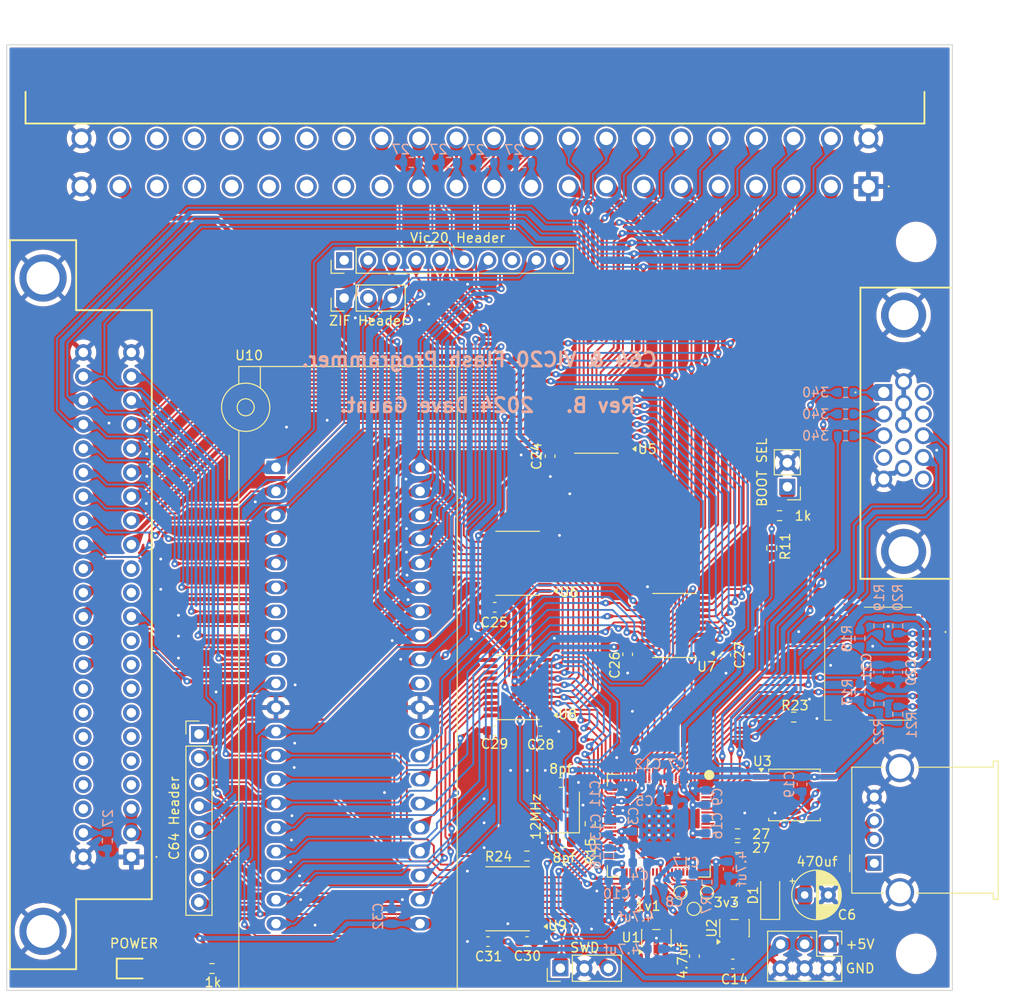
<source format=kicad_pcb>
(kicad_pcb (version 20241229) (generator "pcbnew") (generator_version "9.0")
  (layers (0 "F.Cu" signal) (2 "B.Cu" signal) (13 "F.Paste" user) (15 "B.Paste" user) (5 "F.SilkS" user "F.Silkscreen") (7 "B.SilkS" user "B.Silkscreen") (1 "F.Mask" user) (3 "B.Mask" user) (25 "Edge.Cuts" user))
  (net 0 "")
  (net 1 "GND")
  (net 2 "Net-(D1-K)")
  (net 3 "+5V")
  (net 4 "+3V3")
  (net 5 "Net-(U4-VREG_AVDD)")
  (net 6 "/VGA_GREEN")
  (net 7 "/VGA_RED")
  (net 8 "/VGA_BLUE")
  (net 9 "+1V1")
  (net 10 "Net-(U4-XIN)")
  (net 11 "Net-(C23-Pad2)")
  (net 26 "Net-(J2-~{ROMH})")
  (net 30 "Net-(J1-~{BLK1})")
  (net 34 "/D1")
  (net 35 "/D6")
  (net 36 "/A1")
  (net 37 "/A6")
  (net 38 "/A7")
  (net 39 "/D3")
  (net 40 "/D5")
  (net 41 "/D4")
  (net 42 "/A11")
  (net 43 "/A2")
  (net 44 "/A10")
  (net 45 "/A13")
  (net 46 "/A8")
  (net 47 "/A4")
  (net 48 "/A9")
  (net 49 "/D2")
  (net 50 "/D0")
  (net 51 "/A12")
  (net 52 "/A5")
  (net 53 "/A0")
  (net 54 "/A3")
  (net 55 "/D7")
  (net 56 "Net-(J1-~{BLK5})")
  (net 58 "Net-(J1-~{BLK2})")
  (net 63 "Net-(J1-~{BLK3})")
  (net 68 "Net-(J5-Pin_1)")
  (net 73 "/VGA_V_SYNC")
  (net 74 "/VGA_H_SYNC")
  (net 76 "/SD_CARD_SWITCH")
  (net 77 "Net-(J7-DAT1)")
  (net 78 "Net-(J7-DAT2)")
  (net 81 "/USB_D+")
  (net 82 "/USB_D-")
  (net 83 "/2350_SWDIO")
  (net 84 "/2350_SWCLK")
  (net 85 "/RED")
  (net 86 "Net-(Power1-A)")
  (net 87 "/GREEN")
  (net 88 "/BLUE")
  (net 89 "Net-(U4-XOUT)")
  (net 90 "/SPI1.~{CS}")
  (net 91 "/SPI1.RX")
  (net 92 "/SPI1.TX")
  (net 93 "/SPI1.SCK")
  (net 94 "/2350_QSPI.~{CS}")
  (net 95 "/2350_QSPI.SCK")
  (net 96 "/2350_QSPI.SD0")
  (net 97 "/2350_QSPI.SD2")
  (net 98 "/2350_QSPI.SD1")
  (net 99 "/2350_QSPI.SD3")
  (net 100 "/A14")
  (net 101 "/A15")
  (net 102 "/A18")
  (net 103 "~{OE}")
  (net 104 "/A17")
  (net 105 "~{WE}")
  (net 106 "/A16")
  (net 107 "Net-(U4-RUN)")
  (net 110 "/2350_USB_D-")
  (net 111 "/2350_USB_D+")
  (net 113 "/3v3_IO_10")
  (net 114 "/3v3_IO_6")
  (net 116 "/3v3_IO_0")
  (net 117 "/3v3_IO_4")
  (net 118 "/3v3_IO_5")
  (net 119 "/3v3_A19")
  (net 120 "/3v3_IO_13")
  (net 121 "/3v3_IO_12")
  (net 122 "3v3_LATCH_ADDR")
  (net 123 "Net-(U4-GPIO41_ADC1)")
  (net 125 "Net-(U4-GPIO42_ADC2)")
  (net 127 "/3v3_A18")
  (net 128 "3v3_DATA_OE")
  (net 130 "Net-(U4-GPIO43_ADC3)")
  (net 131 "/3v3_IO_1")
  (net 132 "/3v3_IO_9")
  (net 135 "/3v3_A16")
  (net 137 "/3v3_IO_8")
  (net 138 "/3v3_IO_3")
  (net 139 "/3v3_IO_15")
  (net 140 "/3v3_IO_7")
  (net 141 "/3v3_IO_11")
  (net 142 "/3v3_A17")
  (net 144 "/3v3_IO_14")
  (net 145 "/3v3_IO_2")
  (net 146 "~{3v3_LATCH_OE}")
  (net 147 "~{BYTE}")
  (net 148 "~{CE}")
  (net 149 "/D9")
  (net 150 "/D13")
  (net 151 "/D11")
  (net 152 "/D14")
  (net 153 "/D8")
  (net 154 "/D15")
  (net 155 "/D12")
  (net 156 "/D10")
  (net 157 "Net-(U9-OE)")
  (net 158 "/~{3v3_BYTE}")
  (net 159 "/~{3v3_WE}")
  (net 160 "/~{3v3_CE}")
  (net 161 "/~{3v3_OE}")
  (net 162 "/A19")
  (footprint "Resistor_SMD:R_0603_1608Metric" (layer "F.Cu") (at 156.486535 131.089863 -90)
    (property "Reference" "R15")
    (property "Value" "1k" (hide yes))
  )
  (footprint "Package_SO:TSSOP-20_4.4x6.5mm_P0.65mm" (layer "F.Cu") (at 147.7625 139.025 180)
    (property "Reference" "U9")
    (property "Value" "TXS0108EPW" (hide yes))
  )
  (footprint "Resistor_SMD:R_0603_1608Metric" (layer "F.Cu") (at 172.075 132.14953)
    (property "Reference" "R8" (hide yes))
    (property "Value" "27")
  )
  (footprint "Diode_SMD:D_SOD-123" (layer "F.Cu") (at 175.52 138.85 90)
    (property "Reference" "D1")
    (property "Value" "B140-E3" (hide yes))
  )
  (footprint "SamacSys_Parts:117345301" (layer "F.Cu") (at 187.09 85.48 90)
    (property "Reference" "J6" (hide yes))
    (property "Value" "VGA" (hide yes))
  )
  (footprint "Capacitor_SMD:C_0603_1608Metric" (layer "F.Cu") (at 146.4 108.2)
    (property "Reference" "C25")
    (property "Value" "100nf" (hide yes))
  )
  (footprint "Connector_PinHeader_2.54mm:PinHeader_1x03_P2.54mm_Vertical" (layer "F.Cu") (at 130.47 75.5 90)
    (property "Reference" "J11" (hide yes))
    (property "Value" "ZIF Header")
  )
  (footprint "Connector_PinHeader_2.54mm:PinHeader_1x03_P2.54mm_Vertical" (layer "F.Cu") (at 153.33 146.37 90)
    (property "Reference" "J8" (hide yes))
    (property "Value" "SWD")
  )
  (footprint "SamacSys_Parts:DM3DSF" (layer "F.Cu") (at 187.01 114.165 90)
    (property "Reference" "J7" (hide yes))
    (property "Value" "DM3D-SF" (hide yes))
  )
  (footprint "Package_SO:TSSOP-20_4.4x6.5mm_P0.65mm" (layer "F.Cu") (at 148.8125 103.55 180)
    (property "Reference" "U6")
    (property "Value" "74LS573")
  )
  (footprint "Package_SO:TSSOP-20_4.4x6.5mm_P0.65mm" (layer "F.Cu") (at 165.4125 110.125 180)
    (property "Reference" "U7")
    (property "Value" "TXS0108EPW" (hide yes))
  )
  (footprint "Crystal:Crystal_SMD_SeikoEpson_FA238V-4Pin_3.2x2.5mm" (layer "F.Cu") (at 153.536535 129.889863 90)
    (property "Reference" "Y1" (hide yes))
    (property "Value" "12MHz")
  )
  (footprint "Capacitor_SMD:C_0603_1608Metric" (layer "F.Cu") (at 167.51 145.089863 90)
    (property "Reference" "C15" (hide yes))
    (property "Value" "4.7uf")
  )
  (footprint "SamacSys_Parts:LEDC2012X90N" (layer "F.Cu") (at 108.2 146.4)
    (property "Reference" "Power1" (hide yes))
    (property "Value" "POWER")
  )
  (footprint "Connector_PinHeader_2.54mm:PinHeader_1x02_P2.54mm_Vertical" (layer "F.Cu") (at 177.335 95.46 180)
    (property "Reference" "J5" (hide yes))
    (property "Value" "BOOT SEL")
  )
  (footprint "MountingHole:MountingHole_3.5mm" (layer "F.Cu") (at 190.96 144.85)
    (property "Reference" "H2" (hide yes))
    (property "Value" "MountingHole_Pad" (hide yes))
  )
  (footprint "Package_TO_SOT_SMD:SOT-23-5" (layer "F.Cu") (at 171.7425 142.130137 90)
    (property "Reference" "U2")
    (property "Value" "TLV74333PDBVR" (hide yes))
  )
  (footprint "Capacitor_SMD:C_0603_1608Metric" (layer "F.Cu") (at 151.25 121.3 180)
    (property "Reference" "C28")
    (property "Value" "100nf" (hide yes))
  )
  (footprint "Package_SO:TSSOP-20_4.4x6.5mm_P0.65mm" (layer "F.Cu") (at 157.1375 88.525 180)
    (property "Reference" "U5")
    (property "Value" "74LS573")
  )
  (footprint "Capacitor_SMD:C_0603_1608Metric" (layer "F.Cu") (at 145.675 143.55)
    (property "Reference" "C31")
    (property "Value" "100nf" (hide yes))
  )
  (footprint "Connector_PinHeader_2.54mm:PinHeader_2x03_P2.54mm_Vertical" (layer "F.Cu") (at 181.71 143.83 -90)
    (property "Reference" "J3" (hide yes))
    (property "Value" "+5V")
  )
  (footprint "Package_SO:TSSOP-20_4.4x6.5mm_P0.65mm" (layer "F.Cu") (at 148.8125 116.7 180)
    (property "Reference" "U8")
    (property "Value" "TXS0108EPW" (hide yes))
  )
  (footprint "RP2350_KiCad-main:RP2350B_QFN-80_EP_10.573x10.573_Pitch0.4mm" (layer "F.Cu") (at 163.740035 131.293363 -90)
    (property "Reference" "U4" (hide yes))
    (property "Value" "RP2350B-QFN80" (hide yes))
  )
  (footprint "Capacitor_THT:CP_Radial_D5.0mm_P2.50mm" (layer "F.Cu") (at 179.17 138.62)
    (property "Reference" "C6")
    (property "Value" "470uf")
  )
  (footprint "Capacitor_SMD:C_0603_1608Metric" (layer "F.Cu") (at 153.361535 126.736363 180)
    (property "Reference" "C23" (hide yes))
    (property "Value" "8pf")
  )
  (footprint "SamacSys_Parts:307044558201" (layer "F.Cu") (at 185.91 63.7 180)
    (property "Reference" "J1" (hide yes))
    (property "Value" "Vic20 Cartridge Connector" (hide yes))
  )
  (footprint "Package_TO_SOT_SMD:SOT-23-5" (layer "F.Cu") (at 163.490035 143.189863 90)
    (property "Reference" "U1")
    (property "Value" "TLV74311PDBVR" (hide yes))
  )
  (footprint "Capacitor_SMD:C_0603_1608Metric" (layer "F.Cu") (at 149.8 143.55 180)
    (property "Reference" "C30")
    (property "Value" "100nf" (hide yes))
  )
  (footprint "Resistor_SMD:R_0603_1608Metric" (layer "F.Cu") (at 149.8 134.5 180)
    (property "Reference" "R24")
    (property "Value" "10k" (hide yes))
  )
  (footprint "MountingHole:MountingHole_3.5mm" (layer "F.Cu") (at 190.96 69.57)
    (property "Reference" "H1" (hide yes))
    (property "Value" "MountingHole_Pad" (hide yes))
  )
  (footprint "TestPoint:TestPoint_Pad_D1.0mm" (layer "F.Cu") (at 167.440035 140.089863)
    (property "Reference" "TP2" (hide yes))
    (property "Value" "TestPoint" (hide yes))
  )
  (footprint "Resistor_SMD:R_0603_1608Metric" (layer "F.Cu") (at 178.01 119.815)
    (property "Reference" "R23")
    (property "Value" "10k" (hide yes))
  )
  (footprint "Resistor_SMD:R_0603_1608Metric" (layer "F.Cu") (at 172.075 133.61)
    (property "Reference" "R9" (hide yes))
    (property "Value" "27")
  )
  (footprint "Connector_PinHeader_2.54mm:PinHeader_1x10_P2.54mm_Vertical" (layer "F.Cu") (at 130.47 71.5 90)
    (property "Reference" "J10" (hide yes))
    (property "Value" "Vic20 Header")
  )
  (footprint "SamacSys_Parts:395044524202" (layer "F.Cu") (at 102.8898 78.7164 -90)
    (property "Reference" "J2" (hide yes))
    (property "Value" "C64 Cartridge Connector" (hide yes))
  )
  (footprint "Connector_PinHeader_2.54mm:PinHeader_1x08_P2.54mm_Vertical" (layer "F.Cu") (at 115.12 121.61)
    (property "Reference" "J9" (hide yes))
    (property "Value" "C64 Header")
  )
  (footprint "Capacitor_SMD:C_0603_1608Metric" (layer "F.Cu") (at 153.711535 133.086363)
    (property "Reference" "C22" (hide yes))
    (property "Value" "8pf")
  )
  (footprint "Connector_USB:USB_A_Molex_67643_Horizontal" (layer "F.Cu") (at 186.53 135.27 90)
    (property "Reference" "J4" (hide yes))
    (property "Value" "USB_A_KeyBoard")
  )
  (footprint "Resistor_SMD:R_0603_1608Metric" (layer "F.Cu") (at 176.51 98.51)
    (property "Reference" "R13" (hide yes))
    (property "Value" "1k")
  )
  (footprint "Dave Footprints:SOIC-8_5.23x5.23mm_P1.27mm" (layer "F.Cu") (at 178.091035 128.044863)
    (property "Reference" "U3")
    (property "Value" "W25Q16JVSSIQ" (hide yes))
  )
  (footprint "Resistor_SMD:R_0603_1608Metric" (layer "F.Cu") (at 116.5 146.4)
    (property "Reference" "R6" (hide yes))
    (property "Value" "1k")
  )
  (footprint "TestPoint:TestPoint_Pad_D1.0mm" (layer "F.Cu") (at 168.840035 138.389863)
    (property "Reference" "TP3" (hide yes))
    (property "Value" "TestPoint" (hide yes))
  )
  (footprint "Capacitor_SMD:C_0603_1608Metric" (layer "F.Cu") (at 160.45 113.175 90)
    (property "Reference" "C26")
    (property "Value" "100nf" (hide yes))
  )
  (footprint "Capacitor_SMD:C_0603_1608Metric" (layer "F.Cu") (at 146.375 121.25)
    (property "Reference" "C29")
    (property "Value" "100nf" (hide yes))
  )
  (footprint "Capacitor_SMD:C_0603_1608Metric" (layer "F.Cu") (at 171.5675 145.92 180)
    (property "Reference" "C14")
    (property "Value" "100nf" (hide yes))
  )
  (footprint "Resistor_SMD:R_0603_1608Metric" (layer "F.Cu") (at 175.685 101.935 90)
    (property "Reference" "R11")
    (property "Value" "10k" (hide yes))
  )
  (footprint "Socket:DIP_Socket-40_W11.9_W12.7_W15.24_W17.78_W18.5_3M_240-1280-00-0602J" (layer "F.Cu") (at 123.26 93.4)
    (property "Reference" "U10")
    (property "Value" "27C400")
  )
  (footprint "TestPoint:TestPoint_Pad_D1.0mm" (layer "F.Cu") (at 166.040035 138.389863)
    (property "Reference" "TP1" (hide yes))
    (property "Value" "TestPoint" (hide yes))
  )
  (footprint "Capacitor_SMD:C_0603_1608Metric" (layer "F.Cu") (at 152.25 92.225 90)
    (property "Reference" "C24")
    (property "Value" "100nf" (hide yes))
  )
  (footprint "Capacitor_SMD:C_0603_1608Metric" (layer "F.Cu") (at 170.825 113.225 90)
    (property "Reference" "C27")
    (property "Value" "100nf" (hide yes))
  )
  (footprint "Capacitor_SMD:C_0603_1608Metric" (layer "B.Cu") (at 171.090035 135.864863 90)
    (property "Reference" "C18" (hide yes))
    (property "Value" "4.7uf")
  )
  (footprint "Capacitor_SMD:C_0603_1608Metric" (layer "B.Cu") (at 168.740035 128.314863 -90)
    (property "Reference" "C9")
    (property "Value" "100nf" (hide yes))
  )
  (footprint "Resistor_SMD:R_0603_1608Metric" (layer "B.Cu") (at 141.525 61.16 180)
    (property "Reference" "R3" (hide yes))
    (property "Value" "27")
  )
  (footprint "Capacitor_SMD:C_0603_1608Metric" (layer "B.Cu") (at 158.440035 127.914863 -90)
    (property "Reference" "C11")
    (property "Value" "100nf" (hide yes))
  )
  (footprint "Resistor_SMD:R_0603_1608Metric" (layer "B.Cu") (at 189.013412 110.165 90)
    (property "Reference" "R20")
    (property "Value" "10k" (hide yes))
  )
  (footprint "Capacitor_SMD:C_0603_1608Metric" (layer "B.Cu") (at 166.565035 136.439863)
    (property "Reference" "C17")
    (property "Value" "100nf" (hide yes))
  )
  (footprint "Resistor_SMD:R_0603_1608Metric" (layer "B.Cu") (at 187.01 118.415 -90)
    (property "Reference" "R22")
    (property "Value" "10k" (hide yes))
  )
  (footprint "Capacitor_SMD:C_0603_1608Metric" (layer "B.Cu") (at 162.640035 126.139863 180)
    (property "Reference" "C12")
    (property "Value" "100nf" (hide yes))
  )
  (footprint "Resistor_SMD:R_0603_1608Metric" (layer "B.Cu") (at 137.565 61.16 180)
    (property "Reference" "R4" (hide yes))
    (property "Value" "27")
  )
  (footprint "Resistor_SMD:R_0603_1608Metric" (layer "B.Cu") (at 185.01 117.165 -90)
    (property "Reference" "R17")
    (property "Value" "10k" (hide yes))
  )
  (footprint "Resistor_SMD:R_0603_1608Metric" (layer "B.Cu") (at 183.495 90.06 180)
    (property "Reference" "R14" (hide yes))
    (property "Value" "340")
  )
  (footprint "Resistor_SMD:R_0603_1608Metric" (layer "B.Cu") (at 189.013412 119.515 -90)
    (property "Reference" "R21")
    (property "Value" "10k" (hide yes))
  )
  (footprint "Resistor_SMD:R_0603_1608Metric" (layer "B.Cu") (at 183.495 87.77 180)
    (property "Reference" "R12" (hide yes))
    (property "Value" "340")
  )
  (footprint "Capacitor_SMD:C_0603_1608Metric" (layer "B.Cu") (at 163.316035 144.327363)
    (property "Reference" "C1" (hide yes))
    (property "Value" "4.7uf")
  )
  (footprint "Capacitor_SMD:C_0603_1608Metric" (layer "B.Cu") (at 164.715035 128.589863 180)
    (property "Reference" "C5")
    (property "Value" "100nf" (hide yes))
  )
  (footprint "Capacitor_SMD:C_0603_1608Metric" (layer "B.Cu") (at 168.740035 131.314863 -90)
    (property "Reference" "C16")
    (property "Value" "100nf" (hide yes))
  )
  (footprint "Capacitor_SMD:C_0603_1608Metric" (layer "B.Cu") (at 159.215035 137.064863 180)
    (property "Reference" "C10")
    (property "Value" "100nf" (hide yes))
  )
  (footprint "Capacitor_SMD:C_0603_1608Metric" (layer "B.Cu") (at 161.765035 139.577363)
    (property "Reference" "C2" (hide yes))
    (property "Value" "4.7uf")
  )
  (footprint "Capacitor_SMD:C_0603_1608Metric" (layer "B.Cu") (at 165.015035 137.939863 180)
    (property "Reference" "C8")
    (property "Value" "100nf" (hide yes))
  )
  (footprint "Capacitor_SMD:C_0603_1608Metric" (layer "B.Cu") (at 160.990035 132.664863 90)
    (property "Reference" "C3")
    (property "Value" "100nf" (hide yes))
  )
  (footprint "Capacitor_SMD:C_0603_1608Metric" (layer "B.Cu") (at 135.5 140.885 -90)
    (property "Reference" "C32")
    (property "Value" "100nf" (hide yes))
  )
  (footprint "Resistor_SMD:R_0603_1608Metric" (layer "B.Cu") (at 158.440035 134.464863 90)
    (property "Reference" "R16")
    (property "Value" "10k" (hide yes))
  )
  (footprint "Resistor_SMD:R_0603_1608Metric" (layer "B.Cu") (at 168.840035 137.264863 -90)
    (property "Reference" "R7")
    (property "Value" "27" (hide yes))
  )
  (footprint "Capacitor_SMD:C_0603_1608Metric" (layer "B.Cu") (at 165.615035 126.139863)
    (property "Reference" "C7")
    (property "Value" "100nf" (hide yes))
  )
  (footprint "Capacitor_SMD:C_0603_1608Metric" (layer "B.Cu") (at 187.01 115.065 90)
    (property "Reference" "C21")
    (property "Value" "4.7uf")
  )
  (footprint "Capacitor_SMD:C_0603_1608Metric" (layer "B.Cu") (at 189.01 115.065 90)
    (property "Reference" "C20")
    (property "Value" "100nf" (hide yes))
  )
  (footprint "Capacitor_SMD:C_0603_1608Metric" (layer "B.Cu") (at 158.440035 131.464863 90)
    (property "Reference" "C13")
    (property "Value" "100nf" (hide yes))
  )
  (footprint "Resistor_SMD:R_0603_1608Metric" (layer "B.Cu") (at 105.4298 132.8814 90)
    (property "Reference" "R5" (hide yes))
    (property "Value" "27")
  )
  (footprint "Resistor_SMD:R_0603_1608Metric" (layer "B.Cu") (at 183.495 85.48 180)
    (property "Reference" "R10" (hide yes))
    (property "Value" "340")
  )
  (footprint "Resistor_SMD:R_0603_1608Metric" (layer "B.Cu") (at 145.485 61.16 180)
    (property "Reference" "R2" (hide yes))
    (property "Value" "27")
  )
  (footprint "Resistor_SMD:R_0603_1608Metric" (layer "B.Cu") (at 185.01 111.49 90)
    (property "Reference" "R18")
    (property "Value" "10k" (hide yes))
  )
  (footprint "Resistor_SMD:R_0603_1608Metric" (layer "B.Cu") (at 187.01 110.165 90)
    (property "Reference" "R19")
    (property "Value" "10k" (hide yes))
  )
  (footprint "Capacitor_SMD:C_0603_1608Metric" (layer "B.Cu") (at 161.765035 135.189863)
    (property "Reference" "C4")
    (property "Value" "100nf" (hide yes))
  )
  (footprint "Capacitor_SMD:C_0603_1608Metric" (layer "B.Cu") (at 178.891035 126.914863 90)
    (property "Reference" "C19")
    (property "Value" "100nf" (hide yes))
  )
  (footprint "Resistor_SMD:R_0603_1608Metric" (layer "B.Cu") (at 149.445 61.16 180)
    (property "Reference" "R1" (hide yes))
    (property "Value" "27")
  )
  (gr_rect (start 94.7882 48.716399) (end 194.7882 148.716399) (stroke (width 0.1)) (fill no) (layer "Edge.Cuts"))
  (gr_text "GND" (at 183.41 146.97175 0) (layer "F.SilkS") (effects (font (size 1 1)) (justify left bottom)))
  (gr_text "C64 & VIC20 Flash Programmer.\n\n  Rev B.   2024 Dave Gaunt." (at 163.71 87.72 0) (layer "B.SilkS") (effects (font (size 1.5 1.5) (thickness 0.3) (bold yes)) (justify left bottom mirror)))
  (segment (start 151.444535 133.086363) (end 152.936535 133.086363) (width 0.5) (layer "F.Cu") (net 1))
  (segment (start 151.416035 133.114863) (end 151.444535 133.086363) (width 0.5) (layer "F.Cu") (net 1))
  (segment (start 162.55 107.2) (end 162.55 106.025) (width 0.25) (layer "F.Cu") (net 1))
  (segment (start 143.5 136.1) (end 144.9 136.1) (width 0.5) (layer "F.Cu") (net 1))
  (segment (start 161.343535 131.293363) (end 161.340035 131.289863) (width 0.5) (layer "F.Cu") (net 1))
  (segment (start 161.622329 129.175657) (end 161.622329 129.172157) (width 0.5) (layer "F.Cu") (net 1))
  (segment (start 163.490035 144.327363) (end 163.490035 142.888863) (width 0.5) (layer "F.Cu") (net 1))
  (segment (start 144.9 143.55) (end 143.52 143.55) (width 0.5) (layer "F.Cu") (net 1))
  (segment (start 172.830035 129.949863) (end 174.490035 129.949863) (width 0.5) (layer "F.Cu") (net 1))
  (segment (start 171.7425 139.5425) (end 171.74 139.54) (width 0.5) (layer "F.Cu") (net 1))
  (segment (start 152.936535 133.086363) (end 152.936535 132.386363) (width 0.5) (layer "F.Cu") (net 1))
  (segment (start 154.486535 128.689863) (end 155.296795 128.689863) (width 0.5) (layer "F.Cu") (net 1))
  (segment (start 155.296795 128.689863) (end 155.729544 129.122612) (width 0.5) (layer "F.Cu") (net 1))
  (segment (start 160.45 115.15) (end 160.45 113.95) (width 0.25) (layer "F.Cu") (net 1))
  (segment (start 152.586535 132.036363) (end 152.586535 131.089863) (width 0.5) (layer "F.Cu") (net 1))
  (segment (start 164.740035 131.293363) (end 166.186535 131.293363) (width 0.5) (layer "F.Cu") (net 1))
  (segment (start 162.740035 130.293363) (end 161.622329 129.175657) (width 0.5) (layer "F.Cu") (net 1))
  (segment (start 163.740035 130.293363) (end 163.740035 128.789863) (width 0.5) (layer "F.Cu") (net 1))
  (segment (start 154.486535 128.689863) (end 154.486535 127.836363) (width 0.5) (layer "F.Cu") (net 1))
  (segment (start 176.042035 129.949863) (end 174.491035 129.949863) (width 0.5) (layer "F.Cu") (net 1))
  (segment (start 163.490035 142.888863) (end 163.441035 142.839863) (width 0.5) (layer "F.Cu") (net 1))
  (segment (start 154.136535 127.486363) (end 154.136535 126.736363) (width 0.5) (layer "F.Cu") (net 1))
  (segment (start 155.233637 126.736363) (end 155.25 126.72) (width 0.5) (layer "F.Cu") (net 1))
  (segment (start 154.486535 127.836363) (end 154.136535 127.486363) (width 0.5) (layer "F.Cu") (net 1))
  (segment (start 171.7425 143.267637) (end 171.7425 139.5425) (width 0.5) (layer "F.Cu") (net 1))
  (segment (start 162.740035 131.293363) (end 161.343535 131.293363) (width 0.5) (layer "F.Cu") (net 1))
  (segment (start 163.740035 132.293363) (end 163.740035 133.939863) (width 0.5) (layer "F.Cu") (net 1))
  (segment (start 143.52 143.55) (end 143.51 143.54) (width 0.5) (layer "F.Cu") (net 1))
  (segment (start 154.136535 126.736363) (end 155.233637 126.736363) (width 0.5) (layer "F.Cu") (net 1))
  (segment (start 152.936535 132.386363) (end 152.586535 132.036363) (width 0.5) (layer "F.Cu") (net 1))
  (segment (start 150.575 143.55) (end 151.85 143.55) (width 0.5) (layer "F.Cu") (net 1))
  (via (at 152.275 94.375) (size 0.7) (drill 0.3) (layers "F.Cu" "B.Cu") (net 1))
  (via (at 137.01 94.65) (size 0.7) (drill 0.3) (layers "F.Cu" "B.Cu") (net 1))
  (via (at 125.19 125.14) (size 0.7) (drill 0.3) (layers "F.Cu" "B.Cu") (net 1))
  (via (at 135.55 111.725) (size 0.7) (drill 0.3) (layers "F.Cu" "B.Cu") (net 1))
  (via (at 180.46 119.965) (size 0.7) (drill 0.3) (layers "F.Cu" "B.Cu") (net 1))
  (via (at 125.29 116.4) (size 0.7) (drill 0.3) (layers "F.Cu" "B.Cu") (net 1))
  (via (at 172.830035 129.949863) (size 0.7) (drill 0.3) (layers "F.Cu" "B.Cu") (net 1))
  (via (at 125.87 139.11) (size 0.7) (drill 0.3) (layers "F.Cu" "B.Cu") (net 1))
  (via (at 167.315084 127.333541) (size 0.7) (drill 0.3) (layers "F.Cu" "B.Cu") (net 1))
  (via (at 136.63 139.11) (size 0.7) (drill 0.3) (layers "F.Cu" "B.Cu") (net 1))
  (via (at 186.36 112.315) (size 0.7) (drill 0.3) (layers "F.Cu" "B.Cu") (net 1))
  (via (at 137.23 107.4) (size 0.7) (drill 0.3) (layers "F.Cu" "B.Cu") (net 1))
  (via (at 159.290035 124.1) (size 0.7) (drill 0.3) (layers "F.Cu" "B.Cu") (net 1))
  (via (at 112.95 113.575) (size 0.7) (drill 0.3) (layers "F.Cu" "B.Cu") (net 1))
  (via (at 176.042035 129.949863) (size 0.7) (drill 0.3) (layers "F.Cu" "B.Cu") (net 1))
  (via (at 170.85 115.17) (size 0.7) (drill 0.3) (layers "F.Cu" "B.Cu") (net 1))
  (via (at 143.51 143.54) (size 0.7) (drill 0.3) (layers "F.Cu" "B.Cu") (net 1))
  (via (at 105.61 88.72) (size 0.7) (drill 0.3) (layers "F.Cu" "B.Cu") (net 1))
  (via (at 125.24 122.57) (size 0.7) (drill 0.3) (layers "F.Cu" "B.Cu") (net 1))
  (via (at 165.790035 134.289863) (size 0.7) (drill 0.3) (layers "F.Cu" "B.Cu") (net 1))
  (via (at 116.93 117.15) (size 0.7) (drill 0.3) (layers "F.Cu" "B.Cu") (net 1))
  (via (at 143.5 136.1) (size 0.7) (drill 0.3) (layers "F.Cu" "B.Cu") (net 1))
  (via (at 145.275 128.45) (size 0.7) (drill 0.3) (layers "F.Cu" "B.Cu") (net 1))
  (via (at 173.32 113.15) (size 0.7) (drill 0.3) (layers "F.Cu" "B.Cu") (net 1))
  (via (at 109.6 89.56) (size 0.7) (drill 0.3) (layers "F.Cu" "B.Cu") (net 1))
  (via (at 127.4 141.81) (size 0.7) (drill 0.3) (layers "F.Cu" "B.Cu") (net 1))
  (via (at 137.06 102.37) (size 0.7) (drill 0.3) (layers "F.Cu" "B.Cu") (net 1))
  (via (at 124.95 130.24) (size 0.7) (drill 0.3) (layers "F.Cu" "B.Cu") (net 1))
  (via (at 181.91 114.34) (size 0.7) (drill 0.3) (layers "F.Cu" "B.Cu") (net 1))
  (via (at 179.67 117.92) (size 0.7) (drill 0.3) (layers "F.Cu" "B.Cu") (net 1))
  (via (at 121.075 97.05) (size 0.7) (drill 0.3) (layers "F.Cu" "B.Cu") (net 1))
  (via (at 145.275 130.99) (size 0.7) (drill 0.3) (layers "F.Cu" "B.Cu") (net 1))
  (via (at 151.85 143.55) (size 0.7) (drill 0.3) (layers "F.Cu" "B.Cu") (net 1))
  (via (at 151.74 125.45) (size 0.7) (drill 0.3) (layers "F.Cu" "B.Cu") (net 1))
  (via (at 134.74 127.79) (size 0.7) (drill 0.3) (layers "F.Cu" "B.Cu") (net 1))
  (via (at 109.6 94.35) (size 0.7) (drill 0.3) (layers "F.Cu" "B.Cu") (net 1))
  (via (at 124.375 89.15) (size 0.7) (drill 0.3) (layers "F.Cu" "B.Cu") (net 1))
  (via (at 124.9 132.81) (size 0.7) (drill 0.3) (layers "F.Cu" "B.Cu") (net 1))
  (via (at 156.63 142.22) (size 0.7) (drill 0.3) (layers "F.Cu" "B.Cu") (net 1))
  (via (at 112.95 111.25) (size 0.7) (drill 0.3) (layers "F.Cu" "B.Cu") (net 1))
  (via (at 148.07 125.45) (size 0.7) (drill 0.3) (layers "F.Cu" "B.Cu") (net 1))
  (via (at 112.95 109.05) (size 0.7) (drill 0.3) (layers "F.Cu" "B.Cu") (net 1))
  (via (at 161.98 85.25) (size 0.7) (drill 0.3) (layers "F.Cu" "B.Cu") (net 1))
  (via (at 162.55 106.025) (size 0.7) (drill 0.3) (layers "F.Cu" "B.Cu") (net 1))
  (via (at 143.92 111.56) (size 0.7) (drill 0.3) (layers "F.Cu" "B.Cu") (net 1))
  (via (at 171.74 139.54) (size 0.7) (drill 0.3) (layers "F.Cu" "B.Cu") (net 1))
  (via (at 155.729544 129.122612) (size 0.7) (drill 0.3) (layers "F.Cu" "B.Cu") (net 1))
  (via (at 137.12 104.8) (size 0.7) (drill 0.3) (layers "F.Cu" "B.Cu") (net 1))
  (via (at 188.01 110.215) (size 0.7) (drill 0.3) (layers "F.Cu" "B.Cu") (net 1))
  (via (at 160.990035 140.989863) (size 0.7) (drill 0.3) (layers "F.Cu" "B.Cu") (net 1))
  (via (at 163.490035 143.189863) (size 0.7) (drill 0.3) (layers "F.Cu" "B.Cu") (net 1))
  (via (at 131.65 77.6) (size 0.7) (drill 0.3) (layers "F.Cu" "B.Cu") (net 1))
  (via (at 111.075 103.1) (size 0.7) (drill 0.3) (layers "F.Cu" "B.Cu") (net 1))
  (via (at 137.06 99.88) (size 0.7) (drill 0.3) (layers "F.Cu" "B.Cu") (net 1))
  (via (at 178.535 110.78) (size 0.7) (drill 0.3) (layers "F.Cu" "B.Cu") (net 1))
  (via (at 152.7 111.475) (size 0.7) (drill 0.3) (layers "F.Cu" "B.Cu") (net 1))
  (via (at 153.24 100.6) (size 0.7) (drill 0.3) (layers "F.Cu" "B.Cu") (net 1))
  (via (at 160.95 119.2) (size 0.7) (drill 0.3) (layers "F.Cu" "B.Cu") (net 1))
  (via (at 149.19 92.09) (size 0.7) (drill 0.3) (layers "F.Cu" "B.Cu") (net 1))
  (via (at 138.44 77.81) (size 0.7) (drill 0.3) (layers "F.Cu" "B.Cu") (net 1))
  (via (at 160.45 115.15) (size 0.7) (drill 0.3) (layers "F.Cu" "B.Cu") (net 1))
  (via (at 154.33 96.2) (size 0.7) (drill 0.3) (layers "F.Cu" "B.Cu") (net 1))
  (via (at 124.82 135.14) (size 0.7) (drill 0.3) (layers "F.Cu" "B.Cu") (net 1))
  (via (at 157.19 138.2) (size 0.7) (drill 0.3) (layers "F.Cu" "B.Cu") (net 1))
  (via (at 111.075 106.3) (size 0.7) (drill 0.3) (layers "F.Cu" "B.Cu") (net 1))
  (via (at 159.940035 129.689863) (size 0.7) (drill 0.3) (layers "F.Cu" "B.Cu") (net 1))
  (via (at 143.53 74.04) (size 0.7) (drill 0.3) (layers "F.Cu" "B.Cu") (net 1))
  (via (at 139.41 76.14) (size 0.7) (drill 0.3) (layers "F.Cu" "B.Cu") (net 1))
  (via (at 151.416035 133.114863) (size 0.7) (drill 0.3) (layers "F.Cu" "B.Cu") (net 1))
  (via (at 128.675 88.425) (size 0.7) (drill 0.3) (layers "F.Cu" "B.Cu") (net 1))
  (via (at 155.25 126.72) (size 0.7) (drill 0.3) (layers "F.Cu" "B.Cu") (net 1))
  (via (at 147.78 141.66) (size 0.7) (drill 0.3) (layers "F.Cu" "B.Cu") (net 1))
  (via (at 149.84 125.45) (size 0.7) (drill 0.3) (layers "F.Cu" "B.Cu") (net 1))
  (via (at 109.6 91.97) (size 0.7) (drill 0.3) (layers "F.Cu" "B.Cu") (net 1))
  (via (at 109.55 97.23) (size 0.7) (drill 0.3) (layers "F.Cu" "B.Cu") (net 1))
  (via (at 145.275 133.62) (size 0.7) (drill 0.3) (layers "F.Cu" "B.Cu") (net 1))
  (via (at 153.17 121.33) (size 0.7) (drill 0.3) (layers "F.Cu" "B.Cu") (net 1))
  (via (at 136.45 113.7) (size 0.7) (drill 0.3) (layers "F.Cu" "B.Cu") (net 1))
  (via (at 125.76 136.59) (size 0.7) (drill 0.3) (layers "F.Cu" "B.Cu") (net 1))
  (via (at 193.13 91.59) (size 0.7) (drill 0.3) (layers "F.Cu" "B.Cu") (net 1))
  (via (at 160.261035 127.469863) (size 0.7) (drill 0.3) (layers "F.Cu" "B.Cu") (net 1))
  (segment (start 164.840035 126.789863) (end 165.490035 127.439863) (width 0.5) (layer "B.Cu") (net 1))
  (segment (start 158.440035 132.239863) (end 157.141035 132.239863) (width 0.5) (layer "B.Cu") (net 1))
  (segment (start 189.64 86.64) (end 189.64 88.93) (width 0.5) (layer "B.Cu") (net 1))
  (segment (start 189.195 93.5) (end 188.655 94.04) (width 0.5) (layer "B.Cu") (net 1))
  (segment (start 165.490035 127.439863) (end 165.490035 128.589863) (width 0.5) (layer "B.Cu") (net 1))
  (segment (start 164.840035 126.139863) (end 164.840035 126.789863) (width 0.5) (layer "B.Cu") (net 1))
  (segment (start 165.490035 128.589863) (end 165.490035 129.543363) (width 0.5) (layer "B.Cu") (net 1))
  (segment (start 163.415035 126.714863) (end 162.740035 127.389863) (width 0.5) (layer "B.Cu") (net 1))
  (segment (start 162.541035 143.764863) (end 162.541035 144.327363) (width 0.5) (layer "B.Cu") (net 1))
  (segment (start 159.091035 132.889863) (end 160.440035 132.889863) (width 0.5) (layer "B.Cu") (net 1))
  (segment (start 189.64 84.35) (end 189.64 86.64) (width 0.5) (layer "B.Cu") (net 1))
  (segment (start 160.990035 140.989863) (end 160.990035 139.577363) (width 0.5) (layer "B.Cu") (net 1))
  (segment (start 158.892035 132.690863) (end 159.091035 132.889863) (width 0.5) (layer "B.Cu") (net 1))
  (segment (start 187.53 94.64) (end 187.54 94.65) (width 0.5) (layer "B.Cu") (net 1))
  (segment (start 163.415035 126.139863) (end 163.415035 126.714863) (width 0.5) (layer "B.Cu") (net 1))
  (segment (start 160.990035 135.189863) (end 160.990035 139.577363) (width 0.5) (layer "B.Cu") (net 1))
  (segment (start 168.740035 127.539863) (end 167.521406 127.539863) (width 0.5) (layer "B.Cu") (net 1))
  (segment (start 160.990035 135.189863) (end 160.990035 133.439863) (width 0.5) (layer "B.Cu") (net 1))
  (segment (start 188.155 94.04) (end 187.555 94.64) (width 0.5) (layer "B.Cu") (net 1))
  (segment (start 187.555 94.64) (end 187.53 94.64) (width 0.5) (layer "B.Cu") (net 1))
  (segment (start 168.740035 130.539863) (end 170.140035 130.539863) (width 0.5) (layer "B.Cu") (net 1))
  (segment (start 158.440035 132.239863) (end 158.891035 132.690863) (width 0.5) (layer "B.Cu") (net 1))
  (segment (start 160.990035 133.439863) (end 161.593535 133.439863) (width 0.5) (layer "B.Cu") (net 1))
  (segment (start 164.840035 126.139863) (end 163.415035 126.139863) (width 0.5) (layer "B.Cu") (net 1))
  (segment (start 176.042035 129.844863) (end 176.042035 128.988863) (width 0.5) (layer "B.Cu") (net 1))
  (segment (start 176.042035 128.988863) (end 177.446035 127.584863) (width 0.5) (layer "B.Cu") (net 1))
  (segment (start 162.740035 127.389863) (end 162.740035 130.293363) (width 0.5) (layer "B.Cu") (net 1))
  (segment (start 167.521406 127.539863) (end 167.315084 127.333541) (width 0.5) (layer "B.Cu") (net 1))
  (segment (start 165.790035 136.439863) (end 165.790035 137.939863) (width 0.5) (layer "B.Cu") (net 1))
  (segment (start 158.891035 132.690863) (end 158.892035 132.690863) (width 0.5) (layer "B.Cu") (net 1))
  (segment (start 165.490035 129.543363) (end 164.740035 130.293363) (width 0.5) (layer "B.Cu") (net 1))
  (segment (start 170.140035 130.539863) (end 170.140035 127.589863) (width 0.5) (layer "B.Cu") (net 1))
  (segment (start 189.63 93.5) (end 189.195 93.5) (width 0.5) (layer "B.Cu") (net 1))
  (segment (start 170.090035 127.539863) (end 168.740035 127.539863) (width 0.5) (layer "B.Cu") (net 1))
  (segment (start 161.593535 133.439863) (end 162.740035 132.293363) (width 0.5) (layer "B.Cu") (net 1))
  (segment (start 163.490035 143.189863) (end 163.116035 143.189863) (width 0.5) (layer "B.Cu") (net 1))
  (segment (start 170.140035 127.589863) (end 170.090035 127.539863) (width 0.5) (layer "B.Cu") (net 1))
  (segment (start 163.116035 143.189863) (end 162.541035 143.764863) (width 0.5) (layer "B.Cu") (net 1))
  (segment (start 177.446035 127.584863) (end 178.891035 127.584863) (width 0.5) (layer "B.Cu") (net 1))
  (segment (start 188.655 94.04) (end 188.155 94.04) (width 0.5) (layer "B.Cu") (net 1))
  (segment (start 160.440035 132.889863) (end 160.990035 133.439863) (width 0.5) (layer "B.Cu") (net 1))
  (segment (start 172.6925 143.267637) (end 173.442363 143.267637) (width 0.5) (layer "F.Cu") (net 2))
  (segment (start 170.7925 144.7075) (end 170.7925 145.92) (width 0.5) (layer "F.Cu") (net 2))
  (segment (start 172.42 144.67) (end 172.6925 144.3975) (width 0.5) (layer "F.Cu") (net 2))
  (segment (start 173.442363 143.267637) (end 175.52 141.19) (width 0.5) (layer "F.Cu") (net 2))
  (segment (start 170.7925 144.6325) (end 170.7925 143.267637) (width 0.5) (layer "F.Cu") (net 2))
  (segment (start 170.83 144.67) (end 170.7925 144.7075) (width 0.5) (layer "F.Cu") (net 2))
  (segment (start 172.6925 144.3975) (end 172.6925 143.267637) (width 0.5) (layer "F.Cu") (net 2))
  (segment (start 170.83 144.67) (end 172.42 144.67) (width 0.5) (layer "F.Cu") (net 2))
  (segment (start 170.83 144.67) (end 170.7925 144.6325) (width 0.5) (layer "F.Cu") (net 2))
  (segment (start 175.52 141.19) (end 175.52 140.5) (width 0.5) (layer "F.Cu") (net 2))
  (segment (start 142.1 141.3) (end 141.75 141.65) (width 0.5) (layer "F.Cu") (net 3))
  (segment (start 115.2 143.2) (end 112 140) (width 0.5) (layer "F.Cu") (net 3))
  (segment (start 179.17 137.43) (end 179.17 138.62) (width 0.5) (layer "F.Cu") (net 3))
  (segment (start 147.15 121.25) (end 147.15 118.775) (width 0.5) (layer "F.Cu") (net 3))
  (segment (start 178.17 138.62) (end 176.76 137.21) (width 0.5) (layer "F.Cu") (net 3))
  (segment (start 112 135.05) (end 109.0064 132.0564) (width 0.5) (layer "F.Cu") (net 3))
  (segment (start 146.45 140.1) (end 146.45 143.55) (width 0.5) (layer "F.Cu") (net 3))
  (segment (start 147.15 139.35) (end 147.175 139.375) (width 0.5) (layer "F.Cu") (net 3))
  (segment (start 147.175 119.330496) (end 146.819504 118.975) (width 0.5) (layer "F.Cu") (net 3))
  (segment (start 147.74 81.676) (end 131.551 81.676) (width 0.5) (layer "F.Cu") (net 3))
  (segment (start 110.06 67.05) (end 106.71 63.7) (width 0.5) (layer "F.Cu") (net 3))
  (segment (start 112 140) (end 112 135.05) (width 0.5) (layer "F.Cu") (net 3))
  (segment (start 109.0064 132.0564) (end 107.9698 132.0564) (width 0.5) (layer "F.Cu") (net 3))
  (segment (start 182.52 143.8) (end 179.98 143.8) (width 0.5) (layer "F.Cu") (net 3))
  (segment (start 177.44 143.8) (end 179.98 143.8) (width 0.5) (layer "F.Cu") (net 3))
  (segment (start 138.51 141.65) (end 138.5 141.66) (width 0.5) (layer "F.Cu") (net 3))
  (segment (start 131.551 81.676) (end 116.925 67.05) (width 0.5) (layer "F.Cu") (net 3))
  (segment (start 186.53 135.27) (end 181.33 135.27) (width 0.5) (layer "F.Cu") (net 3))
  (segment (start 152.25 91.45) (end 151.275 91.45) (width 0.5) (layer "F.Cu") (net 3))
  (segment (start 107.9698 129.5164) (end 107.9698 132.0564) (width 0.5) (layer "F.Cu") (net 3))
  (segment (start 144.9 141.3) (end 142.1 141.3) (width 0.5) (layer "F.Cu") (net 3))
  (segment (start 152.25 91.45) (end 154.275 91.45) (width 0.5) (layer "F.Cu") (net 3))
  (segment (start 148.5 108.675) (end 148.025 108.2) (width 0.5) (layer "F.Cu") (net 3))
  (segment (start 116.925 67.05) (end 110.06 67.05) (width 0.5) (layer "F.Cu") (net 3))
  (segment (start 146.45 143.55) (end 146.45 141.980496) (width 0.5) (layer "F.Cu") (net 3))
  (segment (start 179.17 138.62) (end 178.17 138.62) (width 0.5) (layer "F.Cu") (net 3))
  (segment (start 147.175 139.375) (end 146.45 140.1) (width 0.5) (layer "F.Cu") (net 3))
  (segment (start 148.5 116.025) (end 148.5 108.675) (width 0.5) (layer "F.Cu") (net 3))
  (segment (start 117.325 146.4) (end 117.325 145.325) (width 0.25) (layer "F.Cu") (net 3))
  (segment (start 147.15 118.775) (end 148.5 117.425) (width 0.5) (layer "F.Cu") (net 3))
  (segment (start 147.175 95.55) (end 147.175 108.2) (width 0.5) (layer "F.Cu") (net 3))
  (segment (start 146.46 143.54) (end 146.45 143.55) (width 0.5) (layer "F.Cu") (net 3))
  (segment (start 146.875 106.475) (end 145.95 106.475) (width 0.5) (layer "F.Cu") (net 3))
  (segment (start 146.819504 118.975) (end 145.95 118.975) (width 0.5) (layer "F.Cu") (net 3))
  (segment (start 147.175 121.3) (end 147.175 119.330496) (width 0.5) (layer "F.Cu") (net 3))
  (segment (start 146.45 141.980496) (end 145.769504 141.3) (width 0.5) (layer "F.Cu") (net 3))
  (segment (start 147.175 108.2) (end 147.175 106.775) (width 0.5) (layer "F.Cu") (net 3))
  (segment (start 175.53 137.21) (end 175.52 137.2) (width 0.5) (layer "F.Cu") (net 3))
  (segment (start 176.76 137.21) (end 175.53 137.21) (width 0.5) (layer "F.Cu") (net 3))
  (segment (start 147.15 121.25) (end 147.15 139.35) (width 0.5) (layer "F.Cu") (net 3))
  (segment (start 148.5 117.425) (end 148.5 116.025) (width 0.5) (layer "F.Cu") (net 3))
  (segment (start 179.17 143.83) (end 179.17 138.62) (width 0.5) (layer "F.Cu") (net 3))
  (segment (start 148.025 108.2) (end 147.175 108.2) (width 0.5) (layer "F.Cu") (net 3))
  (segment (start 151.275 91.45) (end 150.875 91.85) (width 0.5) (layer "F.Cu") (net 3))
  (segment (start 117.325 145.325) (end 115.2 143.2) (width 0.25) (layer "F.Cu") (net 3))
  (segment (start 147.81 143.54) (end 146.46 143.54) (width 0.5) (layer "F.Cu") (net 3))
  (segment (start 150.875 91.85) (end 147.175 95.55) (width 0.5) (layer "F.Cu") (net 3))
  (segment (start 147.175 106.775) (end 146.875 106.475) (width 0.5) (layer "F.Cu") (net 3))
  (segment (start 141.75 141.65) (end 138.51 141.65) (width 0.5) (layer "F.Cu") (net 3))
  (segment (start 145.769504 141.3) (end 144.9 141.3) (width 0.5) (layer "F.Cu") (net 3))
  (segment (start 181.33 135.27) (end 179.17 137.43) (width 0.5) (layer "F.Cu") (net 3))
  (segment (start 159 112.4) (end 160.45 112.4) (width 0.5) (layer "F.Cu") (net 3))
  (segment (start 162.55 112.4) (end 160.825 112.4) (width 0.5) (layer "F.Cu") (net 3))
  (via (at 147.81 143.54) (size 0.7) (drill 0.3) (layers "F.Cu" "B.Cu") (net 3))
  (via (at 147.74 81.676) (size 0.7) (drill 0.3) (layers "F.Cu" "B.Cu") (net 3))
  (via (at 159 112.4) (size 0.7) (drill 0.3) (layers "F.Cu" "B.Cu") (net 3))
  (via (at 115.2 143.2) (size 0.7) (drill 0.3) (layers "F.Cu" "B.Cu") (net 3))
  (via (at 148.5 116.025) (size 0.7) (drill 0.3) (layers "F.Cu" "B.Cu") (net 3))
  (via (at 150.875 91.85) (size 0.7) (drill 0.3) (layers "F.Cu" "B.Cu") (net 3))
  (segment (start 135.5 141.66) (end 138.5 141.66) (width 0.5) (layer "B.Cu") (net 3))
  (segment (start 148.621 144.351) (end 159.159 144.351) (width 0.5) (layer "B.Cu") (net 3))
  (segment (start 129.25 143.2) (end 130.79 141.66) (width 0.5) (layer "B.Cu") (net 3))
  (segment (start 147.824 81.76) (end 147.824 81.775) (width 0.5) (layer "B.Cu") (net 3))
  (segment (start 149.05 90.025) (end 150.875 91.85) (width 0.5) (layer "B.Cu") (net 3))
  (segment (start 162.198 147.39) (end 173.07 147.39) (width 0.5) (layer "B.Cu") (net 3))
  (segment (start 115.2 143.2) (end 129.25 143.2) (width 0.5) (layer "B.Cu") (net 3))
  (segment (start 152.65 112.4) (end 149.025 116.025) (width 0.5) (layer "B.Cu") (net 3))
  (segment (start 173.07 147.39) (end 176.63 143.83) (width 0.5) (layer "B.Cu") (net 3))
  (segment (start 147.81 143.54) (end 148.621 144.351) (width 0.5) (layer "B.Cu") (net 3))
  (segment (start 159 112.4) (end 152.65 112.4) (width 0.5) (layer "B.Cu") (net 3))
  (segment (start 147.824 81.775) (end 149.05 83.001) (width 0.5) (layer "B.Cu") (net 3))
  (segment (start 130.79 141.66) (end 135.5 141.66) (width 0.5) (layer "B.Cu") (net 3))
  (segment (start 149.05 83.001) (end 149.05 90.025) (width 0.5) (layer "B.Cu") (net 3))
  (segment (start 159.159 144.351) (end 162.198 147.39) (width 0.5) (layer "B.Cu") (net 3))
  (segment (start 147.74 81.676) (end 147.824 81.76) (width 0.5) (layer "B.Cu") (net 3))
  (segment (start 149.025 116.025) (end 148.5 116.025) (width 0.5) (layer "B.Cu") (net 3))
  (segment (start 161.940035 126.396863) (end 161.940035 127.339863) (width 0.2) (layer "F.Cu") (net 4))
  (segment (start 192.36 114.29) (end 190.635 114.29) (width 0.5) (layer "F.Cu") (net 4))
  (segment (start 167.140035 136.189863) (end 167.140035 135.389863) (width 0.2) (layer "F.Cu") (net 4))
  (segment (start 174.59 103.855) (end 175.685 102.76) (width 0.2) (layer "F.Cu") (net 4))
  (segment (start 185.785 115.94) (end 183.735 117.99) (width 0.5) (layer "F.Cu") (net 4))
  (segment (start 185.785 114.29) (end 185.785 115.94) (width 0.5) (layer "F.Cu") (net 4))
  (segment (start 167.343535 129.093363) (end 168.636535 129.093363) (width 0.2) (layer "F.Cu") (net 4))
  (segment (start 165.940035 127.089863) (end 166.390035 127.539863) (width 0.2) (layer "F.Cu") (net 4))
  (segment (start 153.49 125.42) (end 150.475 122.405) (width 0.5) (layer "F.Cu") (net 4))
  (segment (start 154.61 125.42) (end 153.49 125.42) (width 0.5) (layer "F.Cu") (net 4))
  (segment (start 164.440035 145.490863) (end 164.440035 144.327363) (width 0.5) (layer "F.Cu") (net 4))
  (segment (start 167.643535 132.293363) (end 168.636535 132.293363) (width 0.2) (layer "F.Cu") (net 4))
  (segment (start 158.843535 128.693363) (end 159.786535 128.693363) (width 0.2) (layer "F.Cu") (net 4))
  (segment (start 159.790035 128.689863) (end 159.840035 128.689863) (width 0.2) (layer "F.Cu") (net 4))
  (segment (start 167.440035 132.089863) (end 167.636535 131.893363) (width 0.2) (layer "F.Cu") (net 4))
  (segment (start 167.440035 132.089863) (end 167.643535 132.293363) (width 0.2) (layer "F.Cu") (net 4))
  (segment (start 180.66 117.99) (end 183.735 117.99) (width 0.25) (layer "F.Cu") (net 4))
  (segment (start 149.025 143.55) (end 149.025 141.3) (width 0.5) (layer "F.Cu") (net 4))
  (segment (start 168.636535 133.893363) (end 167.974535 133.893363) (width 0.2) (layer "F.Cu") (net 4))
  (segment (start 163.540035 137.089863) (end 163.540035 136.189863) (width 0.2) (layer "F.Cu") (net 4))
  (segment (start 165.722285 140.721113) (end 165.253535 140.252363) (width 0.5) (layer "F.Cu") (net 4))
  (segment (start 165.722285 144.314863) (end 165.403535 144.314863) (width 0.5) (layer "F.Cu") (net 4))
  (segment (start 165.403535 144.314863) (end 165.391035 144.327363) (width 0.5) (layer "F.Cu") (net 4))
  (segment (start 159.839037 135.362865) (end 159.940035 135.463863) (width 0.2) (layer "F.Cu") (net 4))
  (segment (start 167.540035 129.089863) (end 167.340035 129.089863) (width 0.2) (layer "F.Cu") (net 4))
  (segment (start 165.940035 126.396863) (end 165.940035 127.089863) (width 0.2) (layer "F.Cu") (net 4))
  (segment (start 174.59 110.085) (end 174.59 103.855) (width 0.2) (layer "F.Cu") (net 4))
  (segment (start 167.974535 133.893363) (end 167.340035 134.527863) (width 0.2) (layer "F.Cu") (net 4))
  (segment (start 150.625 141.3) (end 149.025 141.3) (width 0.5) (layer "F.Cu") (net 4))
  (segment (start 181.691035 126.139863) (end 180.196035 126.139863) (width 0.5) (layer "F.Cu") (net 4))
  (segment (start 162.540035 145.488863) (end 162.891035 145.839863) (width 0.5) (layer "F.Cu") (net 4))
  (segment (start 159.839037 135.289863) (end 159.839037 135.362865) (width 0.2) (layer "F.Cu") (net 4))
  (segment (start 169.577363 140.992637) (end 170.7925 140.992637) (width 0.5) (layer "F.Cu") (net 4))
  (segment (start 167.340035 134.527863) (end 167.340035 135.189863) (width 0.2) (layer "F.Cu") (net 4))
  (segment (start 159.786535 128.693363) (end 159.790035 128.689863) (width 0.2) (layer "F.Cu") (net 4))
  (segment (start 159.886535 130.693363) (end 159.890035 130.689863) (width 0.2) (layer "F.Cu") (net 4))
  (segment (start 162.540035 144.327363) (end 162.540035 145.488863) (width 0.5) (layer "F.Cu") (net 4))
  (segment (start 158.440035 141.3) (end 150.625 141.3) (width 0.5) (layer "F.Cu") (net 4))
  (segment (start 178.835 119.815) (end 180.66 117.99) (width 0.25) (layer "F.Cu") (net 4))
  (segment (start 162.891035 145.839863) (end 164.091035 145.839863) (width 0.5) (layer "F.Cu") (net 4))
  (segment (start 167.340035 129.089863) (end 167.343535 129.093363) (width 0.2) (layer "F.Cu") (net 4))
  (segment (start 149.025 134.55) (end 148.975 134.5) (width 0.5) (layer "F.Cu") (net 4))
  (segment (start 167.540035 135.389863) (end 167.340035 135.189863) (width 0.2) (layer "F.Cu") (net 4))
  (segment (start 167.51 143.06) (end 169.577363 140.992637) (width 0.5) (layer "F.Cu") (net 4))
  (segment (start 168.275 112.4) (end 170.775 112.4) (width 0.5) (layer "F.Cu") (net 4))
  (segment (start 172.225 112.45) (end 174.59 110.085) (width 0.2) (layer "F.Cu") (net 4))
  (segment (start 159.940035 135.463863) (end 159.940035 136.189863) (width 0.2) (layer "F.Cu") (net 4))
  (segment (start 151.675 118.975) (end 150.675 118.975) (width 0.5) (layer "F.Cu") (net 4))
  (segment (start 170.825 112.45) (end 172.225 112.45) (width 0.5) (layer "F.Cu") (net 4))
  (segment (start 150.475 119.175) (end 150.475 121.3) (width 0.5) (layer "F.Cu") (net 4))
  (segment (start 167.636535 131.893363) (end 168.636535 131.893363) (width 0.2) (layer "F.Cu") (net 4))
  (segment (start 165.722285 144.314863) (end 167.51 144.314863) (width 0.5) (layer "F.Cu") (net 4))
  (segment (start 167.340035 135.189863) (end 167.340035 132.089863) (width 0.5) (layer "F.Cu") (net 4))
  (segment (start 159.786535 130.693363) (end 159.790035 130.689863) (width 0.2) (layer "F.Cu") (net 4))
  (segment (start 149.025 141.3) (end 149.025 134.55) (width 0.5) (layer "F.Cu") (net 4))
  (segment (start 150.475 122.405) (end 150.475 121.3) (width 0.5) (layer "F.Cu") (net 4))
  (segment (start 167.51 144.314863) (end 167.51 143.06) (width 0.5) (layer "F.Cu") (net 4))
  (segment (start 161.467398 144.327363) (end 158.440035 141.3) (width 0.5) (layer "F.Cu") (net 4))
  (segment (start 180.196035 126.139863) (end 180.191035 126.144863) (width 0.5) (layer "F.Cu") (net 4))
  (segment (start 167.540035 136.189863) (end 167.540035 135.389863) (width 0.2) (layer "F.Cu") (net 4))
  (segment (start 165.722285 144.314863) (end 165.722285 140.721113) (width 0.5) (layer "F.Cu") (net 4))
  (segment (start 167.140035 135.389863) (end 167.340035 135.189863) (width 0.2) (layer "F.Cu") (net 4))
  (segment (start 162.540035 144.327363) (end 161.467398 144.327363) (width 0.5) (layer "F.Cu") (net 4))
  (segment (start 170.775 112.4) (end 170.825 112.45) (width 0.5) (layer "F.Cu") (net 4))
  (segment (start 190.635 114.29) (end 190.61 114.265) (width 0.5) (layer "F.Cu") (net 4))
  (segment (start 164.091035 145.839863) (end 164.440035 145.490863) (width 0.5) (layer "F.Cu") (net 4))
  (segment (start 150.675 118.975) (end 150.475 119.175) (width 0.5) (layer "F.Cu") (net 4))
  (segment (start 158.843535 130.693363) (end 159.786535 130.693363) (width 0.2) (layer "F.Cu") (net 4))
  (segment (start 165.391035 144.327363) (end 164.391035 144.327363) (width 0.5) (layer "F.Cu") (net 4))
  (via (at 159.790035 128.689863) (size 0.7) (drill 0.3) (layers "F.Cu" "B.Cu") (net 4))
  (via (at 166.390035 127.539863) (size 0.7) (drill 0.3) (layers "F.Cu" "B.Cu") (net 4))
  (via (at 185.785 114.29) (size 0.7) (drill 0.3) (layers "F.Cu" "B.Cu") (net 4))
  (via (at 172.225 112.45) (size 0.7) (drill 0.3) (layers "F.Cu" "B.Cu") (net 4))
  (via (at 158.440035 141.3) (size 0.7) (drill 0.3) (layers "F.Cu" "B.Cu") (net 4))
  (via (at 180.191035 126.144863) (size 0.7) (drill 0.3) (layers "F.Cu" "B.Cu") (net 4))
  (via (at 190.585 114.29) (size 0.7) (drill 0.3) (layers "F.Cu" "B.Cu") (net 4))
  (via (at 167.340035 132.089863) (size 0.7) (drill 0.3) (layers "F.Cu" "B.Cu") (net 4))
  (via (at 183.735 117.99) (size 0.7) (drill 0.3) (layers "F.Cu" "B.Cu") (net 4))
  (via (at 159.790035 130.689863) (size 0.7) (drill 0.3) (layers "F.Cu" "B.Cu") (net 4))
  (via (at 165.253535 140.252363) (size 0.7) (drill 0.3) (layers "F.Cu" "B.Cu") (net 4))
  (via (at 167.340035 129.089863) (size 0.7) (drill 0.3) (layers "F.Cu" "B.Cu") (net 4))
  (via (at 165.722285 144.314863) (size 0.7) (drill 0.3) (layers "F.Cu" "B.Cu") (net 4))
  (via (at 159.839037 135.289863) (size 0.7) (drill 0.3) (layers "F.Cu" "B.Cu") (net 4))
  (via (at 167.340035 135.189863) (size 0.7) (drill 0.3) (layers "F.Cu" "B.Cu") (net 4))
  (via (at 161.940035 127.339863) (size 0.7) (drill 0.3) (layers "F.Cu" "B.Cu") (net 4))
  (via (at 154.61 125.42) (size 0.7) (drill 0.3) (layers "F.Cu" "B.Cu") (net 4))
  (via (at 163.540035 137.089863) (size 0.7) (drill 0.3) (layers "F.Cu" "B.Cu") (net 4))
  (segment (start 164.091035 137.939863) (end 163.540035 137.388863) (width 0.5) (layer "B.Cu") (net 4))
  (segment (start 180.741172 126.15) (end 182.425 126.15) (width 0.5) (layer "B.Cu") (net 4))
  (segment (start 165.403535 144.314863) (end 165.391035 144.327363) (width 0.5) (layer "B.Cu") (net 4))
  (segment (start 167.340035 132.089863) (end 167.340035 129.089863) (width 0.5) (layer "B.Cu") (net 4))
  (segment (start 165.391035 144.327363) (end 164.091035 144.327363) (width 0.5) (layer "B.Cu") (net 4))
  (segment (start 158.440035 128.689863) (end 159.790035 128.689863) (width 0.5) (layer "B.Cu") (net 4))
  (segment (start 154.64 125.39) (end 157.1 125.39) (width 0.5) (layer "B.Cu") (net 4))
  (segment (start 187.01 114.29) (end 185.785 114.29) (width 0.5) (layer "B.Cu") (net 4))
  (segment (start 159.839037 135.289863) (end 158.440035 135.289863) (width 0.5) (layer "B.Cu") (net 4))
  (segment (start 185.01 118.465) (end 185.785 119.24) (width 0.5) (layer "B.Cu") (net 4))
  (segment (start 185.01 110.665) (end 185.01 109.965) (width 0.5) (layer "B.Cu") (net 4))
  (segment (start 167.340035 129.089863) (end 168.740035 129.089863) (width 0.5) (layer "B.Cu") (net 4))
  (segment (start 163.540035 136.889863) (end 165.240035 135.189863) (width 0.5) (layer "B.Cu") (net 4))
  (segment (start 158.440035 128.689863) (end 158.440035 130.689863) (width 0.5) (layer "B.Cu") (net 4))
  (segment (start 164.240035 137.939863) (end 164.091035 137.939863) (width 0.5) (layer "B.Cu") (net 4))
  (segment (start 161.940035 126.214863) (end 161.865035 126.139863) (width 0.5) (layer "B.Cu") (net 4))
  (segment (start 165.722285 144.314863) (end 165.403535 144.314863) (width 0.5) (layer "B.Cu") (net 4))
  (segment (start 165.141035 123.914863) (end 166.390035 125.163863) (width 0.5) (layer "B.Cu") (net 4))
  (segment (start 180.736035 126.144863) (end 180.741172 126.15) (width 0.5) (layer "B.Cu") (net 4))
  (segment (start 160.590035 128.689863) (end 159.790035 128.689863) (width 0.5) (layer "B.Cu") (net 4))
  (segment (start 157.849863 126.139863) (end 161.865035 126.139863) (width 0.5) (layer "B.Cu") (net 4))
  (segment (start 182.425 126.15) (end 187.01 121.565) (width 0.5) (layer "B.Cu") (net 4))
  (segment (start 185.635 109.34) (end 187.01 109.34) (width 0.5) (layer "B.Cu") (net 4))
  (segment (start 192.06 110.215) (end 191.185 109.34) (width 0.5) (layer "B.Cu") (net 4))
  (segment (start 180.191035 126.144863) (end 180.736035 126.144863) (width 0.5) (layer "B.Cu") (net 4))
  (segment (start 167.340035 136.439863) (end 168.840035 136.439863) (width 0.5) (layer "B.Cu") (net 4))
  (segment (start 165.253535 140.252363) (end 164.240035 139.238863) (width 0.5) (layer "B.Cu") (net 4))
  (segment (start 157.1 125.39) (end 157.849863 126.139863) (width 0.5) (layer "B.Cu") (net 4))
  (segment (start 165.240035 135.189863) (end 167.340035 135.189863) (width 0.5) (layer "B.Cu") (net 4))
  (segment (start 191.335 114.29) (end 192.06 113.565) (width 0.5) (layer "B.Cu") (net 4))
  (segment (start 166.390035 125.163863) (end 166.390035 126.139863) (width 0.5) (layer "B.Cu") (net 4))
  (segment (start 185.785 119.24) (end 187.01 119.24) (width 0.5) (layer "B.Cu") (net 4))
  (segment (start 191.185 109.34) (end 189.013412 109.34) (width 0.5) (layer "B.Cu") (net 4))
  (segment (start 161.940035 127.339863) (end 160.590035 128.689863) (width 0.5) (layer "B.Cu") (net 4))
  (segment (start 185.01 117.99) (end 185.01 118.465) (width 0.5) (layer "B.Cu") (net 4))
  (segment (start 158.440035 141.3) (end 158.440035 135.289863) (width 0.5) (layer "B.Cu") (net 4))
  (segment (start 167.340035 132.089863) (end 168.740035 132.089863) (width 0.5) (layer "B.Cu") (net 4))
  (segment (start 161.865035 126.139863) (end 161.865035 125.140863) (width 0.5) (layer "B.Cu") (net 4))
  (segment (start 187.01 109.34) (end 189.013412 109.34) (width 0.5) (layer "B.Cu") (net 4))
  (segment (start 187.01 114.29) (end 189.01 114.29) (width 0.5) (layer "B.Cu") (net 4))
  (segment (start 185.01 109.965) (end 185.635 109.34) (width 0.5) (layer "B.Cu") (net 4))
  (segment (start 166.39 121.5) (end 166.390035 121.500035) (width 0.5) (layer "B.Cu") (net 4))
  (segment (start 167.340035 128.489863) (end 167.340035 129.089863) (width 0.5) (layer "B.Cu") (net 4))
  (segment (start 166.391035 126.139863) (end 178.891035 126.139863) (width 0.5) (layer "B.Cu") (net 4))
  (segment (start 192.06 113.565) (end 192.06 110.215) (width 0.5) (layer "B.Cu") (net 4))
  (segment (start 166.390035 125.163863) (end 165.216035 123.989863) (width 0.5) (layer "B.Cu") (net 4))
  (segment (start 185.01 117.99) (end 183.735 117.99) (width 0.5) (layer "B.Cu") (net 4))
  (segment (start 172.225 112.45) (end 172.225 115.015) (width 0.5) (layer "B.Cu") (net 4))
  (segment (start 163.540035 137.388863) (end 163.540035 136.889863) (width 0.5) (layer "B.Cu") (net 4))
  (segment (start 187.01 121.565) (end 187.01 119.24) (width 0.5) (layer "B.Cu") (net 4))
  (segment (start 166.390035 126.139863) (end 166.390035 127.539863) (width 0.5) (layer "B.Cu") (net 4))
  (segment (start 189.01 114.29) (end 190.585 114.29) (width 0.5) (layer "B.Cu") (net 4))
  (segment (start 166.390035 127.539863) (end 167.340035 128.489863) (width 0.5) (layer "B.Cu") (net 4))
  (segment (start 163.091035 123.914863) (end 165.141035 123.914863) (width 0.5) (layer "B.Cu") (net 4))
  (segment (start 161.865035 125.140863) (end 163.091035 123.914863) (width 0.5) (layer "B.Cu") (net 4))
  (segment (start 178.891035 126.139863) (end 180.186035 126.139863) (width 0.5) (layer "B.Cu") (net 4))
  (segment (start 164.240035 139.238863) (end 164.240035 137.939863) (width 0.5) (layer "B.Cu") (net 4))
  (segment (start 190.585 114.29) (end 191.335 114.29) (width 0.5) (layer "B.Cu") (net 4))
  (segment (start 187.635 120.34) (end 187.01 119.715) (width 0.5) (layer "B.Cu") (net 4))
  (segment (start 172.225 115.015) (end 166.39 120.85) (width 0.5) (layer "B.Cu") (net 4))
  (segment (start 161.940035 127.339863) (end 161.940035 126.214863) (width 0.5) (layer "B.Cu") (net 4))
  (segment (start 158.440035 130.689863) (end 159.790035 130.689863) (width 0.5) (layer "B.Cu") (net 4))
  (segment (start 154.61 125.42) (end 154.64 125.39) (width 0.5) (layer "B.Cu") (net 4))
  (segment (start 187.01 119.715) (end 187.01 119.24) (width 0.5) (layer "B.Cu") (net 4))
  (segment (start 167.340035 136.439863) (end 167.340035 135.189863) (width 0.5) (layer "B.Cu") (net 4))
  (segment (start 180.186035 126.139863) (end 180.191035 126.144863) (width 0.5) (layer "B.Cu") (net 4))
  (segment (start 166.39 120.85) (end 166.39 121.5) (width 0.5) (layer "B.Cu") (net 4))
  (segment (start 166.390035 121.500035) (end 166.390035 125.163863) (width 0.5) (layer "B.Cu") (net 4))
  (segment (start 189.013412 120.34) (end 187.635 120.34) (width 0.5) (layer "B.Cu") (net 4))
  (segment (start 169.486535 135.093363) (end 168.636535 135.093363) (width 0.2) (layer "F.Cu") (net 5))
  (segment (start 169.490035 135.089863) (end 169.486535 135.093363) (width 0.2) (layer "F.Cu") (net 5))
  (segment (start 169.790035 135.089863) (end 169.490035 135.089863) (width 0.2) (layer "F.Cu") (net 5))
  (via (at 169.790035 135.093363) (size 0.7) (drill 0.3) (layers "F.Cu" "B.Cu") (net 5))
  (segment (start 171.086535 135.093363) (end 171.090035 135.089863) (width 0.5) (layer "B.Cu") (net 5))
  (segment (start 169.340035 138.089863) (end 169.790035 137.639863) (width 0.5) (layer "B.Cu") (net 5))
  (segment (start 169.790035 137.639863) (end 169.790035 135.093363) (width 0.5) (layer "B.Cu") (net 5))
  (segment (start 168.840035 138.089863) (end 169.340035 138.089863) (width 0.5) (layer "B.Cu") (net 5))
  (segment (start 169.790035 135.093363) (end 171.086535 135.093363) (width 0.5) (layer "B.Cu") (net 5))
  (segment (start 184.32 87.77) (end 187.53 87.77) (width 0.25) (layer "B.Cu") (net 6))
  (segment (start 184.32 85.48) (end 187.53 85.48) (width 0.25) (layer "B.Cu") (net 7))
  (segment (start 184.32 90.06) (end 187.53 90.06) (width 0.25) (layer "B.Cu") (net 8))
  (segment (start 160.940035 129.039863) (end 160.940035 130.739863) (width 0.25) (layer "F.Cu") (net 9))
  (segment (start 163.940035 127.339863) (end 162.790035 128.489863) (width 0.25) (layer "F.Cu") (net 9))
  (segment (start 162.641035 135.189863) (end 159.790035 132.338863) (width 0.25) (layer "F.Cu") (net 9))
  (segment (start 163.940035 126.396863) (end 163.940035 127.339863) (width 0.2) (layer "F.Cu") (net 9))
  (segment (start 158.843535 131.893363) (end 159.786535 131.893363) (width 0.2) (layer "F.Cu") (net 9))
  (segment (start 159.786535 131.893363) (end 159.790035 131.889863) (width 0.2) (layer "F.Cu") (net 9))
  (segment (start 162.491035 140.777363) (end 162.491035 140.789863) (width 0.5) (layer "F.Cu") (net 9))
  (segment (start 162.540035 142.052363) (end 162.540035 140.777363) (width 0.5) (layer "F.Cu") (net 9))
  (segment (start 160.940035 130.739863) (end 159.790035 131.889863) (width 0.25) (layer "F.Cu") (net 9))
  (segment (start 159.790035 132.338863) (end 159.790035 131.889863) (width 0.25) (layer "F.Cu") (net 9))
  (segment (start 163.940035 136.189863) (end 163.940035 135.239863) (width 0.2) (layer "F.Cu") (net 9))
  (segment (start 163.940035 135.239863) (end 163.890035 135.189863) (width 0.2) (layer "F.Cu") (net 9))
  (segment (start 163.940035 135.189863) (end 162.641035 135.189863) (width 0.25) (layer "F.Cu") (net 9))
  (segment (start 162.790035 128.489863) (end 161.490035 128.489863) (width 0.25) (layer "F.Cu") (net 9))
  (segment (start 161.490035 128.489863) (end 160.940035 129.039863) (width 0.25) (layer "F.Cu") (net 9))
  (via (at 163.940035 127.339863) (size 0.7) (drill 0.3) (layers "F.Cu" "B.Cu") (net 9))
  (via (at 163.940035 135.189863) (size 0.7) (drill 0.3) (layers "F.Cu" "B.Cu") (net 9))
  (via (at 159.790035 131.889863) (size 0.7) (drill 0.3) (layers "F.Cu" "B.Cu") (net 9))
  (via (at 162.540035 140.777363) (size 0.7) (drill 0.3) (layers "F.Cu" "B.Cu") (net 9))
  (segment (start 160.990035 131.889863) (end 159.790035 131.889863) (width 0.5) (layer "B.Cu") (net 9))
  (segment (start 162.540035 139.577363) (end 162.540035 135.189863) (width 0.5) (layer "B.Cu") (net 9))
  (segment (start 163.940035 128.589863) (end 163.940035 127.339863) (width 0.5) (layer "B.Cu") (net 9))
  (segment (start 162.540035 135.189863) (end 163.940035 135.189863) (width 0.5) (layer "B.Cu") (net 9))
  (segment (start 162.540035 140.777363) (end 162.540035 139.577363) (width 0.5) (layer "B.Cu") (net 9))
  (segment (start 154.486535 133.086363) (end 154.486535 131.089863) (width 0.2) (layer "F.Cu") (net 10))
  (segment (start 158.843535 131.093363) (end 154.490035 131.093363) (width 0.2) (layer "F.Cu") (net 10))
  (segment (start 154.490035 131.093363) (end 154.486535 131.089863) (width 0.2) (layer "F.Cu") (net 10))
  (segment (start 155.765035 130.264863) (end 155.386535 129.886363) (width 0.2) (layer "F.Cu") (net 11))
  (segment (start 155.386535 129.886363) (end 153.783035 129.886363) (width 0.2) (layer "F.Cu") (net 11))
  (segment (start 152.586535 128.689863) (end 152.586535 126.736363) (width 0.2) (layer "F.Cu") (net 11))
  (segment (start 156.486535 130.264863) (end 155.765035 130.264863) (width 0.2) (layer "F.Cu") (net 11))
  (segment (start 153.783035 129.886363) (end 152.586535 128.689863) (width 0.2) (layer "F.Cu") (net 11))
  (segment (start 105.4298 132.0564) (end 102.8898 132.0564) (width 0.25) (layer "B.Cu") (net 26))
  (segment (start 150.27 61.16) (end 150.27 63.7) (width 0.25) (layer "B.Cu") (net 30))
  (segment (start 177.95 63.74) (end 177.99 63.7) (width 0.2) (layer "F.Cu") (net 34))
  (segment (start 166.299 108.65837) (end 166.299 105.361) (width 0.2) (layer "F.Cu") (net 34))
  (segment (start 117.1 127.88) (end 117.1 127.9) (width 0.2) (layer "F.Cu") (net 34))
  (segment (start 117.1 127.9) (end 118.175 128.975) (width 0.2) (layer "F.Cu") (net 34))
  (segment (start 123.245 128.975) (end 123.26 128.96) (width 0.2) (layer "F.Cu") (net 34))
  (segment (start 161.165732 111.425) (end 161.490732 111.75) (width 0.2) (layer "F.Cu") (net 34))
  (segment (start 177.95 77.32) (end 177.95 63.74) (width 0.2) (layer "F.Cu") (net 34))
  (segment (start 118.175 128.975) (end 123.245 128.975) (width 0.2) (layer "F.Cu") (net 34))
  (segment (start 162.55 111.75) (end 163.20737 111.75) (width 0.2) (layer "F.Cu") (net 34))
  (segment (start 166.299 105.361) (end 172.22 99.44) (width 0.2) (layer "F.Cu") (net 34))
  (segment (start 163.20737 111.75) (end 166.299 108.65837) (width 0.2) (layer "F.Cu") (net 34))
  (segment (start 161.175 111.425) (end 161.165732 111.425) (width 0.2) (layer "F.Cu") (net 34))
  (segment (start 172.22 99.44) (end 172.22 83.05) (width 0.2) (layer "F.Cu") (net 34))
  (segment (start 161.490732 111.75) (end 162.55 111.75) (width 0.2) (layer "F.Cu") (net 34))
  (segment (start 172.22 83.05) (end 177.95 77.32) (width 0.2) (layer "F.Cu") (net 34))
  (via (at 161.165732 111.425) (size 0.7) (drill 0.3) (layers "F.Cu" "B.Cu") (net 34))
  (via (at 117.1 127.88) (size 0.7) (drill 0.3) (layers "F.Cu" "B.Cu") (net 34))
  (segment (start 137.4 127.6) (end 136.15 128.85) (width 0.2) (layer "B.Cu") (net 34))
  (segment (start 116.149 112.301) (end 116.149 93.699) (width 0.2) (layer "B.Cu") (net 34))
  (segment (start 116.76 118.53) (end 115.89 117.66) (width 0.2) (layer "B.Cu") (net 34))
  (segment (start 143.5 123.75) (end 139.65 127.6) (width 0.2) (layer "B.Cu") (net 34))
  (segment (start 143.5 115.1) (end 143.5 123.75) (width 0.2) (layer "B.Cu") (net 34))
  (segment (start 115.89 117.66) (end 115.89 112.56) (width 0.2) (layer "B.Cu") (net 34))
  (segment (start 115.89 112.56) (end 116.149 112.301) (width 0.2) (layer "B.Cu") (net 34))
  (segment (start 117.1 127.88) (end 116.76 127.54) (width 0.2) (layer "B.Cu") (net 34))
  (segment (start 139.65 127.6) (end 137.4 127.6) (width 0.2) (layer "B.Cu") (net 34))
  (segment (start 158.471 107.101) (end 151.499 107.101) (width 0.2) (layer "B.Cu") (net 34))
  (segment (start 116.76 127.54) (end 116.76 118.53) (width 0.2) (layer "B.Cu") (net 34))
  (segment (start 123.79 128.96) (end 123.26 128.96) (width 0.2) (layer "B.Cu") (net 34))
  (segment (start 161.15 111.409268) (end 161.15 109.78) (width 0.2) (layer "B.Cu") (net 34))
  (segment (start 161.15 109.78) (end 158.471 107.101) (width 0.2) (layer "B.Cu") (net 34))
  (segment (start 151.499 107.101) (end 143.5 115.1) (width 0.2) (layer "B.Cu") (net 34))
  (segment (start 108.7864 86.3364) (end 107.9698 86.3364) (width 0.2) (layer "B.Cu") (net 34))
  (segment (start 116.149 93.699) (end 108.7864 86.3364) (width 0.2) (layer "B.Cu") (net 34))
  (segment (start 136.15 128.85) (end 123.9 128.85) (width 0.2) (layer "B.Cu") (net 34))
  (segment (start 123.9 128.85) (end 123.79 128.96) (width 0.2) (layer "B.Cu") (net 34))
  (segment (start 165.475 83.65) (end 165.475 70.425) (width 0.2) (layer "F.Cu") (net 35))
  (segment (start 165.46 100.94) (end 164.294 102.106) (width 0.2) (layer "F.Cu") (net 35))
  (segment (start 165.475 70.425) (end 158.75 63.7) (width 0.2) (layer "F.Cu") (net 35))
  (segment (start 165.475 85.15) (end 165.46 85.165) (width 0.2) (layer "F.Cu") (net 35))
  (segment (start 160.35 108.5) (end 159.601 107.751) (width 0.2) (layer "F.Cu") (net 35))
  (segment (start 108.9886 99.0364) (end 107.9698 99.0364) (width 0.2) (layer "F.Cu") (net 35))
  (segment (start 165.475 83.65) (end 165.475 85.15) (width 0.2) (layer "F.Cu") (net 35))
  (segment (start 108.9886 99.0364) (end 121.66 86.365) (width 0.2) (layer "F.Cu") (net 35))
  (segment (start 151.115505 83.560795) (end 148.3113 86.365) (width 0.2) (layer "F.Cu") (net 35))
  (segment (start 163.35 108.5) (end 162.55 108.5) (width 0.2) (layer "F.Cu") (net 35))
  (segment (start 164.294 102.106) (end 164.294 107.556) (width 0.2) (layer "F.Cu") (net 35))
  (segment (start 159.601 107.751) (end 158.124 107.751) (width 0.2) (layer "F.Cu") (net 35))
  (segment (start 164.294 107.556) (end 163.35 108.5) (width 0.2) (layer "F.Cu") (net 35))
  (segment (start 158.75 63.7) (end 158.19 63.7) (width 0.2) (layer "F.Cu") (net 35))
  (segment (start 121.66 86.365) (end 148.3113 86.365) (width 0.2) (layer "F.Cu") (net 35))
  (segment (start 165.46 85.165) (end 165.46 100.94) (width 0.2) (layer "F.Cu") (net 35))
  (segment (start 162.55 108.5) (end 160.35 108.5) (width 0.2) (layer "F.Cu") (net 35))
  (segment (start 152.851929 83.560795) (end 151.115505 83.560795) (width 0.2) (layer "F.Cu") (net 35))
  (via (at 165.475 83.65) (size 0.7) (drill 0.3) (layers "F.Cu" "B.Cu") (net 35))
  (via (at 158.124 107.751) (size 0.7) (drill 0.3) (layers "F.Cu" "B.Cu") (net 35))
  (via (at 152.851929 83.560795) (size 0.7) (drill 0.3) (layers "F.Cu" "B.Cu") (net 35))
  (segment (start 165.475 83.65) (end 152.941134 83.65) (width 0.2) (layer "B.Cu") (net 35))
  (segment (start 144.125 115.375) (end 144.125 124.775) (width 0.2) (layer "B.Cu") (net 35))
  (segment (start 139.94 128.96) (end 138.5 128.96) (width 0.2) (layer "B.Cu") (net 35))
  (segment (start 158.124 107.75) (end 151.75 107.75) (width 0.2) (layer "B.Cu") (net 35))
  (segment (start 151.75 107.75) (end 144.125 115.375) (width 0.2) (layer "B.Cu") (net 35))
  (segment (start 144.125 124.775) (end 139.94 128.96) (width 0.2) (layer "B.Cu") (net 35))
  (segment (start 152.941134 83.65) (end 152.851929 83.560795) (width 0.2) (layer "B.Cu") (net 35))
  (segment (start 161.125 70.825) (end 160.91 71.04) (width 0.2) (layer "F.Cu") (net 36))
  (segment (start 158.106 87.056499) (end 155.012499 90.15) (width 0.2) (layer "F.Cu") (net 36))
  (segment (start 160.91 81.04) (end 158.106 83.844) (width 0.2) (layer "F.Cu") (net 36))
  (segment (start 155.012499 90.15) (end 154.275 90.15) (width 0.2) (layer "F.Cu") (net 36))
  (segment (start 115 111.18) (end 123.26 111.18) (width 0.2) (layer "F.Cu") (net 36))
  (segment (start 158.106 83.844) (end 158.106 87.056499) (width 0.2) (layer "F.Cu") (net 36))
  (segment (start 161.125 70.8) (end 161.125 70.825) (width 0.2) (layer "F.Cu") (net 36))
  (segment (start 160.91 71.04) (end 160.91 81.04) (width 0.2) (layer "F.Cu") (net 36))
  (via (at 115 111.18) (size 0.7) (drill 0.3) (layers "F.Cu" "B.Cu") (net 36))
  (via (at 161.125 70.8) (size 0.7) (drill 0.3) (layers "F.Cu" "B.Cu") (net 36))
  (segment (start 175.975 61.9) (end 177.99 59.885) (width 0.2) (layer "B.Cu") (net 36))
  (segment (start 115.24925 94.22575) (end 115.3 94.175) (width 0.2) (layer "B.Cu") (net 36))
  (segment (start 161.125 70.8) (end 169.7 70.8) (width 0.2) (layer "B.Cu") (net 36))
  (segment (start 102.8898 86.3364) (end 101.6864 86.3364) (width 0.2) (layer "B.Cu") (net 36))
  (segment (start 151.33 68.67) (end 155.26 68.67) (width 0.2) (layer "B.Cu") (net 36))
  (segment (start 175.975 64.525) (end 175.975 61.9) (width 0.2) (layer "B.Cu") (net 36))
  (segment (start 155.26 68.67) (end 157.39 70.8) (width 0.2) (layer "B.Cu") (net 36))
  (segment (start 157.39 70.8) (end 161.125 70.8) (width 0.2) (layer "B.Cu") (net 36))
  (segment (start 101.6864 86.3364) (end 101.2 85.85) (width 0.2) (layer "B.Cu") (net 36))
  (segment (start 105.35 87.625) (end 104.0614 86.3364) (width 0.2) (layer "B.Cu") (net 36))
  (segment (start 104.0614 86.3364) (end 102.8898 86.3364) (width 0.2) (layer "B.Cu") (net 36))
  (segment (start 149.57 66.91) (end 151.33 68.67) (width 0.2) (layer "B.Cu") (net 36))
  (segment (start 115.24925 111.155) (end 115.24925 94.22575) (width 0.2) (layer "B.Cu") (net 36))
  (segment (start 177.99 59.885) (end 177.99 58.62) (width 0.2) (layer "B.Cu") (net 36))
  (segment (start 169.7 70.8) (end 175.975 64.525) (width 0.2) (layer "B.Cu") (net 36))
  (segment (start 115 111.18) (end 115.025 111.155) (width 0.2) (layer "B.Cu") (net 36))
  (segment (start 101.2 85.85) (end 101.2 80.25) (width 0.2) (layer "B.Cu") (net 36))
  (segment (start 115.3 94.175) (end 108.75 87.625) (width 0.2) (layer "B.Cu") (net 36))
  (segment (start 114.54 66.91) (end 149.57 66.91) (width 0.2) (layer "B.Cu") (net 36))
  (segment (start 108.75 87.625) (end 105.35 87.625) (width 0.2) (layer "B.Cu") (net 36))
  (segment (start 101.2 80.25) (end 114.54 66.91) (width 0.2) (layer "B.Cu") (net 36))
  (segment (start 151.825 86.9) (end 149.4 89.325) (width 0.2) (layer "F.Cu") (net 37))
  (segment (start 156.275 66.15) (end 156.275 79.325) (width 0.2) (layer "F.Cu") (net 37))
  (segment (start 155.012499 86.9) (end 154.275 86.9) (width 0.2) (layer "F.Cu") (net 37))
  (segment (start 149.4 89.325) (end 132.415 89.325) (width 0.2) (layer "F.Cu") (net 37))
  (segment (start 121.87 98.48) (end 121.1 99.25) (width 0.2) (layer "F.Cu") (net 37))
  (segment (start 111.925 99.25) (end 110.55 100.625) (width 0.2) (layer "F.Cu") (net 37))
  (segment (start 132.415 89.325) (end 123.26 98.48) (width 0.2) (layer "F.Cu") (net 37))
  (segment (start 156.275 79.325) (end 155.801 79.799) (width 0.2) (layer "F.Cu") (net 37))
  (segment (start 121.1 99.25) (end 111.925 99.25) (width 0.2) (layer "F.Cu") (net 37))
  (segment (start 155.801 86.111499) (end 155.012499 86.9) (width 0.2) (layer "F.Cu") (net 37))
  (segment (start 155.801 79.799) (end 155.801 86.111499) (width 0.2) (layer "F.Cu") (net 37))
  (segment (start 110.55 100.625) (end 110.525 100.625) (width 0.2) (layer "F.Cu") (net 37))
  (segment (start 123.26 98.48) (end 121.87 98.48) (width 0.2) (layer "F.Cu") (net 37))
  (segment (start 154.275 86.9) (end 151.825 86.9) (width 0.2) (layer "F.Cu") (net 37))
  (via (at 156.275 66.15) (size 0.7) (drill 0.3) (layers "F.Cu" "B.Cu") (net 37))
  (via (at 110.525 100.625) (size 0.7) (drill 0.3) (layers "F.Cu" "B.Cu") (net 37))
  (segment (start 156.775 62.4) (end 158.19 60.985) (width 0.2) (layer "B.Cu") (net 37))
  (segment (start 110.525 100.625) (end 110.2 100.3) (width 0.2) (layer "B.Cu") (net 37))
  (segment (start 156.275 65.475) (end 156.775 64.975) (width 0.2) (layer "B.Cu") (net 37))
  (segment (start 158.19 60.985) (end 158.19 58.62) (width 0.2) (layer "B.Cu") (net 37))
  (segment (start 104.0864 99.0364) (end 102.8898 99.0364) (width 0.2) (layer "B.Cu") (net 37))
  (segment (start 105.35 100.3) (end 104.0864 99.0364) (width 0.2) (layer "B.Cu") (net 37))
  (segment (start 156.275 66.15) (end 156.275 65.475) (width 0.2) (layer "B.Cu") (net 37))
  (segment (start 156.775 64.975) (end 156.775 62.4) (width 0.2) (layer "B.Cu") (net 37))
  (segment (start 110.2 100.3) (end 105.35 100.3) (width 0.2) (layer "B.Cu") (net 37))
  (segment (start 154.95 86.25) (end 154.275 86.25) (width 0.2) (layer "F.Cu") (net 38))
  (segment (start 155.35 85.85) (end 154.95 86.25) (width 0.2) (layer "F.Cu") (net 38))
  (segment (start 111.954346 98.275) (end 109.874 100.355346) (width 0.2) (layer "F.Cu") (net 38))
  (segment (start 123.26 95.94) (end 120.635 95.94) (width 0.2) (layer "F.Cu") (net 38))
  (segment (start 112.95 98.275) (end 111.954346 98.275) (width 0.2) (layer "F.Cu") (net 38))
  (segment (start 154.93 66.305) (end 154.93 68.27) (width 0.2) (layer "F.Cu") (net 38))
  (segment (start 154.875 66.25) (end 154.93 66.305) (width 0.2) (layer "F.Cu") (net 38))
  (segment (start 120.635 95.94) (end 119.225 97.35) (width 0.2) (layer "F.Cu") (net 38))
  (segment (start 151.525 86.25) (end 149.075 88.7) (width 0.2) (layer "F.Cu") (net 38))
  (segment (start 109.874 101.599) (end 109.9 101.625) (width 0.2) (layer "F.Cu") (net 38))
  (segment (start 154.275 86.25) (end 151.525 86.25) (width 0.2) (layer "F.Cu") (net 38))
  (segment (start 109.874 100.355346) (end 109.874 101.599) (width 0.2) (layer "F.Cu") (net 38))
  (segment (start 130.5 88.7) (end 123.26 95.94) (width 0.2) (layer "F.Cu") (net 38))
  (segment (start 155.35 68.69) (end 155.35 85.85) (width 0.2) (layer "F.Cu") (net 38))
  (segment (start 154.93 68.27) (end 155.35 68.69) (width 0.2) (layer "F.Cu") (net 38))
  (segment (start 149.075 88.7) (end 130.5 88.7) (width 0.2) (layer "F.Cu") (net 38))
  (segment (start 119.225 97.35) (end 113.875 97.35) (width 0.2) (layer "F.Cu") (net 38))
  (segment (start 113.875 97.35) (end 112.95 98.275) (width 0.2) (layer "F.Cu") (net 38))
  (via (at 109.9 101.625) (size 0.7) (drill 0.3) (layers "F.Cu" "B.Cu") (net 38))
  (via (at 154.875 66.25) (size 0.7) (drill 0.3) (layers "F.Cu" "B.Cu") (net 38))
  (segment (start 105.35 102.875) (end 104.0514 101.5764) (width 0.2) (layer "B.Cu") (net 38))
  (segment (start 154.875 66.25) (end 154.875 65.525) (width 0.2) (layer "B.Cu") (net 38))
  (segment (start 154.23 61.255) (end 154.23 58.62) (width 0.2) (layer "B.Cu") (net 38))
  (segment (start 108.65 102.875) (end 105.35 102.875) (width 0.2) (layer "B.Cu") (net 38))
  (segment (start 109.9 101.625) (end 108.65 102.875) (width 0.2) (layer "B.Cu") (net 38))
  (segment (start 104.0514 101.5764) (end 102.8898 101.5764) (width 0.2) (layer "B.Cu") (net 38))
  (segment (start 155.6 62.625) (end 154.23 61.255) (width 0.2) (layer "B.Cu") (net 38))
  (segment (start 155.6 64.8) (end 155.6 62.625) (width 0.2) (layer "B.Cu") (net 38))
  (segment (start 154.875 65.525) (end 155.6 64.8) (width 0.2) (layer "B.Cu") (net 38))
  (segment (start 170.07 63.7) (end 170.025 63.745) (width 0.2) (layer "F.Cu") (net 39))
  (segment (start 165.497 108.181685) (end 163.228685 110.45) (width 0.2) (layer "F.Cu") (net 39))
  (segment (start 170.02 81.305) (end 170.02 99.46) (width 0.2) (layer "F.Cu") (net 39))
  (segment (start 109.0336 91.4164) (end 107.9698 91.4164) (width 0.2) (layer "F.Cu") (net 39))
  (segment (start 109.0336 91.4164) (end 116.74 83.71) (width 0.2) (layer "F.Cu") (net 39))
  (segment (start 170.025 63.745) (end 170.025 81.2) (width 0.2) (layer "F.Cu") (net 39))
  (segment (start 116.74 83.71) (end 148.54 83.71) (width 0.2) (layer "F.Cu") (net 39))
  (segment (start 161.74363 110.301) (end 162.401 110.301) (width 0.2) (layer "F.Cu") (net 39))
  (segment (start 170.025 81.3) (end 170.02 81.305) (width 0.2) (layer "F.Cu") (net 39))
  (segment (start 161.66763 110.225) (end 161.74363 110.301) (width 0.2) (layer "F.Cu") (net 39))
  (segment (start 163.228685 110.45) (end 162.55 110.45) (width 0.2) (layer "F.Cu") (net 39))
  (segment (start 170.02 99.46) (end 165.497 103.983) (width 0.2) (layer "F.Cu") (net 39))
  (segment (start 159.7 110.225) (end 161.66763 110.225) (width 0.2) (layer "F.Cu") (net 39))
  (segment (start 165.497 103.983) (end 165.497 108.181685) (width 0.2) (layer "F.Cu") (net 39))
  (segment (start 159.475 110.45) (end 159.7 110.225) (width 0.2) (layer "F.Cu") (net 39))
  (segment (start 154.075 81.275) (end 150.975 81.275) (width 0.2) (layer "F.Cu") (net 39))
  (segment (start 150.975 81.275) (end 148.54 83.71) (width 0.2) (layer "F.Cu") (net 39))
  (via (at 154.075 81.275) (size 0.7) (drill 0.3) (layers "F.Cu" "B.Cu") (net 39))
  (via (at 159.475 110.45) (size 0.7) (drill 0.3) (layers "F.Cu" "B.Cu") (net 39))
  (via (at 170.025 81.3) (size 0.7) (drill 0.3) (layers "F.Cu" "B.Cu") (net 39))
  (segment (start 154.1 81.3) (end 154.075 81.275) (width 0.2) (layer "B.Cu") (net 39))
  (segment (start 124.63 139.12) (end 123.26 139.12) (width 0.2) (layer "B.Cu") (net 39))
  (segment (start 127.45 136.3) (end 124.63 139.12) (width 0.2) (layer "B.Cu") (net 39))
  (segment (start 159.475 110.45) (end 159.45 110.45) (width 0.2) (layer "B.Cu") (net 39))
  (segment (start 142.23 132.62) (end 142.23 132.6371) (width 0.2) (layer "B.Cu") (net 39))
  (segment (start 159.45 110.45) (end 159.1 110.1) (width 0.2) (layer "B.Cu") (net 39))
  (segment (start 170.025 81.3) (end 154.1 81.3) (width 0.2) (layer "B.Cu") (net 39))
  (segment (start 139.3911 135.476) (end 139.374 135.476) (width 0.2) (layer "B.Cu") (net 39))
  (segment (start 139.374 135.476) (end 139.35 135.5) (width 0.2) (layer "B.Cu") (net 39))
  (segment (start 159.1 110.1) (end 152.225 110.1) (width 0.2) (layer "B.Cu") (net 39))
  (segment (start 142.23 132.6371) (end 139.3911 135.476) (width 0.2) (layer "B.Cu") (net 39))
  (segment (start 137.325 135.5) (end 136.525 136.3) (width 0.2) (layer "B.Cu") (net 39))
  (segment (start 152.225 110.1) (end 146.075 116.25) (width 0.2) (layer "B.Cu") (net 39))
  (segment (start 146.075 116.25) (end 146.075 128.775) (width 0.2) (layer "B.Cu") (net 39))
  (segment (start 136.525 136.3) (end 127.45 136.3) (width 0.2) (layer "B.Cu") (net 39))
  (segment (start 146.075 128.775) (end 142.23 132.62) (width 0.2) (layer "B.Cu") (net 39))
  (segment (start 139.35 135.5) (end 137.325 135.5) (width 0.2) (layer "B.Cu") (net 39))
  (segment (start 151.175 82.725) (end 148.42 85.48) (width 0.2) (layer "F.Cu") (net 40))
  (segment (start 167.2 68.75) (end 162.15 63.7) (width 0.2) (layer "F.Cu") (net 40))
  (segment (start 153.280324 82.725) (end 151.175 82.725) (width 0.2) (layer "F.Cu") (net 40))
  (segment (start 109.0286 96.4964) (end 120.045 85.48) (width 0.2) (layer "F.Cu") (net 40))
  (segment (start 162.55 109.15) (end 158.3 109.15) (width 0.2) (layer "F.Cu") (net 40))
  (segment (start 109.0286 96.4964) (end 107.9698 96.4964) (width 0.2) (layer "F.Cu") (net 40))
  (segment (start 167.2 82.975) (end 167.2 100.22) (width 0.2) (layer "F.Cu") (net 40))
  (segment (start 167.2 100.22) (end 164.695 102.725) (width 0.2) (layer "F.Cu") (net 40))
  (segment (start 120.045 85.48) (end 148.42 85.48) (width 0.2) (layer "F.Cu") (net 40))
  (segment (start 164.695 102.725) (end 164.695 107.83) (width 0.2) (layer "F.Cu") (net 40))
  (segment (start 167.2 82.975) (end 167.2 68.75) (width 0.2) (layer "F.Cu") (net 40))
  (segment (start 163.375 109.15) (end 162.55 109.15) (width 0.2) (layer "F.Cu") (net 40))
  (segment (start 164.695 107.83) (end 163.375 109.15) (width 0.2) (layer "F.Cu") (net 40))
  (segment (start 153.410144 82.85482) (end 153.280324 82.725) (width 0.2) (layer "F.Cu") (net 40))
  (via (at 153.410144 82.85482) (size 0.7) (drill 0.3) (layers "F.Cu" "B.Cu") (net 40))
  (via (at 158.3 109.15) (size 0.7) (drill 0.3) (layers "F.Cu" "B.Cu") (net 40))
  (via (at 167.2 82.975) (size 0.7) (drill 0.3) (layers "F.Cu" "B.Cu") (net 40))
  (segment (start 167.2 83.304) (end 166.746 82.85) (width 0.2) (layer "B.Cu") (net 40))
  (segment (start 152.18 109.27) (end 145.45 116) (width 0.2) (layer "B.Cu") (net 40))
  (segment (start 153.414964 82.85) (end 153.410144 82.85482) (width 0.2) (layer "B.Cu") (net 40))
  (segment (start 158.3 109.15) (end 158.18 109.27) (width 0.2) (layer "B.Cu") (net 40))
  (segment (start 166.746 82.85) (end 153.414964 82.85) (width 0.2) (layer "B.Cu") (net 40))
  (segment (start 158.18 109.27) (end 152.18 109.27) (width 0.2) (layer "B.Cu") (net 40))
  (segment (start 145.45 116) (end 145.45 127.075) (width 0.2) (layer "B.Cu") (net 40))
  (segment (start 145.45 127.075) (end 138.5 134.025) (width 0.2) (layer "B.Cu") (net 40))
  (segment (start 138.5 134.025) (end 138.5 134.04) (width 0.2) (layer "B.Cu") (net 40))
  (segment (start 167.2 82.975) (end 167.2 83.304) (width 0.2) (layer "B.Cu") (net 40))
  (segment (start 118.43 84.595) (end 109.0686 93.9564) (width 0.2) (layer "F.Cu") (net 41))
  (segment (start 153.995895 82.171519) (end 153.834376 82.01) (width 0.2) (layer "F.Cu") (net 41))
  (segment (start 168.65 99.79) (end 165.096 103.344) (width 0.2) (layer "F.Cu") (net 41))
  (segment (start 165.096 108.015585) (end 163.311585 109.8) (width 0.2) (layer "F.Cu") (net 41))
  (segment (start 168.65 66.24) (end 166.11 63.7) (width 0.2) (layer "F.Cu") (net 41))
  (segment (start 163.311585 109.8) (end 162.55 109.8) (width 0.2) (layer "F.Cu") (net 41))
  (segment (start 109.0686 93.9564) (end 107.9698 93.9564) (width 0.2) (layer "F.Cu") (net 41))
  (segment (start 148.48 84.595) (end 118.43 84.595) (width 0.2) (layer "F.Cu") (net 41))
  (segment (start 153.834376 82.01) (end 151.065 82.01) (width 0.2) (layer "F.Cu") (net 41))
  (segment (start 168.65 82.125) (end 168.65 66.24) (width 0.2) (layer "F.Cu") (net 41))
  (segment (start 159.025 109.8) (end 158.1 110.725) (width 0.2) (layer "F.Cu") (net 41))
  (segment (start 165.096 103.344) (end 165.096 108.015585) (width 0.2) (layer "F.Cu") (net 41))
  (segment (start 162.55 109.8) (end 159.025 109.8) (width 0.2) (layer "F.Cu") (net 41))
  (segment (start 168.65 82.125) (end 168.65 99.79) (width 0.2) (layer "F.Cu") (net 41))
  (segment (start 158.1 110.725) (end 158.1 110.8) (width 0.2) (layer "F.Cu") (net 41))
  (segment (start 151.065 82.01) (end 148.48 84.595) (width 0.2) (layer "F.Cu") (net 41))
  (via (at 158.1 110.8) (size 0.7) (drill 0.3) (layers "F.Cu" "B.Cu") (net 41))
  (via (at 168.65 82.125) (size 0.7) (drill 0.3) (layers "F.Cu" "B.Cu") (net 41))
  (via (at 153.995895 82.171519) (size 0.7) (drill 0.3) (layers "F.Cu" "B.Cu") (net 41))
  (segment (start 158.1 110.8) (end 152.35 110.8) (width 0.2) (layer "B.Cu") (net 41))
  (segment (start 138.68 139.12) (end 138.5 139.12) (width 0.2) (layer "B.Cu") (net 41))
  (segment (start 146.775 131.025) (end 138.68 139.12) (width 0.2) (layer "B.Cu") (net 41))
  (segment (start 152.35 110.8) (end 146.775 116.375) (width 0.2) (layer "B.Cu") (net 41))
  (segment (start 146.775 116.375) (end 146.775 131.025) (width 0.2) (layer "B.Cu") (net 41))
  (segment (start 154.042414 82.125) (end 153.995895 82.171519) (width 0.2) (layer "B.Cu") (net 41))
  (segment (start 168.65 82.125) (end 154.042414 82.125) (width 0.2) (layer "B.Cu") (net 41))
  (segment (start 137.23 101.02) (end 125.825 112.425) (width 0.2) (layer "F.Cu") (net 42))
  (segment (start 110.025 110.475) (end 105.475 110.475) (width 0.2) (layer "F.Cu") (net 42))
  (segment (start 143.1 78.5) (end 139.375 74.775) (width 0.2) (layer "F.Cu") (net 42))
  (segment (start 105.475 110.475) (end 104.2136 111.7364) (width 0.2) (layer "F.Cu") (net 42))
  (segment (start 139.375 70.075) (end 139.8 69.65) (width 0.2) (layer "F.Cu") (net 42))
  (segment (start 143.475 78.5) (end 143.1 78.5) (width 0.2) (layer "F.Cu") (net 42))
  (segment (start 139.375 74.775) (end 139.375 70.075) (width 0.2) (layer "F.Cu") (net 42))
  (segment (start 125.825 112.425) (end 111.975 112.425) (width 0.2) (layer "F.Cu") (net 42))
  (segment (start 138.39 61.04) (end 138.39 58.62) (width 0.2) (layer "F.Cu") (net 42))
  (segment (start 145.95 103.225) (end 141.95 103.225) (width 0.2) (layer "F.Cu") (net 42))
  (segment (start 104.2136 111.7364) (end 102.8898 111.7364) (width 0.2) (layer "F.Cu") (net 42))
  (segment (start 139.8 69.65) (end 139.8 62.45) (width 0.2) (layer "F.Cu") (net 42))
  (segment (start 141.95 103.225) (end 139.745 101.02) (width 0.2) (layer "F.Cu") (net 42))
  (segment (start 139.8 62.45) (end 138.39 61.04) (width 0.2) (layer "F.Cu") (net 42))
  (segment (start 111.975 112.425) (end 110.025 110.475) (width 0.2) (layer "F.Cu") (net 42))
  (segment (start 138.5 101.02) (end 137.23 101.02) (width 0.2) (layer "F.Cu") (net 42))
  (segment (start 139.745 101.02) (end 138.5 101.02) (width 0.2) (layer "F.Cu") (net 42))
  (via (at 143.475 78.5) (size 0.7) (drill 0.3) (layers "F.Cu" "B.Cu") (net 42))
  (segment (start 141.9 96.35) (end 141.9 80.075) (width 0.2) (layer "B.Cu") (net 42))
  (segment (start 140.51 97.74) (end 141.9 96.35) (width 0.2) (layer "B.Cu") (net 42))
  (segment (start 138.5 101.02) (end 140.51 99.01) (width 0.2) (layer "B.Cu") (net 42))
  (segment (start 141.9 80.075) (end 143.475 78.5) (width 0.2) (layer "B.Cu") (net 42))
  (segment (start 140.51 99.01) (end 140.51 97.74) (width 0.2) (layer "B.Cu") (net 42))
  (segment (start 157.605 86.907499) (end 155.012499 89.5) (width 0.2) (layer "F.Cu") (net 43))
  (segment (start 157.605 83.345) (end 157.605 86.907499) (width 0.2) (layer "F.Cu") (net 43))
  (segment (start 160.67788 69.88212) (end 159.95 70.61) (width 0.2) (layer "F.Cu") (net 43))
  (segment (start 159.95 81) (end 157.605 83.345) (width 0.2) (layer "F.Cu") (net 43))
  (segment (start 155.012499 89.5) (end 154.275 89.5) (width 0.2) (layer "F.Cu") (net 43))
  (segment (start 114.3 108.64) (end 123.26 108.64) (width 0.2) (layer "F.Cu") (net 43))
  (segment (start 159.95 70.61) (end 159.95 81) (width 0.2) (layer "F.Cu") (net 43))
  (via (at 160.91 69.65) (size 0.7) (drill 0.3) (layers "F.Cu" "B.Cu") (net 43))
  (via (at 114.3 108.64) (size 0.7) (drill 0.3) (layers "F.Cu" "B.Cu") (net 43))
  (segment (start 155.51 67.53) (end 151.86 67.53) (width 0.2) (layer "B.Cu") (net 43))
  (segment (start 174.03 59.895) (end 174.03 58.62) (width 0.2) (layer "B.Cu") (net 43))
  (segment (start 113.925 65.95) (end 100.1 79.775) (width 0.2) (layer "B.Cu") (net 43))
  (segment (start 172.05 64.65) (end 172.05 61.875) (width 0.2) (layer "B.Cu") (net 43))
  (segment (start 151.86 67.53) (end 150.28 65.95) (width 0.2) (layer "B.Cu") (net 43))
  (segment (start 167.05 69.65) (end 172.05 64.65) (width 0.2) (layer "B.Cu") (net 43))
  (segment (start 105.375 90.15) (end 104.1014 88.8764) (width 0.2) (layer "B.Cu") (net 43))
  (segment (start 150.28 65.95) (end 113.925 65.95) (width 0.2) (layer "B.Cu") (net 43))
  (segment (start 100.1 87.35) (end 101.6264 88.8764) (width 0.2) (layer "B.Cu") (net 43))
  (segment (start 114.3495 95.3495) (end 109.15 90.15) (width 0.2) (layer "B.Cu") (net 43))
  (segment (start 160.88 69.65) (end 157.63 69.65) (width 0.2) (layer "B.Cu") (net 43))
  (segment (start 100.1 79.775) (end 100.1 87.35) (width 0.2) (layer "B.Cu") (net 43))
  (segment (start 104.1014 88.8764) (end 102.8898 88.8764) (width 0.2) (layer "B.Cu") (net 43))
  (segment (start 172.05 61.875) (end 174.03 59.895) (width 0.2) (layer "B.Cu") (net 43))
  (segment (start 160.92 69.61) (end 160.88 69.65) (width 0.2) (layer "B.Cu") (net 43))
  (segment (start 157.63 69.65) (end 155.51 67.53) (width 0.2) (layer "B.Cu") (net 43))
  (segment (start 114.3495 108.59) (end 114.3495 95.3495) (width 0.2) (layer "B.Cu") (net 43))
  (segment (start 109.15 90.15) (end 105.375 90.15) (width 0.2) (layer "B.Cu") (net 43))
  (segment (start 114.3 108.64) (end 114.25 108.59) (width 0.2) (layer "B.Cu") (net 43))
  (segment (start 101.6264 88.8764) (end 102.8898 88.8764) (width 0.2) (layer "B.Cu") (net 43))
  (segment (start 160.91 69.65) (end 167.05 69.65) (width 0.2) (layer "B.Cu") (net 43))
  (segment (start 140.675 99.4) (end 139.755 98.48) (width 0.2) (layer "F.Cu") (net 44))
  (segment (start 145.95 102.575) (end 142.575 102.575) (width 0.2) (layer "F.Cu") (net 44))
  (segment (start 141.85 73.325) (end 141.85 66.725) (width 0.2) (layer "F.Cu") (net 44))
  (segment (start 139.755 98.48) (end 138.5 98.48) (width 0.2) (layer "F.Cu") (net 44))
  (segment (start 140.975 62.35) (end 142.35 60.975) (width 0.2) (layer "F.Cu") (net 44))
  (segment (start 140.675 100.675) (end 140.675 99.4) (width 0.2) (layer "F.Cu") (net 44))
  (segment (start 142.575 102.575) (end 140.675 100.675) (width 0.2) (layer "F.Cu") (net 44))
  (segment (start 125.425 110.225) (end 124.028912 110.225) (width 0.2) (layer "F.Cu") (net 44))
  (segment (start 138.5 98.48) (end 137.17 98.48) (width 0.2) (layer "F.Cu") (net 44))
  (segment (start 122.541088 110.175) (end 111.825 110.175) (width 0.2) (layer "F.Cu") (net 44))
  (segment (start 104.1612 107.925) (end 102.8898 109.1964) (width 0.2) (layer "F.Cu") (net 44))
  (segment (start 140.975 65.85) (end 140.975 62.35) (width 0.2) (layer "F.Cu") (net 44))
  (segment (start 111.825 110.175) (end 109.575 107.925) (width 0.2) (layer "F.Cu") (net 44))
  (segment (start 122.557088 110.159) (end 122.541088 110.175) (width 0.2) (layer "F.Cu") (net 44))
  (segment (start 142.35 60.975) (end 142.35 58.62) (width 0.2) (layer "F.Cu") (net 44))
  (segment (start 124.028912 110.225) (end 123.962912 110.159) (width 0.2) (layer "F.Cu") (net 44))
  (segment (start 137.17 98.48) (end 125.425 110.225) (width 0.2) (layer "F.Cu") (net 44))
  (segment (start 123.962912 110.159) (end 122.557088 110.159) (width 0.2) (layer "F.Cu") (net 44))
  (segment (start 144.8 76.275) (end 141.85 73.325) (width 0.2) (layer "F.Cu") (net 44))
  (segment (start 109.575 107.925) (end 104.1612 107.925) (width 0.2) (layer "F.Cu") (net 44))
  (segment (start 141.85 66.725) (end 140.975 65.85) (width 0.2) (layer "F.Cu") (net 44))
  (via (at 144.8 76.275) (size 0.7) (drill 0.3) (layers "F.Cu" "B.Cu") (net 44))
  (segment (start 140.82 96.16) (end 138.5 98.48) (width 0.2) (layer "B.Cu") (net 44))
  (segment (start 144.625 76.275) (end 140.82 80.08) (width 0.2) (layer "B.Cu") (net 44))
  (segment (start 140.82 80.08) (end 140.82 96.16) (width 0.2) (layer "B.Cu") (net 44))
  (segment (start 144.8 76.275) (end 144.625 76.275) (width 0.2) (layer "B.Cu") (net 44))
  (segment (start 141.375 104.525) (end 139.8 106.1) (width 0.25) (layer "F.Cu") (net 45))
  (segment (start 139.8 106.1) (end 138.5 106.1) (width 0.25) (layer "F.Cu") (net 45))
  (segment (start 131.75 73.875) (end 133.01 72.615) (width 0.2) (layer "F.Cu") (net 45))
  (segment (start 138.5 106.1) (end 137.3 106.1) (width 0.2) (layer "F.Cu") (net 45))
  (segment (start 128.186 115.214) (end 121.486 115.214) (width 0.2) (layer "F.Cu") (net 45))
  (segment (start 136.075 80.1) (end 135.35 80.1) (width 0.2) (layer "F.Cu") (net 45))
  (segment (start 145.95 104.525) (end 141.375 104.525) (width 0.25) (layer "F.Cu") (net 45))
  (segment (start 135.35 80.1) (end 131.75 76.5) (width 0.2) (layer "F.Cu") (net 45))
  (segment (start 137.3 106.1) (end 128.186 115.214) (width 0.2) (layer "F.Cu") (net 45))
  (segment (start 120.675 116.025) (end 113.85 116.025) (width 0.2) (layer "F.Cu") (net 45))
  (segment (start 121.486 115.214) (end 120.675 116.025) (width 0.2) (layer "F.Cu") (net 45))
  (segment (start 131.75 76.5) (end 131.75 73.875) (width 0.2) (layer "F.Cu") (net 45))
  (segment (start 133.01 72.615) (end 133.01 71.5) (width 0.2) (layer "F.Cu") (net 45))
  (via (at 113.85 116.025) (size 0.7) (drill 0.3) (layers "F.Cu" "B.Cu") (net 45))
  (via (at 136.075 80.1) (size 0.7) (drill 0.3) (layers "F.Cu" "B.Cu") (net 45))
  (segment (start 137.275 106.1) (end 138.5 106.1) (width 0.2) (layer "B.Cu") (net 45))
  (segment (start 136.075 80.125) (end 136.225 80.275) (width 0.2) (layer "B.Cu") (net 45))
  (segment (start 136.225 80.275) (end 136.225 105.05) (width 0.2) (layer "B.Cu") (net 45))
  (segment (start 109.225 109.275) (end 108.0484 109.275) (width 0.2) (layer "B.Cu") (net 45))
  (segment (start 136.075 80.1) (end 136.075 80.125) (width 0.2) (layer "B.Cu") (net 45))
  (segment (start 110.1 112.275) (end 110.1 110.15) (width 0.2) (layer "B.Cu") (net 45))
  (segment (start 113.85 116.025) (end 110.1 112.275) (width 0.2) (layer "B.Cu") (net 45))
  (segment (start 110.1 110.15) (end 109.225 109.275) (width 0.2) (layer "B.Cu") (net 45))
  (segment (start 108.0484 109.275) (end 107.9698 109.1964) (width 0.2) (layer "B.Cu") (net 45))
  (segment (start 136.225 105.05) (end 137.275 106.1) (width 0.2) (layer "B.Cu") (net 45))
  (segment (start 121.841 107.121) (end 124.479 107.121) (width 0.2) (layer "F.Cu") (net 46))
  (segment (start 137.2 93.4) (end 138.5 93.4) (width 0.2) (layer "F.Cu") (net 46))
  (segment (start 147.099 74.526) (end 146.95 74.377) (width 0.2) (layer "F.Cu") (net 46))
  (segment (start 104.0086 104.1164) (end 105.25 102.875) (width 0.2) (layer "F.Cu") (net 46))
  (segment (start 121.54 106.82) (end 121.841 107.121) (width 0.2) (layer "F.Cu") (net 46))
  (segment (start 124.479 107.121) (end 136.2 95.4) (width 0.2) (layer "F.Cu") (net 46))
  (segment (start 148.3 68.65) (end 148.3 62.175) (width 0.2) (layer "F.Cu") (net 46))
  (segment (start 143.125 100.6) (end 143.8 101.275) (width 0.2) (layer "F.Cu") (net 46))
  (segment (start 150.27 60.205) (end 150.27 58.62) (width 0.2) (layer "F.Cu") (net 46))
  (segment (start 136.2 95.4) (end 136.2 94.4) (width 0.2) (layer "F.Cu") (net 46))
  (segment (start 143.125 96.725) (end 143.125 100.6) (width 0.2) (layer "F.Cu") (net 46))
  (segment (start 146.95 74.377) (end 146.95 70) (width 0.2) (layer "F.Cu") (net 46))
  (segment (start 143.8 101.275) (end 145.95 101.275) (width 0.2) (layer "F.Cu") (net 46))
  (segment (start 138.5 93.4) (end 139.8 93.4) (width 0.2) (layer "F.Cu") (net 46))
  (segment (start 102.8898 104.1164) (end 104.0086 104.1164) (width 0.2) (layer "F.Cu") (net 46))
  (segment (start 139.8 93.4) (end 143.125 96.725) (width 0.2) (layer "F.Cu") (net 46))
  (segment (start 105.25 102.875) (end 108.675 102.875) (width 0.2) (layer "F.Cu") (net 46))
  (segment (start 112.62 106.82) (end 121.54 106.82) (width 0.2) (layer "F.Cu") (net 46))
  (segment (start 148.3 62.175) (end 150.27 60.205) (width 0.2) (layer "F.Cu") (net 46))
  (segment (start 108.675 102.875) (end 112.62 106.82) (width 0.2) (layer "F.Cu") (net 46))
  (segment (start 146.95 70) (end 148.3 68.65) (width 0.2) (layer "F.Cu") (net 46))
  (segment (start 136.2 94.4) (end 137.2 93.4) (width 0.2) (layer "F.Cu") (net 46))
  (via (at 147.099 74.526) (size 0.7) (drill 0.3) (layers "F.Cu" "B.Cu") (net 46))
  (segment (start 144.024 74.526) (end 138.55 80) (width 0.2) (layer "B.Cu") (net 46))
  (segment (start 138.85 93.4) (end 138.5 93.4) (width 0.2) (layer "B.Cu") (net 46))
  (segment (start 147.099 74.526) (end 144.024 74.526) (width 0.2) (layer "B.Cu") (net 46))
  (segment (start 138.55 80) (end 138.55 93.1) (width 0.2) (layer "B.Cu") (net 46))
  (segment (start 138.55 93.1) (end 138.85 93.4) (width 0.2) (layer "B.Cu") (net 46))
  (segment (start 158.24 80.035) (end 156.703 81.572) (width 0.2) (layer "F.Cu") (net 47))
  (segment (start 136.17 90.65) (end 123.26 103.56) (width 0.2) (layer "F.Cu") (net 47))
  (segment (start 112.615 103.56) (end 112.55 103.625) (width 0.2) (layer "F.Cu") (net 47))
  (segment (start 158.24 68.46) (end 158.24 80.035) (width 0.2) (layer "F.Cu") (net 47))
  (segment (start 154.275 88.2) (end 152.4 88.2) (width 0.2) (layer "F.Cu") (net 47))
  (segment (start 156.703 86.509499) (end 155.012499 88.2) (width 0.2) (layer "F.Cu") (net 47))
  (segment (start 152.4 88.2) (end 149.95 90.65) (width 0.2) (layer "F.Cu") (net 47))
  (segment (start 156.703 81.572) (end 156.703 86.509499) (width 0.2) (layer "F.Cu") (net 47))
  (segment (start 159.56 67.51) (end 159.19 67.51) (width 0.2) (layer "F.Cu") (net 47))
  (segment (start 123.26 103.56) (end 112.615 103.56) (width 0.2) (layer "F.Cu") (net 47))
  (segment (start 149.95 90.65) (end 136.17 90.65) (width 0.2) (layer "F.Cu") (net 47))
  (segment (start 159.19 67.51) (end 158.24 68.46) (width 0.2) (layer "F.Cu") (net 47))
  (segment (start 155.012499 88.2) (end 154.275 88.2) (width 0.2) (layer "F.Cu") (net 47))
  (via (at 112.55 103.625) (size 0.7) (drill 0.3) (layers "F.Cu" "B.Cu") (net 47))
  (via (at 159.56 67.51) (size 0.7) (drill 0.3) (layers "F.Cu" "B.Cu") (net 47))
  (segment (start 161.115 67.56) (end 164.025 64.65) (width 0.2) (layer "B.Cu") (net 47))
  (segment (start 105.375 95.225) (end 104.1064 93.9564) (width 0.2) (layer "B.Cu") (net 47))
  (segment (start 159.56 67.51) (end 159.61 67.56) (width 0.2) (layer "B.Cu") (net 47))
  (segment (start 164.025 62.125) (end 166.11 60.04) (width 0.2) (layer "B.Cu") (net 47))
  (segment (start 164.025 64.65) (end 164.025 62.125) (width 0.2) (layer "B.Cu") (net 47))
  (segment (start 166.11 60.04) (end 166.11 58.62) (width 0.2) (layer "B.Cu") (net 47))
  (segment (start 159.61 67.56) (end 161.115 67.56) (width 0.2) (layer "B.Cu") (net 47))
  (segment (start 112.55 103.625) (end 112.55 98.5) (width 0.2) (layer "B.Cu") (net 47))
  (segment (start 112.55 98.5) (end 109.275 95.225) (width 0.2) (layer "B.Cu") (net 47))
  (segment (start 109.275 95.225) (end 105.375 95.225) (width 0.2) (layer "B.Cu") (net 47))
  (segment (start 104.1064 93.9564) (end 102.8898 93.9564) (width 0.2) (layer "B.Cu") (net 47))
  (segment (start 144.425 74.345) (end 144.425 62.425) (width 0.2) (layer "F.Cu") (net 48))
  (segment (start 125.341 107.619) (end 121.831 107.619) (width 0.2) (layer "F.Cu") (net 48))
  (segment (start 139.715 95.94) (end 138.5 95.94) (width 0.2) (layer "F.Cu") (net 48))
  (segment (start 105.25 105.4) (end 104.55 106.1) (width 0.2) (layer "F.Cu") (net 48))
  (segment (start 125.565 107.61) (end 125.35 107.61) (width 0.2) (layer "F.Cu") (net 48))
  (segment (start 121.831 107.619) (end 121.58 107.87) (width 0.2) (layer "F.Cu") (net 48))
  (segment (start 104.55 106.1) (end 104.55 106.125) (width 0.2) (layer "F.Cu") (net 48))
  (segment (start 104.0186 106.6564) (end 102.8898 106.6564) (width 0.2) (layer "F.Cu") (net 48))
  (segment (start 111.445 107.87) (end 108.975 105.4) (width 0.2) (layer "F.Cu") (net 48))
  (segment (start 145.82 75.7) (end 145.78 75.7) (width 0.2) (layer "F.Cu") (net 48))
  (segment (start 138.5 95.94) (end 137.235 95.94) (width 0.2) (layer "F.Cu") (net 48))
  (segment (start 145.95 101.925) (end 143.3 101.925) (width 0.2) (layer "F.Cu") (net 48))
  (segment (start 137.235 95.94) (end 125.565 107.61) (width 0.2) (layer "F.Cu") (net 48))
  (segment (start 121.58 107.87) (end 111.445 107.87) (width 0.2) (layer "F.Cu") (net 48))
  (segment (start 146.31 60.54) (end 146.31 58.62) (width 0.2) (layer "F.Cu") (net 48))
  (segment (start 141.95 98.175) (end 139.715 95.94) (width 0.2) (layer "F.Cu") (net 48))
  (segment (start 125.35 107.61) (end 125.341 107.619) (width 0.2) (layer "F.Cu") (net 48))
  (segment (start 145.78 75.7) (end 144.425 74.345) (width 0.2) (layer "F.Cu") (net 48))
  (segment (start 108.975 105.4) (end 105.25 105.4) (width 0.2) (layer "F.Cu") (net 48))
  (segment (start 104.55 106.125) (end 104.0186 106.6564) (width 0.2) (layer "F.Cu") (net 48))
  (segment (start 141.95 100.575) (end 141.95 98.175) (width 0.2) (layer "F.Cu") (net 48))
  (segment (start 143.3 101.925) (end 141.95 100.575) (width 0.2) (layer "F.Cu") (net 48))
  (segment (start 144.425 62.425) (end 146.31 60.54) (width 0.2) (layer "F.Cu") (net 48))
  (via (at 145.82 75.7) (size 0.7) (drill 0.3) (layers "F.Cu" "B.Cu") (net 48))
  (segment (start 145.82 75.7) (end 145.7 75.58) (width 0.2) (layer "B.Cu") (net 48))
  (segment (start 139.826 94.614) (end 138.5 95.94) (width 0.2) (layer "B.Cu") (net 48))
  (segment (start 144.22 75.58) (end 139.826 79.974) (width 0.2) (layer "B.Cu") (net 48))
  (segment (start 145.7 75.58) (end 144.22 75.58) (width 0.2) (layer "B.Cu") (net 48))
  (segment (start 139.826 79.974) (end 139.826 94.614) (width 0.2) (layer "B.Cu") (net 48))
  (segment (start 163.29027 111.1) (end 162.55 111.1) (width 0.2) (layer "F.Cu") (net 49))
  (segment (start 115.2 82.825) (end 109.1486 88.8764) (width 0.2) (layer "F.Cu") (net 49))
  (segment (start 174.03 77.595) (end 174.03 63.7) (width 0.2) (layer "F.Cu") (net 49))
  (segment (start 160.351 111.049) (end 160.625 110.775) (width 0.2) (layer "F.Cu") (net 49))
  (segment (start 171.325 80.275) (end 171.35 80.275) (width 0.2) (layer "F.Cu") (net 49))
  (segment (start 109.1486 88.8764) (end 107.9698 88.8764) (width 0.2) (layer "F.Cu") (net 49))
  (segment (start 160.625 110.775) (end 161.56763 110.775) (width 0.2) (layer "F.Cu") (net 49))
  (segment (start 171.35 80.275) (end 174.03 77.595) (width 0.2) (layer "F.Cu") (net 49))
  (segment (start 162.401 110.951) (end 162.55 111.1) (width 0.2) (layer "F.Cu") (net 49))
  (segment (start 154.15 80.275) (end 151.075 80.275) (width 0.2) (layer "F.Cu") (net 49))
  (segment (start 161.74363 110.951) (end 162.401 110.951) (width 0.2) (layer "F.Cu") (net 49))
  (segment (start 161.56763 110.775) (end 161.74363 110.951) (width 0.2) (layer "F.Cu") (net 49))
  (segment (start 165.898 104.712) (end 165.898 108.49227) (width 0.2) (layer "F.Cu") (net 49))
  (segment (start 165.898 108.49227) (end 163.29027 111.1) (width 0.2) (layer "F.Cu") (net 49))
  (segment (start 171.31 99.3) (end 165.898 104.712) (width 0.2) (layer "F.Cu") (net 49))
  (segment (start 171.31 80.29) (end 171.31 99.3) (width 0.2) (layer "F.Cu") (net 49))
  (segment (start 151.075 80.275) (end 148.525 82.825) (width 0.2) (layer "F.Cu") (net 49))
  (segment (start 148.525 82.825) (end 115.2 82.825) (width 0.2) (layer "F.Cu") (net 49))
  (segment (start 171.325 80.275) (end 171.31 80.29) (width 0.2) (layer "F.Cu") (net 49))
  (segment (start 160.351 110.875) (end 160.351 111.049) (width 0.2) (layer "F.Cu") (net 49))
  (via (at 154.15 80.275) (size 0.7) (drill 0.3) (layers "F.Cu" "B.Cu") (net 49))
  (via (at 171.325 80.275) (size 0.7) (drill 0.3) (layers "F.Cu" "B.Cu") (net 49))
  (via (at 160.351 110.875) (size 0.7) (drill 0.3) (layers "F.Cu" "B.Cu") (net 49))
  (segment (start 139.15 132.675) (end 126.625 132.675) (width 0.2) (layer "B.Cu") (net 49))
  (segment (start 151.976 108.474) (end 144.775 115.675) (width 0.2) (layer "B.Cu") (net 49))
  (segment (start 126.625 132.675) (end 125.26 134.04) (width 0.2) (layer "B.Cu") (net 49))
  (segment (start 160.351 110.875) (end 160.351 109.981) (width 0.2) (layer "B.Cu") (net 49))
  (segment (start 144.775 115.675) (end 144.775 126.525) (width 0.2) (layer "B.Cu") (net 49))
  (segment (start 140.275 131.025) (end 140.275 131.55) (width 0.2) (layer "B.Cu") (net 49))
  (segment (start 140.275 131.55) (end 139.15 132.675) (width 0.2) (layer "B.Cu") (net 49))
  (segment (start 125.26 134.04) (end 123.26 134.04) (width 0.2) (layer "B.Cu") (net 49))
  (segment (start 144.775 126.525) (end 140.275 131.025) (width 0.2) (layer "B.Cu") (net 49))
  (segment (start 158.844 108.474) (end 151.976 108.474) (width 0.2) (layer "B.Cu") (net 49))
  (segment (start 171.325 80.275) (end 154.15 80.275) (width 0.2) (layer "B.Cu") (net 49))
  (segment (start 160.351 109.981) (end 158.844 108.474) (width 0.2) (layer "B.Cu") (net 49))
  (segment (start 163.8 112.55) (end 163.8 111.72447) (width 0.2) (layer "F.Cu") (net 50))
  (segment (start 162.577327 113.022673) (end 162.55 113.05) (width 0.2) (layer "F.Cu") (net 50))
  (segment (start 163.725 113.025) (end 163.722673 113.022673) (width 0.2) (layer "F.Cu") (net 50))
  (segment (start 163.75 113.025) (end 163.725 113.025) (width 0.2) (layer "F.Cu") (net 50))
  (segment (start 118.085417 123.689584) (end 118.275833 123.88) (width 0.2) (layer "F.Cu") (net 50))
  (segment (start 163.8 111.72447) (end 166.7 108.82447) (width 0.2) (layer "F.Cu") (net 50))
  (segment (start 163.75 112.6) (end 163.8 112.55) (width 0.2) (layer "F.Cu") (net 50))
  (segment (start 163.75 112.951) (end 163.75 112.6) (width 0.2) (layer "F.Cu") (net 50))
  (segment (start 173.12 86.255) (end 181.95 77.425) (width 0.2) (layer "F.Cu") (net 50))
  (segment (start 118.275833 123.88) (end 123.26 123.88) (width 0.2) (layer "F.Cu") (net 50))
  (segment (start 181.95 77.425) (end 181.95 63.7) (width 0.2) (layer "F.Cu") (net 50))
  (segment (start 166.7 105.91) (end 173.12 99.49) (width 0.2) (layer "F.Cu") (net 50))
  (segment (start 163.722673 113.022673) (end 162.577327 113.022673) (width 0.2) (layer "F.Cu") (net 50))
  (segment (start 166.7 108.82447) (end 166.7 105.91) (width 0.2) (layer "F.Cu") (net 50))
  (segment (start 117.966667 123.689584) (end 118.085417 123.689584) (width 0.2) (layer "F.Cu") (net 50))
  (segment (start 173.12 99.49) (end 173.12 86.255) (width 0.2) (layer "F.Cu") (net 50))
  (via (at 163.75 113.025) (size 0.7) (drill 0.3) (layers "F.Cu" "B.Cu") (net 50))
  (via (at 117.966667 123.689584) (size 0.7) (drill 0.3) (layers "F.Cu" "B.Cu") (net 50))
  (segment (start 109.1964 83.7964) (end 107.9698 83.7964) (width 0.2) (layer "B.Cu") (net 50))
  (segment (start 117.966667 123.689584) (end 117.870833 123.59375) (width 0.2) (layer "B.Cu") (net 50))
  (segment (start 162 109.64) (end 158.85 106.49) (width 0.2) (layer "B.Cu") (net 50))
  (segment (start 139.826 124.313267) (end 139.239267 124.9) (width 0.2) (layer "B.Cu") (net 50))
  (segment (start 117.870833 92.470833) (end 109.1964 83.7964) (width 0.2) (layer "B.Cu") (net 50))
  (segment (start 141.65 122.453912) (end 139.826 124.277912) (width 0.2) (layer "B.Cu") (net 50))
  (segment (start 137.075 124.9) (end 136.055 123.88) (width 0.2) (layer "B.Cu") (net 50))
  (segment (start 163.602327 113.05) (end 162 111.447673) (width 0.2) (layer "B.Cu") (net 50))
  (segment (start 158.85 106.49) (end 151.16 106.49) (width 0.2) (layer "B.Cu") (net 50))
  (segment (start 163.725 113.05) (end 163.602327 113.05) (width 0.2) (layer "B.Cu") (net 50))
  (segment (start 136.055 123.88) (end 123.26 123.88) (width 0.2) (layer "B.Cu") (net 50))
  (segment (start 139.826 124.277912) (end 139.826 124.313267) (width 0.2) (layer "B.Cu") (net 50))
  (segment (start 162 111.447673) (end 162 109.64) (width 0.2) (layer "B.Cu") (net 50))
  (segment (start 151.16 106.49) (end 141.65 116) (width 0.2) (layer "B.Cu") (net 50))
  (segment (start 117.870833 123.59375) (end 117.870833 92.470833) (width 0.2) (layer "B.Cu") (net 50))
  (segment (start 141.65 116) (end 141.65 122.453912) (width 0.2) (layer "B.Cu") (net 50))
  (segment (start 163.75 113.025) (end 163.725 113.05) (width 0.2) (layer "B.Cu") (net 50))
  (segment (start 139.239267 124.9) (end 137.075 124.9) (width 0.2) (layer "B.Cu") (net 50))
  (segment (start 110.75 113.025) (end 105.35 113.025) (width 0.2) (layer "F.Cu") (net 51))
  (segment (start 145.95 103.875) (end 141.525 103.875) (width 0.2) (layer "F.Cu") (net 51))
  (segment (start 126.1 114.725) (end 123.978912 114.725) (width 0.2) (layer "F.Cu") (net 51))
  (segment (start 122.541088 114.725) (end 112.45 114.725) (width 0.2) (layer "F.Cu") (net 51))
  (segment (start 141.525 103.875) (end 141.21 103.56) (width 0.2) (layer "F.Cu") (net 51))
  (segment (start 137.3 75.125) (end 137.3 73) (width 0.2) (layer "F.Cu") (net 51))
  (segment (start 112.45 114.725) (end 110.75 113.025) (width 0.2) (layer "F.Cu") (net 51))
  (segment (start 139.565 77.39) (end 137.3 75.125) (width 0.2) (layer "F.Cu") (net 51))
  (segment (start 141.21 103.56) (end 138.5 103.56) (width 0.2) (layer "F.Cu") (net 51))
  (segment (start 123.978912 114.725) (end 123.962912 114.741) (width 0.2) (layer "F.Cu") (net 51))
  (segment (start 136.825 70.5) (end 136.325 70) (width 0.2) (layer "F.Cu") (net 51))
  (segment (start 104.0986 114.2764) (end 102.8898 114.2764) (width 0.2) (layer "F.Cu") (net 51))
  (segment (start 136.325 62.35) (end 134.43 60.455) (width 0.2) (layer "F.Cu") (net 51))
  (segment (start 137.3 73) (end 136.825 72.525) (width 0.2) (layer "F.Cu") (net 51))
  (segment (start 137.265 103.56) (end 126.1 114.725) (width 0.2) (layer "F.Cu") (net 51))
  (segment (start 136.325 70) (end 136.325 62.35) (width 0.2) (layer "F.Cu") (net 51))
  (segment (start 138.5 103.56) (end 137.265 103.56) (width 0.2) (layer "F.Cu") (net 51))
  (segment (start 105.35 113.025) (end 104.0986 114.2764) (width 0.2) (layer "F.Cu") (net 51))
  (segment (start 136.825 72.525) (end 136.825 70.5) (width 0.2) (layer "F.Cu") (net 51))
  (segment (start 122.557088 114.741) (end 122.541088 114.725) (width 0.2) (layer "F.Cu") (net 51))
  (segment (start 142.9 80.075) (end 142.885 80.075) (width 0.2) (layer "F.Cu") (net 51))
  (segment (start 140.2 77.39) (end 139.565 77.39) (width 0.2) (layer "F.Cu") (net 51))
  (segment (start 123.962912 114.741) (end 122.557088 114.741) (width 0.2) (layer "F.Cu") (net 51))
  (segment (start 142.885 80.075) (end 140.2 77.39) (width 0.2) (layer "F.Cu") (net 51))
  (segment (start 134.43 60.455) (end 134.43 58.62) (width 0.2) (layer "F.Cu") (net 51))
  (via (at 142.9 80.075) (size 0.7) (drill 0.3) (layers "F.Cu" "B.Cu") (net 51))
  (segment (start 142.85 80.075) (end 143.12 80.345) (width 0.2) (layer "B.Cu") (net 51))
  (segment (start 142.9 80.075) (end 142.85 80.075) (width 0.2) (layer "B.Cu") (net 51))
  (segment (start 143.12 80.345) (end 143.12 96.64) (width 0.2) (layer "B.Cu") (net 51))
  (segment (start 141.37 100.69) (end 138.5 103.56) (width 0.2) (layer "B.Cu") (net 51))
  (segment (start 143.12 96.64) (end 141.37 98.39) (width 0.2) (layer "B.Cu") (net 51))
  (segment (start 141.37 98.39) (end 141.37 100.69) (width 0.2) (layer "B.Cu") (net 51))
  (segment (start 157.275 79.885) (end 156.252 80.908) (width 0.2) (layer "F.Cu") (net 52))
  (segment (start 154.275 87.55) (end 152.1 87.55) (width 0.2) (layer "F.Cu") (net 52))
  (segment (start 149.725 89.925) (end 134.355 89.925) (width 0.2) (layer "F.Cu") (net 52))
  (segment (start 157.275 67.775) (end 157.275 79.885) (width 0.2) (layer "F.Cu") (net 52))
  (segment (start 134.355 89.925) (end 123.26 101.02) (width 0.2) (layer "F.Cu") (net 52))
  (segment (start 156.252 86.310499) (end 155.012499 87.55) (width 0.2) (layer "F.Cu") (net 52))
  (segment (start 156.252 80.908) (end 156.252 86.310499) (width 0.2) (layer "F.Cu") (net 52))
  (segment (start 123.26 101.02) (end 111.97 101.02) (width 0.2) (layer "F.Cu") (net 52))
  (segment (start 152.1 87.55) (end 149.725 89.925) (width 0.2) (layer "F.Cu") (net 52))
  (segment (start 111.97 101.02) (end 111.9 100.95) (width 0.2) (layer "F.Cu") (net 52))
  (segment (start 158.025 67.025) (end 157.275 67.775) (width 0.2) (layer "F.Cu") (net 52))
  (segment (start 155.012499 87.55) (end 154.275 87.55) (width 0.2) (layer "F.Cu") (net 52))
  (via (at 158.025 67.025) (size 0.7) (drill 0.3) (layers "F.Cu" "B.Cu") (net 52))
  (via (at 111.9 100.95) (size 0.7) (drill 0.3) (layers "F.Cu" "B.Cu") (net 52))
  (segment (start 105.275 97.75) (end 104.0214 96.4964) (width 0.2) (layer "B.Cu") (net 52))
  (segment (start 158.025 67.025) (end 158.525 66.525) (width 0.2) (layer "B.Cu") (net 52))
  (segment (start 111.9 100.95) (end 108.7 97.75) (width 0.2) (layer "B.Cu") (net 52))
  (segment (start 160.05 62.5) (end 162.15 60.4) (width 0.2) (layer "B.Cu") (net 52))
  (segment (start 160.05 64.975) (end 160.05 62.5) (width 0.2) (layer "B.Cu") (net 52))
  (segment (start 158.525 66.5) (end 160.05 64.975) (width 0.2) (layer "B.Cu") (net 52))
  (segment (start 162.15 60.4) (end 162.15 58.62) (width 0.2) (layer "B.Cu") (net 52))
  (segment (start 104.0214 96.4964) (end 102.8898 96.4964) (width 0.2) (layer "B.Cu") (net 52))
  (segment (start 108.7 97.75) (end 105.275 97.75) (width 0.2) (layer "B.Cu") (net 52))
  (segment (start 158.525 66.525) (end 158.525 66.5) (width 0.2) (layer "B.Cu") (net 52))
  (segment (start 158.725 87.087499) (end 155.012499 90.8) (width 0.2) (layer "F.Cu") (net 53))
  (segment (start 117.32 113.72) (end 123.26 113.72) (width 0.2) (layer "F.Cu") (net 53))
  (segment (start 162.12 81.055) (end 158.725 84.45) (width 0.2) (layer "F.Cu") (net 53))
  (segment (start 117.2 113.6) (end 117.32 113.72) (width 0.2) (layer "F.Cu") (net 53))
  (segment (start 162.12 72.98) (end 162.12 81.055) (width 0.2) (layer "F.Cu") (net 53))
  (segment (start 158.725 84.45) (end 158.725 87.087499) (width 0.2) (layer "F.Cu") (net 53))
  (segment (start 155.012499 90.8) (end 154.275 90.8) (width 0.2) (layer "F.Cu") (net 53))
  (segment (start 162.12 72.98) (end 162.12 72.175) (width 0.25) (layer "F.Cu") (net 53))
  (via (at 162.12 72.175) (size 0.7) (drill 0.3) (layers "F.Cu" "B.Cu") (net 53))
  (via (at 117.2 113.6) (size 0.7) (drill 0.3) (layers "F.Cu" "B.Cu") (net 53))
  (segment (start 148.89 67.97) (end 115.37 67.97) (width 0.2) (layer "B.Cu") (net 53))
  (segment (start 161.5 72.2) (end 162.095 72.2) (width 0.25) (layer "B.Cu") (net 53))
  (segment (start 105.125 78.215) (end 105.125 83.6714) (width 0.2) (layer "B.Cu") (net 53))
  (segment (start 172.2 72.175) (end 180.1 64.275) (width 0.2) (layer "B.Cu") (net 53))
  (segment (start 106.375 85.05) (end 109 85.05) (width 0.2) (layer "B.Cu") (net 53))
  (segment (start 180.1 61.725) (end 181.95 59.875) (width 0.2) (layer "B.Cu") (net 53))
  (segment (start 181.95 59.875) (end 181.95 58.62) (width 0.2) (layer "B.Cu") (net 53))
  (segment (start 109 85.05) (end 117.125 93.175) (width 0.2) (layer "B.Cu") (net 53))
  (segment (start 150.68 69.76) (end 148.89 67.97) (width 0.2) (layer "B.Cu") (net 53))
  (segment (start 155.06 69.76) (end 150.68 69.76) (width 0.2) (layer "B.Cu") (net 53))
  (segment (start 161.5 72.2) (end 157.5 72.2) (width 0.2) (layer "B.Cu") (net 53))
  (segment (start 162.12 72.175) (end 172.2 72.175) (width 0.2) (layer "B.Cu") (net 53))
  (segment (start 102.8898 83.7964) (end 105.1214 83.7964) (width 0.2) (layer "B.Cu") (net 53))
  (segment (start 115.37 67.97) (end 105.125 78.215) (width 0.2) (layer "B.Cu") (net 53))
  (segment (start 105.125 83.6714) (end 105 83.7964) (width 0.2) (layer "B.Cu") (net 53))
  (segment (start 117.125 93.175) (end 117.125 113.525) (width 0.2) (layer "B.Cu") (net 53))
  (segment (start 180.1 64.275) (end 180.1 61.725) (width 0.2) (layer "B.Cu") (net 53))
  (segment (start 117.125 113.525) (end 117.2 113.6) (width 0.2) (layer "B.Cu") (net 53))
  (segment (start 105 83.7964) (end 102.8898 83.7964) (width 0.2) (layer "B.Cu") (net 53))
  (segment (start 105.1214 83.7964) (end 106.375 85.05) (width 0.2) (layer "B.Cu") (net 53))
  (segment (start 157.5 72.2) (end 155.06 69.76) (width 0.2) (layer "B.Cu") (net 53))
  (segment (start 124.575 106.1) (end 123.26 106.1) (width 0.2) (layer "F.Cu") (net 54))
  (segment (start 125.125 103.85) (end 125.125 105.55) (width 0.2) (layer "F.Cu") (net 54))
  (segment (start 159.85288 68.64712) (end 158.975 69.525) (width 0.2) (layer "F.Cu") (net 54))
  (segment (start 157.154 82.571) (end 157.154 86.708499) (width 0.2) (layer "F.Cu") (net 54))
  (segment (start 150.175 91.275) (end 137.7 91.275) (width 0.2) (layer "F.Cu") (net 54))
  (segment (start 158.975 80.75) (end 157.154 82.571) (width 0.2) (layer "F.Cu") (net 54))
  (segment (start 155.012499 88.85) (end 154.275 88.85) (width 0.2) (layer "F.Cu") (net 54))
  (segment (start 137.7 91.275) (end 125.125 103.85) (width 0.2) (layer "F.Cu") (net 54))
  (segment (start 152.6 88.85) (end 150.175 91.275) (width 0.2) (layer "F.Cu") (net 54))
  (segment (start 113.275 106.1) (end 123.26 106.1) (width 0.2) (layer "F.Cu") (net 54))
  (segment (start 159.87788 68.64712) (end 159.85288 68.64712) (width 0.2) (layer "F.Cu") (net 54))
  (segment (start 154.275 88.85) (end 152.6 88.85) (width 0.2) (layer "F.Cu") (net 54))
  (segment (start 158.975 69.525) (end 158.975 80.75) (width 0.2) (layer "F.Cu") (net 54))
  (segment (start 125.125 105.55) (end 124.575 106.1) (width 0.2) (layer "F.Cu") (net 54))
  (segment (start 157.154 86.708499) (end 155.012499 88.85) (width 0.2) (layer "F.Cu") (net 54))
  (via (at 113.275 106.1) (size 0.7) (drill 0.3) (layers "F.Cu" "B.Cu") (net 54))
  (via (at 159.87788 68.64712) (size 0.7) (drill 0.3) (layers "F.Cu" "B.Cu") (net 54))
  (segment (start 168.1 64.475) (end 163.92788 68.64712) (width 0.2) (layer "B.Cu") (net 54))
  (segment (start 168.1 61.975) (end 168.1 64.475) (width 0.2) (layer "B.Cu") (net 54))
  (segment (start 163.92788 68.64712) (end 159.87788 68.64712) (width 0.2) (layer "B.Cu") (net 54))
  (segment (start 113.275 106.1) (end 113.325 106.05) (width 0.2) (layer "B.Cu") (net 54))
  (segment (start 104.1164 91.4164) (end 102.8898 91.4164) (width 0.2) (layer "B.Cu") (net 54))
  (segment (start 170.07 60.005) (end 168.1 61.975) (width 0.2) (layer "B.Cu") (net 54))
  (segment (start 113.44975 106.05) (end 113.44975 96.54975) (width 0.2) (layer "B.Cu") (net 54))
  (segment (start 109.575 92.675) (end 113.44975 96.54975) (width 0.2) (layer "B.Cu") (net 54))
  (segment (start 109.575 92.675) (end 105.375 92.675) (width 0.2) (layer "B.Cu") (net 54))
  (segment (start 105.375 92.675) (end 104.1164 91.4164) (width 0.2) (layer "B.Cu") (net 54))
  (segment (start 170.07 58.62) (end 170.07 60.005) (width 0.2) (layer "B.Cu") (net 54))
  (segment (start 122.2962 87.25) (end 107.9698 101.5764) (width 0.2) (layer "F.Cu") (net 55))
  (segment (start 151.31041 84.28959) (end 148.35 87.25) (width 0.2) (layer "F.Cu") (net 55))
  (segment (start 156.63 64.85) (end 155.38 64.85) (width 0.2) (layer "F.Cu") (net 55))
  (segment (start 163.893 107.282) (end 163.893 84.51) (width 0.2) (layer "F.Cu") (net 55))
  (segment (start 155.38 64.85) (end 154.23 63.7) (width 0.2) (layer "F.Cu") (net 55))
  (segment (start 162.55 107.85) (end 163.325 107.85) (width 0.2) (layer "F.Cu") (net 55))
  (segment (start 163.893 84.51) (end 163.893 70.823) (width 0.2) (layer "F.Cu") (net 55))
  (segment (start 158.81 65.74) (end 157.52 65.74) (width 0.2) (layer "F.Cu") (net 55))
  (segment (start 163.325 107.85) (end 163.893 107.282) (width 0.2) (layer "F.Cu") (net 55))
  (segment (start 157.52 65.74) (end 156.63 64.85) (width 0.2) (layer "F.Cu") (net 55))
  (segment (start 152.323855 84.28959) (end 151.31041 84.28959) (width 0.2) (layer "F.Cu") (net 55))
  (segment (start 161.39 107.85) (end 162.55 107.85) (width 0.2) (layer "F.Cu") (net 55))
  (segment (start 161.03 107.49) (end 161.39 107.85) (width 0.2) (layer "F.Cu") (net 55))
  (segment (start 163.893 70.823) (end 158.81 65.74) (width 0.2) (layer "F.Cu") (net 55))
  (segment (start 148.35 87.25) (end 122.2962 87.25) (width 0.2) (layer "F.Cu") (net 55))
  (via (at 152.323855 84.28959) (size 0.7) (drill 0.3) (layers "F.Cu" "B.Cu") (net 55))
  (via (at 161.03 107.49) (size 0.7) (drill 0.3) (layers "F.Cu" "B.Cu") (net 55))
  (via (at 163.893 84.475) (size 0.7) (drill 0.3) (layers "F.Cu" "B.Cu") (net 55))
  (segment (start 161.03 107.49) (end 159.4 105.86) (width 0.2) (layer "B.Cu") (net 55))
  (segment (start 163.893 84.475) (end 163.818 84.4) (width 0.2) (layer "B.Cu") (net 55))
  (segment (start 140.825 121.555) (end 138.5 123.88) (width 0.2) (layer "B.Cu") (net 55))
  (segment (start 140.825 115.875) (end 140.825 121.555) (width 0.2) (layer "B.Cu") (net 55))
  (segment (start 152.434265 84.4) (end 152.323855 84.28959) (width 0.2) (layer "B.Cu") (net 55))
  (segment (start 163.818 84.4) (end 152.434265 84.4) (width 0.2) (layer "B.Cu") (net 55))
  (segment (start 159.4 105.86) (end 150.84 105.86) (width 0.2) (layer "B.Cu") (net 55))
  (segment (start 150.84 105.86) (end 140.825 115.875) (width 0.2) (layer "B.Cu") (net 55))
  (segment (start 138.39 61.16) (end 138.39 63.7) (width 0.25) (layer "B.Cu") (net 56))
  (segment (start 146.31 61.16) (end 146.31 63.7) (width 0.25) (layer "B.Cu") (net 58))
  (segment (start 142.35 61.16) (end 142.35 63.7) (width 0.25) (layer "B.Cu") (net 63))
  (segment (start 177.335 98.51) (end 177.335 95.46) (width 0.25) (layer "F.Cu") (net 68))
  (segment (start 173.175 120.95) (end 171.8429 120.95) (width 0.2) (layer "F.Cu") (net 73))
  (segment (start 171.8429 120.95) (end 167.140035 125.652865) (width 0.2) (layer "F.Cu") (net 73))
  (segment (start 167.140035 125.652865) (end 167.140035 126.396863) (width 0.2) (layer "F.Cu") (net 73))
  (segment (start 173.66 120.465) (end 173.175 120.95) (width 0.2) (layer "F.Cu") (net 73))
  (via (at 173.66 120.465) (size 0.7) (drill 0.3) (layers "F.Cu" "B.Cu") (net 73))
  (segment (start 173.66 120.465) (end 177.866 116.259) (width 0.25) (layer "B.Cu") (net 73))
  (segment (start 186.3 97.54) (end 191.53 97.54) (width 0.25) (layer "B.Cu") (net 73))
  (segment (start 178.14 112.72) (end 184.36 106.5) (width 0.25) (layer "B.Cu") (net 73))
  (segment (start 191.53 97.54) (end 193.08 95.99) (width 0.25) (layer "B.Cu") (net 73))
  (segment (start 184.36 106.5) (end 184.36 99.48) (width 0.25) (layer "B.Cu") (net 73))
  (segment (start 184.36 99.48) (end 186.3 97.54) (width 0.25) (layer "B.Cu") (net 73))
  (segment (start 193.08 93.19) (end 192.24 92.35) (width 0.25) (layer "B.Cu") (net 73))
  (segment (start 178.14 115.99) (end 178.14 112.72) (width 0.25) (layer "B.Cu") (net 73))
  (segment (start 177.866 116.259) (end 177.871 116.259) (width 0.25) (layer "B.Cu") (net 73))
  (segment (start 193.08 95.99) (end 193.08 93.19) (width 0.25) (layer "B.Cu") (net 73))
  (segment (start 177.871 116.259) (end 178.14 115.99) (width 0.25) (layer "B.Cu") (net 73))
  (segment (start 192.24 92.35) (end 191.71 92.35) (width 0.25) (layer "B.Cu") (net 73))
  (segment (start 167.540035 125.819965) (end 167.540035 126.396863) (width 0.2) (layer "F.Cu") (net 74))
  (segment (start 171.46 121.9) (end 167.540035 125.819965) (width 0.2) (layer "F.Cu") (net 74))
  (segment (start 173.95 121.9) (end 171.46 121.9) (width 0.2) (layer "F.Cu") (net 74))
  (via (at 173.95 121.9) (size 0.7) (drill 0.3) (layers "F.Cu" "B.Cu") (net 74))
  (segment (start 194.13 91.34) (end 192.83 90.04) (width 0.25) (layer "B.Cu") (net 74))
  (segment (start 191.73 90.04) (end 191.71 90.06) (width 0.25) (layer "B.Cu") (net 74))
  (segment (start 191.98 98.69) (end 194.13 96.54) (width 0.25) (layer "B.Cu") (net 74))
  (segment (start 185.79 106.63) (end 185.79 99.76) (width 0.25) (layer "B.Cu") (net 74))
  (segment (start 185.79 99.76) (end 186.86 98.69) (width 0.25) (layer "B.Cu") (net 74))
  (segment (start 173.95 121.9) (end 178.74 117.11) (width 0.25) (layer "B.Cu") (net 74))
  (segment (start 194.13 96.54) (end 194.13 91.34) (width 0.25) (layer "B.Cu") (net 74))
  (segment (start 192.83 90.04) (end 191.73 90.04) (width 0.25) (layer "B.Cu") (net 74))
  (segment (start 186.86 98.69) (end 191.98 98.69) (width 0.25) (layer "B.Cu") (net 74))
  (segment (start 178.74 113.68) (end 185.79 106.63) (width 0.25) (layer "B.Cu") (net 74))
  (segment (start 178.74 117.11) (end 178.74 113.68) (width 0.25) (layer "B.Cu") (net 74))
  (segment (start 166.340035 125.806863) (end 172.331898 119.815) (width 0.2) (layer "F.Cu") (net 76))
  (segment (start 177.835 121.04) (end 182.635 121.04) (width 0.25) (layer "F.Cu") (net 76))
  (segment (start 182.635 121.04) (end 183.135 120.54) (width 0.25) (layer "F.Cu") (net 76))
  (segment (start 183.135 120.54) (end 183.135 119.815) (width 0.25) (layer "F.Cu") (net 76))
  (segment (start 172.331898 119.815) (end 177.185 119.815) (width 0.2) (layer "F.Cu") (net 76))
  (segment (start 166.340035 126.396863) (end 166.340035 125.806863) (width 0.2) (layer "F.Cu") (net 76))
  (segment (start 177.185 120.39) (end 177.835 121.04) (width 0.25) (layer "F.Cu") (net 76))
  (segment (start 177.185 119.815) (end 177.185 120.39) (width 0.25) (layer "F.Cu") (net 76))
  (segment (start 192.36 118.69) (end 190.535 118.69) (width 0.25) (layer "F.Cu") (net 77))
  (via (at 190.585 118.69) (size 0.7) (drill 0.3) (layers "F.Cu" "B.Cu") (net 77))
  (segment (start 189.013412 118.69) (end 190.585 118.69) (width 0.25) (layer "B.Cu") (net 77))
  (segment (start 192.36 110.99) (end 190.585 110.99) (width 0.25) (layer "F.Cu") (net 78))
  (via (at 190.585 110.99) (size 0.7) (drill 0.3) (layers "F.Cu" "B.Cu") (net 78))
  (segment (start 189.013412 110.99) (end 190.585 110.99) (width 0.25) (layer "B.Cu") (net 78))
  (segment (start 170.492052 132.687846) (end 170.711684 132.687846) (width 0.2) (layer "F.Cu") (net 81))
  (segment (start 168.636535 132.693363) (end 170.486535 132.693363) (width 0.2) (layer "F.Cu") (net 81))
  (segment (start 170.486535 132.693363) (end 170.492052 132.687846) (width 0.2) (layer "F.Cu") (net 81))
  (segment (start 170.711684 132.687846) (end 171.25 132.14953) (width 0.2) (layer "F.Cu") (net 81))
  (segment (start 171.25 133.61) (end 170.727846 133.087846) (width 0.2) (layer "F.Cu") (net 82))
  (segment (start 170.727846 133.087846) (end 170.722329 133.093363) (width 0.2) (layer "F.Cu") (net 82))
  (segment (start 170.722329 133.093363) (end 168.636535 133.093363) (width 0.2) (layer "F.Cu") (net 82))
  (segment (start 154.96 142.92) (end 158.41 146.37) (width 0.2) (layer "F.Cu") (net 83))
  (segment (start 156.688535 133.092363) (end 157.938535 133.092363) (width 0.2) (layer "F.Cu") (net 83))
  (segment (start 157.938535 133.092363) (end 158.337535 132.693363) (width 0.2) (layer "F.Cu") (net 83))
  (segment (start 154.96 142.38) (end 154.96 142.92) (width 0.2) (layer "F.Cu") (net 83))
  (segment (start 153.315 135.94038) (end 153.840518 135.94038) (width 0.2) (layer "F.Cu") (net 83))
  (segment (start 153.840518 135.94038) (end 156.688535 133.092363) (width 0.2) (layer "F.Cu") (net 83))
  (segment (start 153.15538 136.1) (end 153.315 135.94038) (width 0.2) (layer "F.Cu") (net 83))
  (segment (start 158.337535 132.693363) (end 158.843535 132.693363) (width 0.2) (layer "F.Cu") (net 83))
  (via (at 154.96 142.38) (size 0.7) (drill 0.3) (layers "F.Cu" "B.Cu") (net 83))
  (via (at 153.15538 136.1) (size 0.7) (drill 0.3) (layers "F.Cu" "B.Cu") (net 83))
  (segment (start 153.15538 136.1) (end 153.15 136.10538) (width 0.2) (layer "B.Cu") (net 83))
  (segment (start 154.96 141.91) (end 154.96 142.38) (width 0.2) (layer "B.Cu") (net 83))
  (segment (start 153.15 136.10538) (end 153.15 140.1) (width 0.2) (layer "B.Cu") (net 83))
  (segment (start 153.15 140.1) (end 154.96 141.91) (width 0.2) (layer "B.Cu") (net 83))
  (segment (start 152.22 135) (end 154.213798 135) (width 0.2) (layer "F.Cu") (net 84))
  (segment (start 156.489535 132.691363) (end 157.591035 132.691363) (width 0.2) (layer "F.Cu") (net 84))
  (segment (start 153.462586 142.38) (end 153.462586 146.237414) (width 0.2) (layer "F.Cu") (net 84))
  (segment (start 157.989035 132.293363) (end 158.843535 132.293363) (width 0.2) (layer "F.Cu") (net 84))
  (segment (start 154.213798 135) (end 154.851899 134.361899) (width 0.2) (layer "F.Cu") (net 84))
  (segment (start 153.462586 146.237414) (end 153.33 146.37) (width 0.2) (layer "F.Cu") (net 84))
  (segment (start 151.93 135.29) (end 152.22 135) (width 0.2) (layer "F.Cu") (net 84))
  (segment (start 154.791035 134.389863) (end 156.489535 132.691363) (width 0.2) (layer "F.Cu") (net 84))
  (segment (start 157.591035 132.691363) (end 157.989035 132.293363) (width 0.2) (layer "F.Cu") (net 84))
  (via (at 151.93 135.29) (size 0.7) (drill 0.3) (layers "F.Cu" "B.Cu") (net 84))
  (via (at 153.462586 142.38) (size 0.7) (drill 0.3) (layers "F.Cu" "B.Cu") (net 84))
  (segment (start 151.93 140.89) (end 153.42 142.38) (width 0.2) (layer "B.Cu") (net 84))
  (segment (start 151.93 135.29) (end 151.93 140.89) (width 0.2) (layer "B.Cu") (net 84))
  (segment (start 153.42 142.38) (end 153.462586 142.38) (width 0.2) (layer "B.Cu") (net 84))
  (segment (start 179.78 108.52) (end 179.75 108.55) (width 0.25) (layer "F.Cu") (net 85))
  (segment (start 169.492185 128.695363) (end 168.967335 128.695363) (width 0.2) (layer "F.Cu") (net 85))
  (segment (start 168.967335 128.695363) (end 168.965335 128.693363) (width 0.2) (layer "F.Cu") (net 85))
  (segment (start 172.3 125.887548) (end 169.492185 128.695363) (width 0.2) (layer "F.Cu") (net 85))
  (segment (start 179.78 86.815) (end 179.78 108.52) (width 0.25) (layer "F.Cu") (net 85))
  (segment (start 168.965335 128.693363) (end 168.637535 128.693363) (width 0.2) (layer "F.Cu") (net 85))
  (segment (start 172.3 123.62) (end 172.3 125.887548) (width 0.2) (layer "F.Cu") (net 85))
  (via (at 179.78 86.815) (size 0.7) (drill 0.3) (layers "F.Cu" "B.Cu") (net 85))
  (via (at 179.75 108.55) (size 0.7) (drill 0.3) (layers "F.Cu" "B.Cu") (net 85))
  (via (at 172.3 123.62) (size 0.7) (drill 0.3) (layers "F.Cu" "B.Cu") (net 85))
  (segment (start 179.78 86.665) (end 180.965 85.48) (width 0.25) (layer "B.Cu") (net 85))
  (segment (start 180.965 85.48) (end 182.67 85.48) (width 0.25) (layer "B.Cu") (net 85))
  (segment (start 179.78 86.815) (end 179.78 86.665) (width 0.25) (layer "B.Cu") (net 85))
  (segment (start 172.3 120.24) (end 177.44 115.1) (width 0.25) (layer "B.Cu") (net 85))
  (segment (start 177.44 110.86) (end 179.75 108.55) (width 0.25) (layer "B.Cu") (net 85))
  (segment (start 172.3 123.62) (end 172.3 120.24) (width 0.25) (layer "B.Cu") (net 85))
  (segment (start 177.44 115.1) (end 177.44 110.86) (width 0.25) (layer "B.Cu") (net 85))
  (segment (start 109.15 146.4) (end 115.675 146.4) (width 0.25) (layer "F.Cu") (net 86))
  (segment (start 171.41 126.210448) (end 169.326085 128.294363) (width 0.2) (layer "F.Cu") (net 87))
  (segment (start 169.132435 128.293363) (end 168.637535 128.293363) (width 0.2) (layer "F.Cu") (net 87))
  (segment (start 171.41 123.21) (end 171.41 126.210448) (width 0.2) (layer "F.Cu") (net 87))
  (segment (start 169.326085 128.294363) (end 169.133435 128.294363) (width 0.2) (layer "F.Cu") (net 87))
  (segment (start 169.133435 128.294363) (end 169.132435 128.293363) (width 0.2) (layer "F.Cu") (net 87))
  (segment (start 171.39 123.19) (end 171.41 123.21) (width 0.2) (layer "F.Cu") (net 87))
  (segment (start 181.13 88.89) (end 181.13 105.42) (width 0.25) (layer "F.Cu") (net 87))
  (segment (start 181.13 105.42) (end 180.925 105.625) (width 0.25) (layer "F.Cu") (net 87))
  (via (at 171.39 123.19) (size 0.7) (drill 0.3) (layers "F.Cu" "B.Cu") (net 87))
  (via (at 180.925 105.625) (size 0.7) (drill 0.3) (layers "F.Cu" "B.Cu") (net 87))
  (via (at 181.13 88.89) (size 0.7) (drill 0.3) (layers "F.Cu" "B.Cu") (net 87))
  (segment (start 181.13 88.34) (end 181.7 87.77) (width 0.25) (layer "B.Cu") (net 87))
  (segment (start 181.13 88.89) (end 181.13 88.34) (width 0.25) (layer "B.Cu") (net 87))
  (segment (start 176.32 114.91) (end 176.32 110.23) (width 0.25) (layer "B.Cu") (net 87))
  (segment (start 181.7 87.77) (end 182.67 87.77) (width 0.25) (layer "B.Cu") (net 87))
  (segment (start 176.32 110.23) (end 180.925 105.625) (width 0.25) (layer "B.Cu") (net 87))
  (segment (start 171.39 119.84) (end 176.32 114.91) (width 0.25) (layer "B.Cu") (net 87))
  (segment (start 171.39 123.19) (end 171.39 119.84) (width 0.25) (layer "B.Cu") (net 87))
  (segment (start 170.45 124.95) (end 170.45 126.586898) (width 0.2) (layer "F.Cu") (net 88))
  (segment (start 170.46 123.95) (end 170.46 124.94) (width 0.2) (layer "F.Cu") (net 88))
  (segment (start 169.143535 127.893363) (end 168.637535 127.893363) (width 0.2) (layer "F.Cu") (net 88))
  (segment (start 170.45 126.586898) (end 169.143535 127.893363) (width 0.2) (layer "F.Cu") (net 88))
  (via (at 170.46 123.95) (size 0.7) (drill 0.3) (layers "F.Cu" "B.Cu") (net 88))
  (segment (start 175.2 109.725) (end 182.67 102.255) (width 0.25) (layer "B.Cu") (net 88))
  (segment (start 175.2 114.85) (end 175.2 109.725) (width 0.25) (layer "B.Cu") (net 88))
  (segment (start 170.46 119.59) (end 175.2 114.85) (width 0.25) (layer "B.Cu") (net 88))
  (segment (start 182.67 102.255) (end 182.67 90.06) (width 0.25) (layer "B.Cu") (net 88))
  (segment (start 170.46 123.95) (end 170.46 119.59) (width 0.25) (layer "B.Cu") (net 88))
  (segment (start 157.929535 131.493363) (end 158.843535 131.493363) (width 0.2) (layer "F.Cu") (net 89))
  (segment (start 156.486535 131.914863) (end 157.508035 131.914863) (width 0.2) (layer "F.Cu") (net 89))
  (segment (start 157.508035 131.914863) (end 157.929535 131.493363) (width 0.2) (layer "F.Cu") (net 89))
  (segment (start 157.936535 131.493363) (end 158.843535 131.493363) (width 0.2) (layer "F.Cu") (net 89))
  (segment (start 179.545 116.415) (end 174.4421 116.415) (width 0.2) (layer "F.Cu") (net 90))
  (segment (start 179.56 116.4) (end 179.545 116.415) (width 0.2) (layer "F.Cu") (net 90))
  (segment (start 174.4421 116.415) (end 165.140035 125.717065) (width 0.2) (layer "F.Cu") (net 90))
  (segment (start 192.36 112.09) (end 190.585 112.09) (width 0.25) (layer "F.Cu") (net 90))
  (segment (start 190.585 112.09) (end 190.51 112.165) (width 0.25) (layer "F.Cu") (net 90))
  (segment (start 165.140035 125.717065) (end 165.140035 126.396863) (width 0.2) (layer "F.Cu") (net 90))
  (via (at 190.585 112.09) (size 0.7) (drill 0.3) (layers "F.Cu" "B.Cu") (net 90))
  (via (at 179.56 116.4) (size 0.7) (drill 0.3) (layers "F.Cu" "B.Cu") (net 90))
  (segment (start 179.56 116.4) (end 179.56 114.965) (width 0.25) (layer "B.Cu") (net 90))
  (segment (start 183.035 111.515) (end 183.01 111.515) (width 0.2) (layer "B.Cu") (net 90))
  (segment (start 187.01 111.465) (end 187.635 112.09) (width 0.25) (layer "B.Cu") (net 90))
  (segment (start 187.01 110.99) (end 187.01 111.465) (width 0.25) (layer "B.Cu") (net 90))
  (segment (start 179.56 114.965) (end 183.01 111.515) (width 0.25) (layer "B.Cu") (net 90))
  (segment (start 186.985 110.965) (end 187.01 110.99) (width 0.25) (layer "B.Cu") (net 90))
  (segment (start 185.66 111.515) (end 186.21 110.965) (width 0.25) (layer "B.Cu") (net 90))
  (segment (start 186.21 110.965) (end 186.985 110.965) (width 0.25) (layer "B.Cu") (net 90))
  (segment (start 183.035 111.515) (end 185.66 111.515) (width 0.25) (layer "B.Cu") (net 90))
  (segment (start 187.635 112.09) (end 190.585 112.09) (width 0.25) (layer "B.Cu") (net 90))
  (segment (start 180.634 117.164) (end 180.635 117.165) (width 0.2) (layer "F.Cu") (net 91))
  (segment (start 165.540035 125.884165) (end 174.2602 117.164) (width 0.2) (layer "F.Cu") (net 91))
  (segment (start 174.2602 117.164) (end 180.634 117.164) (width 0.2) (layer "F.Cu") (net 91))
  (segment (start 192.36 117.59) (end 190.585 117.59) (width 0.25) (layer "F.Cu") (net 91))
  (segment (start 165.540035 126.396863) (end 165.540035 125.884165) (width 0.2) (layer "F.Cu") (net 91))
  (via (at 190.585 117.59) (size 0.7) (drill 0.3) (layers "F.Cu" "B.Cu") (net 91))
  (via (at 180.635 117.165) (size 0.7) (drill 0.3) (layers "F.Cu" "B.Cu") (net 91))
  (segment (start 180.635 117.165) (end 185.76 117.165) (width 0.25) (layer "B.Cu") (net 91))
  (segment (start 185.76 117.165) (end 186.185 117.59) (width 0.25) (layer "B.Cu") (net 91))
  (segment (start 186.185 117.59) (end 187.01 117.59) (width 0.25) (layer "B.Cu") (net 91))
  (segment (start 187.01 117.59) (end 190.585 117.59) (width 0.25) (layer "B.Cu") (net 91))
  (segment (start 164.340035 125.376065) (end 177.4011 112.315) (width 0.2) (layer "F.Cu") (net 92))
  (segment (start 183.66 112.29) (end 183.685 112.315) (width 0.2) (layer "F.Cu") (net 92))
  (segment (start 192.36 113.19) (end 190.535 113.19) (width 0.25) (layer "F.Cu") (net 92))
  (segment (start 177.4011 112.315) (end 183.685 112.315) (width 0.2) (layer "F.Cu") (net 92))
  (segment (start 164.340035 126.396863) (end 164.340035 125.376065) (width 0.2) (layer "F.Cu") (net 92))
  (via (at 183.685 112.315) (size 0.7) (drill 0.3) (layers "F.Cu" "B.Cu") (net 92))
  (via (at 190.585 113.19) (size 0.7) (drill 0.3) (layers "F.Cu" "B.Cu") (net 92))
  (segment (start 185.01 112.315) (end 185.01 112.765) (width 0.25) (layer "B.Cu") (net 92))
  (segment (start 185.01 112.765) (end 185.435 113.19) (width 0.25) (layer "B.Cu") (net 92))
  (segment (start 185.435 113.19) (end 190.585 113.19) (width 0.25) (layer "B.Cu") (net 92))
  (segment (start 185.01 112.315) (end 183.685 112.315) (width 0.25) (layer "B.Cu") (net 92))
  (segment (start 174.65 115.64) (end 180.81 115.64) (width 0.2) (layer "F.Cu") (net 93))
  (segment (start 192.36 115.39) (end 190.585 115.39) (width 0.25) (layer "F.Cu") (net 93))
  (segment (start 164.740035 126.396863) (end 164.740035 125.549965) (width 0.2) (layer "F.Cu") (net 93))
  (segment (start 180.81 115.64) (end 180.76 115.59) (width 0.2) (layer "F.Cu") (net 93))
  (segment (start 164.740035 125.549965) (end 174.65 115.64) (width 0.2) (layer "F.Cu") (net 93))
  (via (at 190.585 115.39) (size 0.7) (drill 0.3) (layers "F.Cu" "B.Cu") (net 93))
  (via (at 180.81 115.64) (size 0.7) (drill 0.3) (layers "F.Cu" "B.Cu") (net 93))
  (segment (start 180.81 115.64) (end 184.835 115.64) (width 0.25) (layer "B.Cu") (net 93))
  (segment (start 190.26 115.065) (end 185.61 115.065) (width 0.25) (layer "B.Cu") (net 93))
  (segment (start 185.01 115.815) (end 185.01 116.34) (width 0.25) (layer "B.Cu") (net 93))
  (segment (start 185.61 115.065) (end 185.01 115.665) (width 0.25) (layer "B.Cu") (net 93))
  (segment (start 185.01 115.665) (end 185.01 116.34) (width 0.25) (layer "B.Cu") (net 93))
  (segment (start 184.835 115.64) (end 185.01 115.815) (width 0.25) (layer "B.Cu") (net 93))
  (segment (start 190.585 115.39) (end 190.26 115.065) (width 0.25) (layer "B.Cu") (net 93))
  (segment (start 173.19 124.9) (end 173.19 125.76) (width 0.2) (layer "F.Cu") (net 94))
  (segment (start 174.491035 126.139863) (end 173.62 126.139863) (width 0.2) (layer "F.Cu") (net 94))
  (segment (start 175.685 101.11) (end 175.685 98.51) (width 0.25) (layer "F.Cu") (net 94))
  (segment (start 173.19 125.76) (end 173.569863 126.139863) (width 0.2) (layer "F.Cu") (net 94))
  (segment (start 173.62 126.139863) (end 174.490035 126.139863) (width 0.2) (layer "F.Cu") (net 94))
  (segment (start 168.636535 129.493363) (end 169.336535 129.493363) (width 0.2) (layer "F.Cu") (net 94))
  (segment (start 172.690035 126.139863) (end 173.62 126.139863) (width 0.2) (layer "F.Cu") (net 94))
  (segment (start 173.03 124.74) (end 173.19 124.9) (width 0.2) (layer "F.Cu") (net 94))
  (segment (start 173.569863 126.139863) (end 174.491035 126.139863) (width 0.2) (layer "F.Cu") (net 94))
  (segment (start 169.336535 129.493363) (end 172.690035 126.139863) (width 0.2) (layer "F.Cu") (net 94))
  (via (at 173.03 124.74) (size 0.7) (drill 0.3) (layers "F.Cu" "B.Cu") (net 94))
  (via (at 175.685 99.91) (size 0.7) (drill 0.3) (layers "F.Cu" "B.Cu") (net 94))
  (segment (start 169.7 124.43) (end 169.7 119.2) (width 0.2) (layer "B.Cu") (net 94))
  (segment (start 169.7 119.2) (end 174.16 114.74) (width 0.2) (layer "B.Cu") (net 94))
  (segment (start 173.03 124.74) (end 172.8 124.74) (width 0.2) (layer "B.Cu") (net 94))
  (segment (start 172.77 124.77) (end 170.04 124.77) (width 0.2) (layer "B.Cu") (net 94))
  (segment (start 170.04 124.77) (end 169.7 124.43) (width 0.2) (layer "B.Cu") (net 94))
  (segment (start 174.16 114.74) (end 174.16 108.675) (width 0.2) (layer "B.Cu") (net 94))
  (segment (start 174.16 108.675) (end 175.685 107.15) (width 0.2) (layer "B.Cu") (net 94))
  (segment (start 175.685 107.15) (end 175.685 99.91) (width 0.2) (layer "B.Cu") (net 94))
  (segment (start 172.8 124.74) (end 172.77 124.77) (width 0.2) (layer "B.Cu") (net 94))
  (segment (start 170.186535 131.093363) (end 168.636535 131.093363) (width 0.2) (layer "F.Cu") (net 95))
  (segment (start 178.890035 130.489863) (end 176.421689 130.489863) (width 0.2) (layer "F.Cu") (net 95))
  (segment (start 176.421689 130.489863) (end 176.310689 130.600863) (width 0.2) (layer "F.Cu") (net 95))
  (segment (start 176.310689 130.600863) (end 170.679035 130.600863) (width 0.2) (layer "F.Cu") (net 95))
  (segment (start 180.701035 128.679863) (end 181.691035 128.679863) (width 0.2) (layer "F.Cu") (net 95))
  (segment (start 170.679035 130.600863) (end 170.186535 131.093363) (width 0.2) (layer "F.Cu") (net 95))
  (segment (start 180.291035 129.089863) (end 180.701035 128.679863) (width 0.2) (layer "F.Cu") (net 95))
  (via (at 180.291035 129.089863) (size 0.7) (drill 0.3) (layers "F.Cu" "B.Cu") (net 95))
  (via (at 178.891035 130.489863) (size 0.7) (drill 0.3) (layers "F.Cu" "B.Cu") (net 95))
  (segment (start 178.891035 130.489863) (end 180.291035 129.089863) (width 0.2) (layer "B.Cu") (net 95))
  (segment (start 178.590035 129.189863) (end 179.350035 129.949863) (width 0.2) (layer "F.Cu") (net 96))
  (segment (start 168.636535 130.693363) (end 169.986535 130.693363) (width 0.2) (layer "F.Cu") (net 96))
  (segment (start 175.640035 129.189863) (end 178.590035 129.189863) (width 0.2) (layer "F.Cu") (net 96))
  (segment (start 179.350035 129.949863) (end 181.690035 129.949863) (width 0.2) (layer "F.Cu") (net 96))
  (segment (start 171.640035 129.939863) (end 172.290035 129.289863) (width 0.2) (layer "F.Cu") (net 96))
  (segment (start 175.540035 129.289863) (end 175.640035 129.189863) (width 0.2) (layer "F.Cu") (net 96))
  (segment (start 169.986535 130.693363) (end 170.740035 129.939863) (width 0.2) (layer "F.Cu") (net 96))
  (segment (start 172.290035 129.289863) (end 175.540035 129.289863) (width 0.2) (layer "F.Cu") (net 96))
  (segment (start 170.740035 129.939863) (end 171.640035 129.939863) (width 0.2) (layer "F.Cu") (net 96))
  (segment (start 169.786535 130.293363) (end 171.403072 128.676826) (width 0.2) (layer "F.Cu") (net 97))
  (segment (start 171.403072 128.676826) (end 174.486998 128.676826) (width 0.2) (layer "F.Cu") (net 97))
  (segment (start 174.486998 128.676826) (end 174.490035 128.679863) (width 0.2) (layer "F.Cu") (net 97))
  (segment (start 168.636535 130.293363) (end 169.786535 130.293363) (width 0.2) (layer "F.Cu") (net 97))
  (segment (start 169.586535 129.893363) (end 172.071189 127.408709) (width 0.2) (layer "F.Cu") (net 98))
  (segment (start 168.636535 129.893363) (end 169.586535 129.893363) (width 0.2) (layer "F.Cu") (net 98))
  (segment (start 172.071189 127.408709) (end 174.488881 127.408709) (width 0.2) (layer "F.Cu") (net 98))
  (segment (start 174.488881 127.408709) (end 174.490035 127.409863) (width 0.2) (layer "F.Cu") (net 98))
  (segment (start 180.291035 127.889863) (end 180.771035 127.409863) (width 0.2) (layer "F.Cu") (net 99))
  (segment (start 170.690035 131.189863) (end 170.386535 131.493363) (width 0.2) (layer "F.Cu") (net 99))
  (segment (start 176.990035 131.189863) (end 170.690035 131.189863) (width 0.2) (layer "F.Cu") (net 99))
  (segment (start 170.386535 131.493363) (end 168.636535 131.493363) (width 0.2) (layer "F.Cu") (net 99))
  (segment (start 180.771035 127.409863) (end 181.691035 127.409863) (width 0.2) (layer "F.Cu") (net 99))
  (via (at 180.291035 127.889863) (size 0.7) (drill 0.3) (layers "F.Cu" "B.Cu") (net 99))
  (via (at 176.991035 131.189863) (size 0.7) (drill 0.3) (layers "F.Cu" "B.Cu") (net 99))
  (segment (start 176.991035 131.189863) (end 180.291035 127.889863) (width 0.2) (layer "B.Cu") (net 99))
  (segment (start 128.325 117.575) (end 137.26 108.64) (width 0.25) (layer "F.Cu") (net 100))
  (segment (start 116.465 121.61) (end 120.5 117.575) (width 0.25) (layer "F.Cu") (net 100))
  (segment (start 137.21 77.81) (end 137.14 77.74) (width 0.2) (layer "F.Cu") (net 100))
  (segment (start 145.95 105.175) (end 143.275 105.175) (width 0.25) (layer "F.Cu") (net 100))
  (segment (start 137.14 77.74) (end 137.14 76.29) (width 0.2) (layer "F.Cu") (net 100))
  (segment (start 137.26 108.64) (end 138.5 108.64) (width 0.25) (layer "F.Cu") (net 100))
  (segment (start 135.55 73.2921) (end 135.55 71.5) (width 0.2) (layer "F.Cu") (net 100))
  (segment (start 139.81 108.64) (end 138.5 108.64) (width 0.25) (layer "F.Cu") (net 100))
  (segment (start 136.77788 75.92788) (end 136.77788 74.51998) (width 0.2) (layer "F.Cu") (net 100))
  (segment (start 137.14 76.29) (end 136.77788 75.92788) (width 0.2) (layer "F.Cu") (net 100))
  (segment (start 120.5 117.575) (end 128.325 117.575) (width 0.25) (layer "F.Cu") (net 100))
  (segment (start 115.12 121.61) (end 116.465 121.61) (width 0.25) (layer "F.Cu") (net 100))
  (segment (start 136.77788 74.51998) (end 135.55 73.2921) (width 0.2) (layer "F.Cu") (net 100))
  (segment (start 143.275 105.175) (end 139.81 108.64) (width 0.25) (layer "F.Cu") (net 100))
  (via (at 137.21 77.81) (size 0.7) (drill 0.3) (layers "F.Cu" "B.Cu") (net 100))
  (segment (start 137.165 108.64) (end 138.5 108.64) (width 0.2) (layer "B.Cu") (net 100))
  (segment (start 134.975 106.45) (end 137.165 108.64) (width 0.2) (layer "B.Cu") (net 100))
  (segment (start 136.8 77.81) (end 134.975 79.635) (width 0.2) (layer "B.Cu") (net 100))
  (segment (start 137.21 77.81) (end 136.8 77.81) (width 0.2) (layer "B.Cu") (net 100))
  (segment (start 134.975 79.635) (end 134.975 106.45) (width 0.2) (layer "B.Cu") (net 100))
  (segment (start 128.4 120.075) (end 137.295 111.18) (width 0.25) (layer "F.Cu") (net 101))
  (segment (start 138.43 73.6) (end 138.09 73.26) (width 0.2) (layer "F.Cu") (net 101))
  (segment (start 116.075 124.15) (end 120.15 120.075) (width 0.25) (layer "F.Cu") (net 101))
  (segment (start 145.2 105.825) (end 139.845 111.18) (width 0.25) (layer "F.Cu") (net 101))
  (segment (start 138.53 74.94) (end 138.43 74.84) (width 0.2) (layer "F.Cu") (net 101))
  (segment (start 138.43 74.84) (end 138.43 73.6) (width 0.2) (layer "F.Cu") (net 101))
  (segment (start 145.95 105.825) (end 145.2 105.825) (width 0.25) (layer "F.Cu") (net 101))
  (segment (start 138.53 75.12) (end 138.53 74.94) (width 0.2) (layer "F.Cu") (net 101))
  (segment (start 137.295 111.18) (end 138.5 111.18) (width 0.25) (layer "F.Cu") (net 101))
  (segment (start 138.09 73.26) (end 138.09 71.5) (width 0.2) (layer "F.Cu") (net 101))
  (segment (start 120.15 120.075) (end 128.4 120.075) (width 0.25) (layer "F.Cu") (net 101))
  (segment (start 115.12 124.15) (end 116.075 124.15) (width 0.25) (layer "F.Cu") (net 101))
  (segment (start 139.845 111.18) (end 138.5 111.18) (width 0.25) (layer "F.Cu") (net 101))
  (via (at 138.53 75.12) (size 0.7) (drill 0.3) (layers "F.Cu" "B.Cu") (net 101))
  (segment (start 138.51 75.12) (end 133.825 79.805) (width 0.2) (layer "B.Cu") (net 101))
  (segment (start 137.305 111.18) (end 138.5 111.18) (width 0.2) (layer "B.Cu") (net 101))
  (segment (start 138.53 75.12) (end 138.51 75.12) (width 0.2) (layer "B.Cu") (net 101))
  (segment (start 133.825 107.7) (end 137.305 111.18) (width 0.2) (layer "B.Cu") (net 101))
  (segment (start 133.825 79.805) (end 133.825 107.7) (width 0.2) (layer "B.Cu") (net 101))
  (segment (start 143.68 138.05) (end 144.9 138.05) (width 0.2) (layer "F.Cu") (net 102))
  (segment (start 124.46 138.05) (end 124.85 138.44) (width 0.2) (layer "F.Cu") (net 102))
  (segment (start 116.7 133.66) (end 121.09 138.05) (width 0.2) (layer "F.Cu") (net 102))
  (segment (start 115.12 131.77) (end 116.22 131.77) (width 0.2) (layer "F.Cu") (net 102))
  (segment (start 139.53 138.09) (end 139.86 138.42) (width 0.2) (layer "F.Cu") (net 102))
  (segment (start 137.04 138.44) (end 137.39 138.09) (width 0.2) (layer "F.Cu") (net 102))
  (segment (start 144.87 138.08) (end 144.9 138.05) (width 0.2) (layer "F.Cu") (net 102))
  (segment (start 137.39 138.09) (end 139.53 138.09) (width 0.2) (layer "F.Cu") (net 102))
  (segment (start 116.7 132.25) (end 116.7 133.66) (width 0.2) (layer "F.Cu") (net 102))
  (segment (start 139.86 138.42) (end 143.31 138.42) (width 0.2) (layer "F.Cu") (net 102))
  (segment (start 121.09 138.05) (end 124.46 138.05) (width 0.2) (layer "F.Cu") (net 102))
  (segment (start 143.31 138.42) (end 143.68 138.05) (width 0.2) (layer "F.Cu") (net 102))
  (segment (start 124.85 138.44) (end 137.04 138.44) (width 0.2) (layer "F.Cu") (net 102))
  (segment (start 116.22 131.77) (end 116.7 132.25) (width 0.2) (layer "F.Cu") (net 102))
  (segment (start 124.4 94.75) (end 130.47 88.68) (width 0.2) (layer "B.Cu") (net 102))
  (segment (start 119.3625 128.6375) (end 119.3625 97.6625) (width 0.2) (layer "B.Cu") (net 102))
  (segment (start 122.275 94.75) (end 124.4 94.75) (width 0.2) (layer "B.Cu") (net 102))
  (segment (start 130.47 88.68) (end 130.47 75.5) (width 0.2) (layer "B.Cu") (net 102))
  (segment (start 116.23 131.77) (end 119.3625 128.6375) (width 0.2) (layer "B.Cu") (net 102))
  (segment (start 133.25 72.72) (end 144.49 72.72) (width 0.2) (layer "B.Cu") (net 102))
  (segment (start 115.12 131.77) (end 116.23 131.77) (width 0.2) (layer "B.Cu") (net 102))
  (segment (start 119.3625 97.6625) (end 122.275 94.75) (width 0.2) (layer "B.Cu") (net 102))
  (segment (start 130.47 75.5) (end 133.25 72.72) (width 0.2) (layer "B.Cu") (net 102))
  (segment (start 144.49 72.72) (end 145.71 71.5) (width 0.2) (layer "B.Cu") (net 102))
  (segment (start 139.213912 140.65) (end 144.9 140.65) (width 0.2) (layer "F.Cu") (net 103))
  (segment (start 144.36 79.84) (end 146.1 79.84) (width 0.2) (layer "F.Cu") (net 103))
  (segment (start 121.611 140.639) (end 139.202912 140.639) (width 0.2) (layer "F.Cu") (net 103))
  (segment (start 153.35 71.52) (end 153.33 71.5) (width 0.2) (layer "F.Cu") (net 103))
  (segment (start 139.202912 140.639) (end 139.213912 140.65) (width 0.2) (layer "F.Cu") (net 103))
  (segment (start 117.45 140.65) (end 121.6 140.65) (width 0.2) (layer "F.Cu") (net 103))
  (segment (start 121.6 140.65) (end 121.611 140.639) (width 0.2) (layer "F.Cu") (net 103))
  (segment (start 153.35 72.59) (end 153.35 71.52) (width 0.2) (layer "F.Cu") (net 103))
  (segment (start 115.12 139.39) (end 116.19 139.39) (width 0.2) (layer "F.Cu") (net 103))
  (segment (start 146.1 79.84) (end 153.35 72.59) (width 0.2) (layer "F.Cu") (net 103))
  (segment (start 116.19 139.39) (end 117.45 140.65) (width 0.2) (layer "F.Cu") (net 103))
  (via (at 144.36 79.84) (size 0.7) (drill 0.3) (layers "F.Cu" "B.Cu") (net 103))
  (via (at 121.6 140.65) (size 0.7) (drill 0.3) (layers "F.Cu" "B.Cu") (net 103))
  (segment (start 142.275 98.795) (end 142.275 109.3) (width 0.2) (layer "B.Cu") (net 103))
  (segment (start 139.175 112.4) (end 136.1 112.4) (width 0.2) (layer "B.Cu") (net 103))
  (segment (start 121.41 121.89) (end 121.96 121.34) (width 0.2) (layer "B.Cu") (net 103))
  (segment (start 121.96 121.34) (end 123.26 121.34) (width 0.2) (layer "B.Cu") (net 103))
  (segment (start 144.36 79.84) (end 144.36 96.71) (width 0.2) (layer "B.Cu") (net 103))
  (segment (start 127.16 121.34) (end 123.26 121.34) (width 0.2) (layer "B.Cu") (net 103))
  (segment (start 121.6 140.65) (end 121.41 140.46) (width 0.2) (layer "B.Cu") (net 103))
  (segment (start 142.275 109.3) (end 139.175 112.4) (width 0.2) (layer "B.Cu") (net 103))
  (segment (start 121.41 140.46) (end 121.41 121.89) (width 0.2) (layer "B.Cu") (net 103))
  (segment (start 136.1 112.4) (end 127.16 121.34) (width 0.2) (layer "B.Cu") (net 103))
  (segment (start 144.36 96.71) (end 142.275 98.795) (width 0.2) (layer "B.Cu") (net 103))
  (segment (start 144.9 137.4) (end 141.95 137.4) (width 0.2) (layer "F.Cu") (net 104))
  (segment (start 140.06 137.41) (end 139.87 137.6) (width 0.2) (layer "F.Cu") (net 104))
  (segment (start 116.35 129.23) (end 115.12 129.23) (width 0.2) (layer "F.Cu") (net 104))
  (segment (start 122.4 137.6) (end 117.65 132.85) (width 0.2) (layer "F.Cu") (net 104))
  (segment (start 139.87 137.6) (end 122.4 137.6) (width 0.2) (layer "F.Cu") (net 104))
  (segment (start 141.95 137.4) (end 141.94 137.41) (width 0.2) (layer "F.Cu") (net 104))
  (segment (start 141.94 137.41) (end 140.06 137.41) (width 0.2) (layer "F.Cu") (net 104))
  (segment (start 117.65 130.53) (end 116.35 129.23) (width 0.2) (layer "F.Cu") (net 104))
  (segment (start 117.65 132.85) (end 117.65 130.53) (width 0.2) (layer "F.Cu") (net 104))
  (segment (start 127.275 71.735) (end 129.23 69.78) (width 0.2) (layer "B.Cu") (net 104))
  (segment (start 117.11 129.23) (end 118.616667 127.723333) (width 0.2) (layer "B.Cu") (net 104))
  (segment (start 122.1 93.4) (end 123.26 93.4) (width 0.2) (layer "B.Cu") (net 104))
  (segment (start 118.616667 127.723333) (end 118.616667 96.883333) (width 0.2) (layer "B.Cu") (net 104))
  (segment (start 129.23 69.78) (end 141.45 69.78) (width 0.2) (layer "B.Cu") (net 104))
  (segment (start 115.12 129.23) (end 117.11 129.23) (width 0.2) (layer "B.Cu") (net 104))
  (segment (start 141.45 69.78) (end 143.17 71.5) (width 0.2) (layer "B.Cu") (net 104))
  (segment (start 123.26 93.4) (end 127.275 89.385) (width 0.2) (layer "B.Cu") (net 104))
  (segment (start 127.275 89.385) (end 127.275 71.735) (width 0.2) (layer "B.Cu") (net 104))
  (segment (start 118.616667 96.883333) (end 122.1 93.4) (width 0.2) (layer "B.Cu") (net 104))
  (segment (start 115.12 136.85) (end 116.225 136.85) (width 0.2) (layer "F.Cu") (net 105))
  (segment (start 137.52 140.15) (end 139.49 140.15) (width 0.2) (layer "F.Cu") (net 105))
  (segment (start 140.02 139.62) (end 143.43 139.62) (width 0.2) (layer "F.Cu") (net 105))
  (segment (start 139.49 140.15) (end 140.02 139.62) (width 0.2) (layer "F.Cu") (net 105))
  (segment (start 122.2 140.15) (end 124.69 140.15) (width 0.2) (layer "F.Cu") (net 105))
  (segment (start 124.69 140.15) (end 125.07 139.77) (width 0.2) (layer "F.Cu") (net 105))
  (segment (start 121.5 139.45) (end 122.2 140.15) (width 0.2) (layer "F.Cu") (net 105))
  (segment (start 143.43 139.62) (end 143.81 140) (width 0.2) (layer "F.Cu") (net 105))
  (segment (start 137.14 139.77) (end 137.52 140.15) (width 0.2) (layer "F.Cu") (net 105))
  (segment (start 116.225 136.85) (end 118.825 139.45) (width 0.2) (layer "F.Cu") (net 105))
  (segment (start 125.07 139.77) (end 137.14 139.77) (width 0.2) (layer "F.Cu") (net 105))
  (segment (start 118.825 139.45) (end 121.5 139.45) (width 0.2) (layer "F.Cu") (net 105))
  (segment (start 143.81 140) (end 144.9 140) (width 0.2) (layer "F.Cu") (net 105))
  (segment (start 115.12 136.85) (end 116.375 136.85) (width 0.2) (layer "B.Cu") (net 105))
  (segment (start 116.375 136.85) (end 120.108333 133.116667) (width 0.2) (layer "B.Cu") (net 105))
  (segment (start 132.45 78.6) (end 135.55 75.5) (width 0.2) (layer "B.Cu") (net 105))
  (segment (start 148.93 73.36) (end 150.79 71.5) (width 0.2) (layer "B.Cu") (net 105))
  (segment (start 135.55 75.5) (end 137.69 73.36) (width 0.2) (layer "B.Cu") (net 105))
  (segment (start 121.875 97.425) (end 124.6 97.425) (width 0.2) (layer "B.Cu") (net 105))
  (segment (start 120.108333 133.116667) (end 120.108333 99.191667) (width 0.2) (layer "B.Cu") (net 105))
  (segment (start 137.69 73.36) (end 148.93 73.36) (width 0.2) (layer "B.Cu") (net 105))
  (segment (start 132.45 89.575) (end 132.45 78.6) (width 0.2) (layer "B.Cu") (net 105))
  (segment (start 120.108333 99.191667) (end 121.875 97.425) (width 0.2) (layer "B.Cu") (net 105))
  (segment (start 124.6 97.425) (end 132.45 89.575) (width 0.2) (layer "B.Cu") (net 105))
  (segment (start 128.9 127.7) (end 135.775 134.575) (width 0.2) (layer "F.Cu") (net 106))
  (segment (start 135.775 115.295) (end 137.28 113.79) (width 0.2) (layer "F.Cu") (net 106))
  (segment (start 143.925 77.4) (end 140.63 74.105) (width 0.2) (layer "F.Cu") (net 106))
  (segment (start 115.12 126.69) (end 115.13 126.7) (width 0.2) (layer "F.Cu") (net 106))
  (segment (start 135.775 134.575) (end 135.775 115.295) (width 0.2) (layer "F.Cu") (net 106))
  (segment (start 143.925 77.405) (end 143.925 77.4) (width 0.2) (layer "F.Cu") (net 106))
  (segment (start 138.43 113.79) (end 138.5 113.72) (width 0.2) (layer "F.Cu") (net 106))
  (segment (start 120.275 126.7) (end 121.275 127.7) (width 0.2) (layer "F.Cu") (net 106))
  (segment (start 121.275 127.7) (end 128.9 127.7) (width 0.2) (layer "F.Cu") (net 106))
  (segment (start 139.169912 135.526) (end 136.726 135.526) (width 0.2) (layer "F.Cu") (net 106))
  (segment (start 136.726 135.526) (end 135.775 134.575) (width 0.2) (layer "F.Cu") (net 106))
  (segment (start 144.9 136.75) (end 140.393912 136.75) (width 0.2) (layer "F.Cu") (net 106))
  (segment (start 137.28 113.79) (end 138.43 113.79) (width 0.2) (layer "F.Cu") (net 106))
  (segment (start 140.393912 136.75) (end 139.169912 135.526) (width 0.2) (layer "F.Cu") (net 106))
  (segment (start 115.13 126.7) (end 120.275 126.7) (width 0.2) (layer "F.Cu") (net 106))
  (segment (start 140.63 74.105) (end 140.63 71.5) (width 0.2) (layer "F.Cu") (net 106))
  (segment (start 145.22 78.7) (end 143.925 77.405) (width 0.2) (layer "F.Cu") (net 106))
  (via (at 145.22 78.7) (size 0.7) (drill 0.3) (layers "F.Cu" "B.Cu") (net 106))
  (segment (start 142.849 99.451) (end 142.849 110.051) (width 0.2) (layer "B.Cu") (net 106))
  (segment (start 145.22 78.7) (end 145.73 79.21) (width 0.2) (layer "B.Cu") (net 106))
  (segment (start 145.25 97.05) (end 142.849 99.451) (width 0.2) (layer "B.Cu") (net 106))
  (segment (start 145.25 80.95) (end 145.25 97.05) (width 0.2) (layer "B.Cu") (net 106))
  (segment (start 139.18 113.72) (end 138.5 113.72) (width 0.2) (layer "B.Cu") (net 106))
  (segment (start 145.73 80.47) (end 145.25 80.95) (width 0.2) (layer "B.Cu") (net 106))
  (segment (start 145.73 79.21) (end 145.73 80.47) (width 0.2) (layer "B.Cu") (net 106))
  (segment (start 142.849 110.051) (end 139.18 113.72) (width 0.2) (layer "B.Cu") (net 106))
  (segment (start 159.505535 133.093363) (end 159.790035 133.377863) (width 0.2) (layer "F.Cu") (net 107))
  (segment (start 159.790035 133.377863) (end 159.790035 133.839863) (width 0.2) (layer "F.Cu") (net 107))
  (segment (start 158.843535 133.093363) (end 159.505535 133.093363) (width 0.2) (layer "F.Cu") (net 107))
  (via (at 159.790035 133.839863) (size 0.7) (drill 0.3) (layers "F.Cu" "B.Cu") (net 107))
  (segment (start 159.140035 133.639863) (end 158.440035 133.639863) (width 0.2) (layer "B.Cu") (net 107))
  (segment (start 159.340035 133.839863) (end 159.140035 133.639863) (width 0.2) (layer "B.Cu") (net 107))
  (segment (start 159.790035 133.839863) (end 159.340035 133.839863) (width 0.2) (layer "B.Cu") (net 107))
  (segment (start 180.538937 133.090863) (end 181.689937 131.939863) (width 0.2) (layer "F.Cu") (net 110))
  (segment (start 173.420137 133.090863) (end 180.538937 133.090863) (width 0.2) (layer "F.Cu") (net 110))
  (segment (start 181.689937 131.939863) (end 185.699863 131.939863) (width 0.2) (layer "F.Cu") (net 110))
  (segment (start 172.901 133.61) (end 173.420137 133.090863) (width 0.2) (layer "F.Cu") (net 110))
  (segment (start 185.699863 131.939863) (end 186.53 132.77) (width 0.2) (layer "F.Cu") (net 110))
  (segment (start 185.761137 131.538863) (end 186.53 130.77) (width 0.2) (layer "F.Cu") (net 111))
  (segment (start 180.372837 132.689863) (end 181.523837 131.538863) (width 0.2) (layer "F.Cu") (net 111))
  (segment (start 172.901 132.149828) (end 173.441035 132.689863) (width 0.2) (layer "F.Cu") (net 111))
  (segment (start 181.523837 131.538863) (end 185.761137 131.538863) (width 0.2) (layer "F.Cu") (net 111))
  (segment (start 172.901 132.14953) (end 172.901 132.149828) (width 0.2) (layer "F.Cu") (net 111))
  (segment (start 173.441035 132.689863) (end 180.372837 132.689863) (width 0.2) (layer "F.Cu") (net 111))
  (segment (start 158.344535 127.893363) (end 158.116035 127.664863) (width 0.2) (layer "F.Cu") (net 113))
  (segment (start 156.43 120.15) (end 155.475 120.15) (width 0.2) (layer "F.Cu") (net 113))
  (segment (start 154.8555 117.702) (end 156.25 116.3075) (width 0.2) (layer "F.Cu") (net 113))
  (segment (start 158.843535 127.893363) (end 158.344535 127.893363) (width 0.2) (layer "F.Cu") (net 113))
  (segment (start 153.699576 117.702) (end 153.672576 117.675) (width 0.2) (layer "F.Cu") (net 113))
  (segment (start 158.116035 127.664863) (end 158.116035 121.836035) (width 0.2) (layer "F.Cu") (net 113))
  (segment (start 156.25 116.3075) (end 156.25 106.209274) (width 0.2) (layer "F.Cu") (net 113))
  (segment (start 152.615726 102.575) (end 151.675 102.575) (width 0.2) (layer "F.Cu") (net 113))
  (segment (start 153.672576 117.675) (end 151.675 117.675) (width 0.2) (layer "F.Cu") (net 113))
  (segment (start 158.116035 121.836035) (end 156.43 120.15) (width 0.2) (layer "F.Cu") (net 113))
  (segment (start 156.25 106.209274) (end 152.615726 102.575) (width 0.2) (layer "F.Cu") (net 113))
  (segment (start 153.699576 117.702) (end 154.8555 117.702) (width 0.2) (layer "F.Cu") (net 113))
  (via (at 155.475 120.15) (size 0.7) (drill 0.3) (layers "F.Cu" "B.Cu") (net 113))
  (via (at 153.699576 117.702) (size 0.7) (drill 0.3) (layers "F.Cu" "B.Cu") (net 113))
  (segment (start 154.152 117.702) (end 153.699576 117.702) (width 0.2) (layer "B.Cu") (net 113))
  (segment (start 155.475 119.025) (end 154.152 117.702) (width 0.2) (layer "B.Cu") (net 113))
  (segment (start 155.475 120.15) (end 155.475 119.025) (width 0.2) (layer "B.Cu") (net 113))
  (segment (start 160 86.9) (end 162.225 86.9) (width 0.2) (layer "F.Cu") (net 114))
  (segment (start 167.175265 108.862236) (end 167.537501 108.5) (width 0.2) (layer "F.Cu") (net 114))
  (segment (start 161.99 123.440654) (end 161.99 117.3) (width 0.2) (layer "F.Cu") (net 114))
  (segment (start 171.125 106.925) (end 169.55 108.5) (width 0.2) (layer "F.Cu") (net 114))
  (segment (start 164.4 111.80053) (end 167.175265 109.025265) (width 0.2) (layer "F.Cu") (net 114))
  (segment (start 161.99 117.3) (end 164.4 114.89) (width 0.2) (layer "F.Cu") (net 114))
  (segment (start 172.375 106.925) (end 171.125 106.925) (width 0.2) (layer "F.Cu") (net 114))
  (segment (start 160.740035 124.690619) (end 161.99 123.440654) (width 0.2) (layer "F.Cu") (net 114))
  (segment (start 164.4 114.89) (end 164.4 111.80053) (width 0.2) (layer "F.Cu") (net 114))
  (segment (start 167.175265 109.025265) (end 167.175265 108.862236) (width 0.2) (layer "F.Cu") (net 114))
  (segment (start 160.740035 126.396863) (end 160.740035 124.690619) (width 0.2) (layer "F.Cu") (net 114))
  (segment (start 172.525 107.075) (end 172.375 106.925) (width 0.2) (layer "F.Cu") (net 114))
  (segment (start 169.55 108.5) (end 168.275 108.5) (width 0.2) (layer "F.Cu") (net 114))
  (segment (start 167.537501 108.5) (end 168.275 108.5) (width 0.2) (layer "F.Cu") (net 114))
  (via (at 162.225 86.9) (size 0.7) (drill 0.3) (layers "F.Cu" "B.Cu") (net 114))
  (via (at 172.525 107.075) (size 0.7) (drill 0.3) (layers "F.Cu" "B.Cu") (net 114))
  (segment (start 172.494571 106.925) (end 172.494571 95.544571) (width 0.2) (layer "B.Cu") (net 114))
  (segment (start 172.494571 95.544571) (end 163.85 86.9) (width 0.2) (layer "B.Cu") (net 114))
  (segment (start 163.85 86.9) (end 162.225 86.9) (width 0.2) (layer "B.Cu") (net 114))
  (segment (start 162.175 90.8) (end 162.225 90.75) (width 0.2) (layer "F.Cu") (net 116))
  (segment (start 163.540035 126.396863) (end 163.540035 125.608965) (width 0.2) (layer "F.Cu") (net 116))
  (segment (start 160 90.8) (end 162.175 90.8) (width 0.2) (layer "F.Cu") (net 116))
  (segment (start 165.79 119.22) (end 167.21 117.8) (width 0.2) (layer "F.Cu") (net 116))
  (segment (start 167.425 113.05) (end 168.275 113.05) (width 0.2) (layer "F.Cu") (net 116))
  (segment (start 163.540035 125.608965) (end 165.79 123.359) (width 0.2) (layer "F.Cu") (net 116))
  (segment (start 167.21 113.66) (end 167.2 113.65) (width 0.2) (layer "F.Cu") (net 116))
  (segment (start 167.2 113.275) (end 167.425 113.05) (width 0.2) (layer "F.Cu") (net 116))
  (segment (start 165.79 123.359) (end 165.79 119.22) (width 0.2) (layer "F.Cu") (net 116))
  (segment (start 162.225 90.75) (end 162.3 90.75) (width 0.2) (layer "F.Cu") (net 116))
  (segment (start 167.21 117.8) (end 167.21 113.66) (width 0.2) (layer "F.Cu") (net 116))
  (segment (start 167.2 113.65) (end 167.2 113.275) (width 0.2) (layer "F.Cu") (net 116))
  (via (at 167.2 113.65) (size 0.7) (drill 0.3) (layers "F.Cu" "B.Cu") (net 116))
  (via (at 162.225 90.8) (size 0.7) (drill 0.3) (layers "F.Cu" "B.Cu") (net 116))
  (segment (start 167.2 111.85) (end 168.4 110.65) (width 0.2) (layer "B.Cu") (net 116))
  (segment (start 167.2 113.65) (end 167.2 111.85) (width 0.2) (layer "B.Cu") (net 116))
  (segment (start 168.4 110.65) (end 168.4 96.975) (width 0.2) (layer "B.Cu") (net 116))
  (segment (start 168.4 96.975) (end 162.225 90.8) (width 0.2) (layer "B.Cu") (net 116))
  (segment (start 165.275 115.885) (end 165.275 112.125) (width 0.2) (layer "F.Cu") (net 117))
  (segment (start 163.28 123.295) (end 163.28 117.88) (width 0.2) (layer "F.Cu") (net 117))
  (segment (start 171.078765 108.721235) (end 170 109.8) (width 0.2) (layer "F.Cu") (net 117))
  (segment (start 170 109.8) (end 168.275 109.8) (width 0.2) (layer "F.Cu") (net 117))
  (segment (start 165.275 112.125) (end 167.6 109.8) (width 0.2) (layer "F.Cu") (net 117))
  (segment (start 160 88.2) (end 162.225 88.2) (width 0.2) (layer "F.Cu") (net 117))
  (segment (start 167.6 109.8) (end 168.275 109.8) (width 0.2) (layer "F.Cu") (net 117))
  (segment (start 161.540035 126.396863) (end 161.540035 125.034965) (width 0.2) (layer "F.Cu") (net 117))
  (segment (start 163.28 117.88) (end 165.275 115.885) (width 0.2) (layer "F.Cu") (net 117))
  (segment (start 161.540035 125.034965) (end 163.28 123.295) (width 0.2) (layer "F.Cu") (net 117))
  (via (at 162.225 88.2) (size 0.7) (drill 0.3) (layers "F.Cu" "B.Cu") (net 117))
  (via (at 171.294661 108.721235) (size 0.7) (drill 0.3) (layers "F.Cu" "B.Cu") (net 117))
  (segment (start 163.275 88.2) (end 171.129714 96.054714) (width 0.2) (layer "B.Cu") (net 117))
  (segment (start 171.129714 108.556288) (end 171.294661 108.721235) (width 0.2) (layer "B.Cu") (net 117))
  (segment (start 171.129714 96.054714) (end 171.129714 108.556288) (width 0.2) (layer "B.Cu") (net 117))
  (segment (start 162.225 88.2) (end 163.275 88.2) (width 0.2) (layer "B.Cu") (net 117))
  (segment (start 167.2365 109.53113) (end 167.46863 109.299) (width 0.2) (layer "F.Cu") (net 118))
  (segment (start 162.6 117.69) (end 164.874 115.416) (width 0.2) (layer "F.Cu") (net 118))
  (segment (start 171.325 107.675) (end 169.85 109.15) (width 0.2) (layer "F.Cu") (net 118))
  (segment (start 162.6 123.4) (end 162.6 117.69) (width 0.2) (layer "F.Cu") (net 118))
  (segment (start 164.9 111.9329) (end 164.9 111.875) (width 0.2) (layer "F.Cu") (net 118))
  (segment (start 164.874 115.416) (end 164.874 111.9589) (width 0.2) (layer "F.Cu") (net 118))
  (segment (start 164.874 111.9589) (end 164.9 111.9329) (width 0.2) (layer "F.Cu") (net 118))
  (segment (start 167.46863 109.299) (end 167.476 109.299) (width 0.2) (layer "F.Cu") (net 118))
  (segment (start 167.476 109.299) (end 167.625 109.15) (width 0.2) (layer "F.Cu") (net 118))
  (segment (start 161.4 87.55) (end 160 87.55) (width 0.2) (layer "F.Cu") (net 118))
  (segment (start 167.2365 109.5385) (end 167.2365 109.53113) (width 0.2) (layer "F.Cu") (net 118))
  (segment (start 161.140035 124.859965) (end 162.6 123.4) (width 0.2) (layer "F.Cu") (net 118))
  (segment (start 161.140035 126.396863) (end 161.140035 124.859965) (width 0.2) (layer "F.Cu") (net 118))
  (segment (start 164.9 111.875) (end 167.2365 109.5385) (width 0.2) (layer "F.Cu") (net 118))
  (segment (start 169.85 109.15) (end 168.275 109.15) (width 0.2) (layer "F.Cu") (net 118))
  (segment (start 171.8 107.675) (end 171.325 107.675) (width 0.2) (layer "F.Cu") (net 118))
  (segment (start 167.625 109.15) (end 168.275 109.15) (width 0.2) (layer "F.Cu") (net 118))
  (via (at 161.425 87.55) (size 0.7) (drill 0.3) (layers "F.Cu" "B.Cu") (net 118))
  (via (at 171.8 107.675) (size 0.7) (drill 0.3) (layers "F.Cu" "B.Cu") (net 118))
  (segment (start 171.812143 95.812143) (end 163.55 87.55) (width 0.2) (layer "B.Cu") (net 118))
  (segment (start 171.812143 107.22414) (end 171.812143 95.812143) (width 0.2) (layer "B.Cu") (net 118))
  (segment (start 163.55 87.55) (end 161.425 87.55) (width 0.2) (layer "B.Cu") (net 118))
  (segment (start 171.8 107.44914) (end 171.812143 107.436997) (width 0.2) (layer "B.Cu") (net 118))
  (segment (start 171.8 107.675) (end 171.8 107.44914) (width 0.2) (layer "B.Cu") (net 118))
  (segment (start 171.812143 107.436997) (end 171.812143 107.025) (width 0.2) (layer "B.Cu") (net 118))
  (segment (start 153.51 138.7) (end 150.625 138.7) (width 0.2) (layer "F.Cu") (net 119))
  (segment (start 158.843535 134.693363) (end 157.516637 134.693363) (width 0.2) (layer "F.Cu") (net 119))
  (segment (start 157.516637 134.693363) (end 153.51 138.7) (width 0.2) (layer "F.Cu") (net 119))
  (segment (start 153.072679 115.725) (end 151.675 115.725) (width 0.2) (layer "F.Cu") (net 120))
  (segment (start 154.124 115.751) (end 154.7 115.175) (width 0.2) (layer "F.Cu") (net 120))
  (segment (start 156.87 128.201728) (end 158.161635 129.493363) (width 0.2) (layer "F.Cu") (net 120))
  (segment (start 154.7 106.621464) (end 152.603536 104.525) (width 0.2) (layer "F.Cu") (net 120))
  (segment (start 153.098679 115.751) (end 154.124 115.751) (width 0.2) (layer "F.Cu") (net 120))
  (segment (start 153.072679 115.725) (end 153.098679 115.751) (width 0.2) (layer "F.Cu") (net 120))
  (segment (start 156.87 123.431089) (end 156.87 128.201728) (width 0.2) (layer "F.Cu") (net 120))
  (segment (start 156.359836 122.920925) (end 156.87 123.431089) (width 0.2) (layer "F.Cu") (net 120))
  (segment (start 158.161635 129.493363) (end 158.843535 129.493363) (width 0.2) (layer "F.Cu") (net 120))
  (segment (start 154.7 115.175) (end 154.7 106.621464) (width 0.2) (layer "F.Cu") (net 120))
  (segment (start 152.603536 104.525) (end 151.675 104.525) (width 0.2) (layer "F.Cu") (net 120))
  (via (at 153.072679 115.725) (size 0.7) (drill 0.3) (layers "F.Cu" "B.Cu") (net 120))
  (via (at 156.359836 122.920925) (size 0.7) (drill 0.3) (layers "F.Cu" "B.Cu") (net 120))
  (segment (start 157.925 121.355761) (end 157.925 118.85) (width 0.2) (layer "B.Cu") (net 120))
  (segment (start 157.925 118.85) (end 154.8255 115.7505) (width 0.2) (layer "B.Cu") (net 120))
  (segment (start 156.359836 122.920925) (end 157.925 121.355761) (width 0.2) (layer "B.Cu") (net 120))
  (segment (start 153.098179 115.7505) (end 153.072679 115.725) (width 0.2) (layer "B.Cu") (net 120))
  (segment (start 154.8255 115.7505) (end 153.098179 115.7505) (width 0.2) (layer "B.Cu") (net 120))
  (segment (start 153.75 116.401) (end 154.423 116.401) (width 0.2) (layer "F.Cu") (net 121))
  (segment (start 156.77 122.19) (end 155.78 122.19) (width 0.2) (layer "F.Cu") (net 121))
  (segment (start 158.843535 129.093363) (end 158.344535 129.093363) (width 0.2) (layer "F.Cu") (net 121))
  (segment (start 155.275 115.549) (end 155.275 106.558654) (width 0.2) (layer "F.Cu") (net 121))
  (segment (start 152.591346 103.875) (end 151.675 103.875) (width 0.2) (layer "F.Cu") (net 121))
  (segment (start 154.423 116.401) (end 155.275 115.549) (width 0.2) (layer "F.Cu") (net 121))
  (segment (start 155.275 106.558654) (end 152.591346 103.875) (width 0.2) (layer "F.Cu") (net 121))
  (segment (start 157.315035 128.063863) (end 157.315035 122.735035) (width 0.2) (layer "F.Cu") (net 121))
  (segment (start 151.675 116.375) (end 153.724 116.375) (width 0.2) (layer "F.Cu") (net 121))
  (segment (start 158.344535 129.093363) (end 157.315035 128.063863) (width 0.2) (layer "F.Cu") (net 121))
  (segment (start 157.315035 122.735035) (end 156.77 122.19) (width 0.2) (layer "F.Cu") (net 121))
  (segment (start 153.724 116.375) (end 153.75 116.401) (width 0.2) (layer "F.Cu") (net 121))
  (via (at 155.78 122.19) (size 0.7) (drill 0.3) (layers "F.Cu" "B.Cu") (net 121))
  (via (at 153.75 116.401) (size 0.7) (drill 0.3) (layers "F.Cu" "B.Cu") (net 121))
  (segment (start 157.25 120.621064) (end 157.25 119.075) (width 0.2) (layer "B.Cu") (net 121))
  (segment (start 155.78 122.091064) (end 157.25 120.621064) (width 0.2) (layer "B.Cu") (net 121))
  (segment (start 155.78 122.19) (end 155.78 122.091064) (width 0.2) (layer "B.Cu") (net 121))
  (segment (start 154.576 116.401) (end 153.75 116.401) (width 0.2) (layer "B.Cu") (net 121))
  (segment (start 157.25 119.075) (end 154.576 116.401) (width 0.2) (layer "B.Cu") (net 121))
  (segment (start 148.75 88.05) (end 147.425 88.05) (width 0.2) (layer "F.Cu") (net 122))
  (segment (start 144.825 110.425) (end 144.65 110.25) (width 0.2) (layer "F.Cu") (net 122))
  (segment (start 147.475 116.45) (end 147.475 113.1) (width 0.2) (layer "F.Cu") (net 122))
  (segment (start 147.475 116.625) (end 147.65 116.625) (width 0.2) (layer "F.Cu") (net 122))
  (segment (start 151.2 85.6) (end 148.75 88.05) (width 0.2) (layer "F.Cu") (net 122))
  (segment (start 147.475 113.1) (end 144.825 110.45) (width 0.2) (layer "F.Cu") (net 122))
  (segment (start 154.275 85.6) (end 151.2 85.6) (width 0.2) (layer "F.Cu") (net 122))
  (segment (start 160.340035 136.189863) (end 160.340035 136.715863) (width 0.2) (layer "F.Cu") (net 122))
  (segment (start 157.018239 136.914863) (end 156.776757 136.673381) (width 0.2) (layer "F.Cu") (net 122))
  (segment (start 144.65 100.625) (end 145.95 100.625) (width 0.2) (layer "F.Cu") (net 122))
  (segment (start 160.340035 136.715863) (end 160.141035 136.914863) (width 0.2) (layer "F.Cu") (net 122))
  (segment (start 144.825 110.45) (end 144.825 110.425) (width 0.2) (layer "F.Cu") (net 122))
  (segment (start 160.141035 136.914863) (end 157.018239 136.914863) (width 0.2) (layer "F.Cu") (net 122))
  (segment (start 147.65 116.625) (end 147.475 116.45) (width 0.2) (layer "F.Cu") (net 122))
  (via (at 147.475 116.625) (size 0.7) (drill 0.3) (layers "F.Cu" "B.Cu") (net 122))
  (via (at 144.65 100.625) (size 0.7) (drill 0.3) (layers "F.Cu" "B.Cu") (net 122))
  (via (at 144.65 110.25) (size 0.7) (drill 0.3) (layers "F.Cu" "B.Cu") (net 122))
  (via (at 147.425 88.05) (size 0.7) (drill 0.3) (layers "F.Cu" "B.Cu") (net 122))
  (via (at 156.776757 136.673381) (size 0.7) (drill 0.3) (layers "F.Cu" "B.Cu") (net 122))
  (segment (start 147.475 116.765) (end 147.475 116.625) (width 0.2) (layer "B.Cu") (net 122))
  (segment (start 156.776757 136.673381) (end 153.091035 132.987659) (width 0.2) (layer "B.Cu") (net 122))
  (segment (start 153.091035 132.987659) (end 153.091035 130.939863) (width 0.2) (layer "B.Cu") (net 122))
  (segment (start 147.425 97.85) (end 147.425 88.05) (width 0.2) (layer "B.Cu") (net 122))
  (segment (start 153.091035 130.939863) (end 150.65 128.498828) (width 0.2) (layer "B.Cu") (net 122))
  (segment (start 144.65 100.625) (end 147.425 97.85) (width 0.2) (layer "B.Cu") (net 122))
  (segment (start 150.65 119.94) (end 147.475 116.765) (width 0.2) (layer "B.Cu") (net 122))
  (segment (start 150.65 128.498828) (end 150.65 119.94) (width 0.2) (layer "B.Cu") (net 122))
  (segment (start 144.65 100.625) (end 144.65 110.25) (width 0.2) (layer "B.Cu") (net 122))
  (segment (start 165.440035 138.389863) (end 166.040035 138.389863) (width 0.2) (layer "F.Cu") (net 123))
  (segment (start 164.340035 137.289863) (end 165.440035 138.389863) (width 0.2) (layer "F.Cu") (net 123))
  (segment (start 164.340035 136.189863) (end 164.340035 137.289863) (width 0.2) (layer "F.Cu") (net 123))
  (segment (start 167.440035 138.289863) (end 167.440035 140.089863) (width 0.2) (layer "F.Cu") (net 125))
  (segment (start 166.640035 137.489863) (end 167.440035 138.289863) (width 0.2) (layer "F.Cu") (net 125))
  (segment (start 165.140035 137.489863) (end 166.640035 137.489863) (width 0.2) (layer "F.Cu") (net 125))
  (segment (start 164.740035 136.189863) (end 164.740035 137.089863) (width 0.2) (layer "F.Cu") (net 125))
  (segment (start 164.740035 137.089863) (end 165.140035 137.489863) (width 0.2) (layer "F.Cu") (net 125))
  (segment (start 158.843535 134.293363) (end 157.316637 134.293363) (width 0.2) (layer "F.Cu") (net 127))
  (segment (start 157.316637 134.293363) (end 153.56 138.05) (width 0.2) (layer "F.Cu") (net 127))
  (segment (start 153.56 138.05) (end 150.625 138.05) (width 0.2) (layer "F.Cu") (net 127))
  (segment (start 167.35 106.23) (end 167.33 106.25) (width 0.2) (layer "F.Cu") (net 128))
  (segment (start 158.312535 135.093363) (end 157.413155 135.992743) (width 0.2) (layer "F.Cu") (net 128))
  (segment (start 152.6 113.775) (end 151.675 113.775) (width 0.2) (layer "F.Cu") (net 128))
  (segment (start 152.9 113.475) (end 152.6 113.775) (width 0.2) (layer "F.Cu") (net 128))
  (segment (start 167.33 106.25) (end 167.33 107.2) (width 0.2) (layer "F.Cu") (net 128))
  (segment (start 167.33 107.2) (end 168.275 107.2) (width 0.2) (layer "F.Cu") (net 128))
  (segment (start 158.843535 135.093363) (end 158.312535 135.093363) (width 0.2) (layer "F.Cu") (net 128))
  (segment (start 157.413155 135.992743) (end 157.413155 136.036983) (width 0.2) (layer "F.Cu") (net 128))
  (via (at 167.35 106.23) (size 0.7) (drill 0.3) (layers "F.Cu" "B.Cu") (net 128))
  (via (at 152.9 113.475) (size 0.7) (drill 0.3) (layers "F.Cu" "B.Cu") (net 128))
  (via (at 157.413155 136.036983) (size 0.7) (drill 0.3) (layers "F.Cu" "B.Cu") (net 128))
  (segment (start 157.413155 136.036983) (end 153.891035 132.514863) (width 0.2) (layer "B.Cu") (net 128))
  (segment (start 152.40454 113.97046) (end 152.9 113.475) (width 0.2) (layer "B.Cu") (net 128))
  (segment (start 153.891035 124.368965) (end 154.93 123.33) (width 0.2) (layer "B.Cu") (net 128))
  (segment (start 152.40454 118.73454) (end 152.40454 113.97046) (width 0.2) (layer "B.Cu") (net 128))
  (segment (start 165.225 113.025) (end 161.97 116.28) (width 0.2) (layer "B.Cu") (net 128))
  (segment (start 167.33 106.23) (end 165.225 108.335) (width 0.2) (layer "B.Cu") (net 128))
  (segment (start 154.93 121.26) (end 152.40454 118.73454) (width 0.2) (layer "B.Cu") (net 128))
  (segment (start 154.93 123.33) (end 154.93 121.26) (width 0.2) (layer "B.Cu") (net 128))
  (segment (start 165.225 108.335) (end 165.225 113.025) (width 0.2) (layer "B.Cu") (net 128))
  (segment (start 155.85 113.475) (end 152.9 113.475) (width 0.2) (layer "B.Cu") (net 128))
  (segment (start 153.891035 132.514863) (end 153.891035 124.368965) (width 0.2) (layer "B.Cu") (net 128))
  (segment (start 167.35 106.23) (end 167.33 106.23) (width 0.2) (layer "B.Cu") (net 128))
  (segment (start 161.97 116.28) (end 158.655 116.28) (width 0.2) (layer "B.Cu") (net 128))
  (segment (start 158.655 116.28) (end 155.85 113.475) (width 0.2) (layer "B.Cu") (net 128))
  (segment (start 165.140035 136.189863) (end 165.140035 136.851863) (width 0.2) (layer "F.Cu") (net 130))
  (segment (start 165.378035 137.089863) (end 167.540035 137.089863) (width 0.2) (layer "F.Cu") (net 130))
  (segment (start 165.140035 136.851863) (end 165.378035 137.089863) (width 0.2) (layer "F.Cu") (net 130))
  (segment (start 167.540035 137.089863) (end 168.840035 138.389863) (width 0.2) (layer "F.Cu") (net 130))
  (segment (start 169.375618 111.749382) (end 169.375 111.75) (width 0.2) (layer "F.Cu") (net 131))
  (segment (start 170.225 111.5) (end 169.975618 111.749382) (width 0.2) (layer "F.Cu") (net 131))
  (segment (start 166.478 112.809501) (end 167.537501 111.75) (width 0.2) (layer "F.Cu") (net 131))
  (segment (start 166.478 117.622) (end 166.478 112.809501) (width 0.2) (layer "F.Cu") (net 131))
  (segment (start 163.140035 126.396863) (end 163.140035 125.312065) (width 0.2) (layer "F.Cu") (net 131))
  (segment (start 165.23 123.2221) (end 165.23 118.87) (width 0.2) (layer "F.Cu") (net 131))
  (segment (start 167.537501 111.75) (end 168.275 111.75) (width 0.2) (layer "F.Cu") (net 131))
  (segment (start 165.23 118.87) (end 166.478 117.622) (width 0.2) (layer "F.Cu") (net 131))
  (segment (start 169.375 111.75) (end 168.275 111.75) (width 0.2) (layer "F.Cu") (net 131))
  (segment (start 160 90.15) (end 161.525 90.15) (width 0.2) (layer "F.Cu") (net 131))
  (segment (start 163.140035 125.312065) (end 165.23 123.2221) (width 0.2) (layer "F.Cu") (net 131))
  (segment (start 169.975618 111.749382) (end 169.375618 111.749382) (width 0.2) (layer "F.Cu") (net 131))
  (via (at 161.425 90.15) (size 0.7) (drill 0.3) (layers "F.Cu" "B.Cu") (net 131))
  (via (at 170.225 111.5) (size 0.7) (drill 0.3) (layers "F.Cu" "B.Cu") (net 131))
  (segment (start 170.225 110.6) (end 169.082429 109.457429) (width 0.2) (layer "B.Cu") (net 131))
  (segment (start 169.082429 96.736775) (end 162.495654 90.15) (width 0.2) (layer "B.Cu") (net 131))
  (segment (start 170.225 111.5) (end 170.225 110.6) (width 0.2) (layer "B.Cu") (net 131))
  (segment (start 169.082429 109.457429) (end 169.082429 96.736775) (width 0.2) (layer "B.Cu") (net 131))
  (segment (start 162.495654 90.15) (end 161.425 90.15) (width 0.2) (layer "B.Cu") (net 131))
  (segment (start 156.684 119.499) (end 158.61 121.425) (width 0.2) (layer "F.Cu") (net 132))
  (segment (start 159.241035 127.301035) (end 159.241035 127.464863) (width 0.2) (layer "F.Cu") (net 132))
  (segment (start 159.216035 127.489863) (end 158.847035 127.489863) (width 0.2) (layer "F.Cu") (net 132))
  (segment (start 153.05 118.325) (end 153.075 118.35) (width 0.2) (layer "F.Cu") (net 132))
  (segment (start 158.61 126.67) (end 159.241035 127.301035) (width 0.2) (layer "F.Cu") (net 132))
  (segment (start 158.61 121.425) (end 158.61 126.67) (width 0.2) (layer "F.Cu") (net 132))
  (segment (start 153.078 118.353) (end 153.075 118.35) (width 0.2) (layer "F.Cu") (net 132))
  (segment (start 151.675 118.325) (end 153.05 118.325) (width 0.2) (layer "F.Cu") (net 132))
  (segment (start 156.775 106.096464) (end 156.775 116.575) (width 0.2) (layer "F.Cu") (net 132))
  (segment (start 151.675 101.925) (end 152.603536 101.925) (width 0.2) (layer "F.Cu") (net 132))
  (segment (start 154.6 119.685121) (end 154.786121 119.499) (width 0.2) (layer "F.Cu") (net 132))
  (segment (start 154.786121 119.499) (end 156.684 119.499) (width 0.2) (layer "F.Cu") (net 132))
  (segment (start 158.847035 127.489863) (end 158.843535 127.493363) (width 0.2) (layer "F.Cu") (net 132))
  (segment (start 154.997 118.353) (end 153.078 118.353) (width 0.2) (layer "F.Cu") (net 132))
  (segment (start 152.603536 101.925) (end 156.775 106.096464) (width 0.2) (layer "F.Cu") (net 132))
  (segment (start 159.241035 127.464863) (end 159.216035 127.489863) (width 0.2) (layer "F.Cu") (net 132))
  (segment (start 156.775 116.575) (end 154.997 118.353) (width 0.2) (layer "F.Cu") (net 132))
  (via (at 153.075 118.35) (size 0.7) (drill 0.3) (layers "F.Cu" "B.Cu") (net 132))
  (via (at 154.6 119.685121) (size 0.7) (drill 0.3) (layers "F.Cu" "B.Cu") (net 132))
  (segment (start 153.075 118.35) (end 153.078 118.353) (width 0.2) (layer "B.Cu") (net 132))
  (segment (start 154.6 119.055846) (end 154.6 119.685121) (width 0.2) (layer "B.Cu") (net 132))
  (segment (start 153.897154 118.353) (end 154.6 119.055846) (width 0.2) (layer "B.Cu") (net 132))
  (segment (start 153.078 118.353) (end 153.897154 118.353) (width 0.2) (layer "B.Cu") (net 132))
  (segment (start 153.6 136.75) (end 150.625 136.75) (width 0.2) (layer "F.Cu") (net 135))
  (segment (start 156.856637 133.493363) (end 153.6 136.75) (width 0.2) (layer "F.Cu") (net 135))
  (segment (start 158.843535 133.493363) (end 156.856637 133.493363) (width 0.2) (layer "F.Cu") (net 135))
  (segment (start 157.3 105.983654) (end 152.591346 101.275) (width 0.2) (layer "F.Cu") (net 137))
  (segment (start 152.591346 101.275) (end 151.675 101.275) (width 0.2) (layer "F.Cu") (net 137))
  (segment (start 159.940035 121.880035) (end 157.1 119.04) (width 0.2) (layer "F.Cu") (net 137))
  (segment (start 155.36 119.04) (end 155.355121 119.035121) (width 0.2) (layer "F.Cu") (net 137))
  (segment (start 159.940035 126.396863) (end 159.940035 121.880035) (width 0.2) (layer "F.Cu") (net 137))
  (segment (start 157.1 119.04) (end 155.36 119.04) (width 0.2) (layer "F.Cu") (net 137))
  (segment (start 151.675 119.625) (end 153.068742 119.625) (width 0.2) (layer "F.Cu") (net 137))
  (segment (start 153.068742 119.625) (end 153.658621 119.035121) (width 0.2) (layer "F.Cu") (net 137))
  (segment (start 155.214879 119.035121) (end 157.3 116.95) (width 0.2) (layer "F.Cu") (net 137))
  (segment (start 157.3 116.95) (end 157.3 105.983654) (width 0.2) (layer "F.Cu") (net 137))
  (segment (start 153.658621 119.035121) (end 155.214879 119.035121) (width 0.2) (layer "F.Cu") (net 137))
  (segment (start 162.340035 124.802065) (end 162.340035 126.396863) (width 0.2) (layer "F.Cu") (net 138))
  (segment (start 171.354777 109.932884) (end 171.002124 109.932884) (width 0.2) (layer "F.Cu") (net 138))
  (segment (start 167.476 110.599) (end 167.46863 110.599) (width 0.2) (layer "F.Cu") (net 138))
  (segment (start 170.89424 109.825) (end 170.825 109.825) (width 0.2) (layer "F.Cu") (net 138))
  (segment (start 167.46863 110.599) (end 167.2365 110.83113) (width 0.2) (layer "F.Cu") (net 138))
  (segment (start 170.825 109.825) (end 170.253784 110.396216) (width 0.2) (layer "F.Cu") (net 138))
  (segment (start 164.04 123.1021) (end 162.340035 124.802065) (width 0.2) (layer "F.Cu") (net 138))
  (segment (start 168.275 110.45) (end 167.625 110.45) (width 0.2) (layer "F.Cu") (net 138))
  (segment (start 164.04 118.1) (end 164.04 123.1021) (width 0.2) (layer "F.Cu") (net 138))
  (segment (start 165.676 112.399) (end 165.676 116.464) (width 0.2) (layer "F.Cu") (net 138))
  (segment (start 167.625 110.45) (end 167.476 110.599) (width 0.2) (layer "F.Cu") (net 138))
  (segment (start 168.328784 110.396216) (end 168.275 110.45) (width 0.2) (layer "F.Cu") (net 138))
  (segment (start 167.2365 110.8385) (end 165.676 112.399) (width 0.2) (layer "F.Cu") (net 138))
  (segment (start 170.253784 110.396216) (end 168.328784 110.396216) (width 0.2) (layer "F.Cu") (net 138))
  (segment (start 165.676 116.464) (end 164.04 118.1) (width 0.2) (layer "F.Cu") (net 138))
  (segment (start 160 88.85) (end 161.525 88.85) (width 0.2) (layer "F.Cu") (net 138))
  (segment (start 171.002124 109.932884) (end 170.89424 109.825) (width 0.2) (layer "F.Cu") (net 138))
  (segment (start 167.2365 110.83113) (end 167.2365 110.8385) (width 0.2) (layer "F.Cu") (net 138))
  (via (at 161.425 88.85) (size 0.7) (drill 0.3) (layers "F.Cu" "B.Cu") (net 138))
  (via (at 171.354777 109.932884) (size 0.7) (drill 0.3) (layers "F.Cu" "B.Cu") (net 138))
  (segment (start 171.354777 109.932884) (end 170.447286 109.025393) (width 0.2) (layer "B.Cu") (net 138))
  (segment (start 163.075 88.85) (end 161.425 88.85) (width 0.2) (layer "B.Cu") (net 138))
  (segment (start 170.447286 109.025393) (end 170.447286 96.222286) (width 0.2) (layer "B.Cu") (net 138))
  (segment (start 170.447286 96.222286) (end 163.075 88.85) (width 0.2) (layer "B.Cu") (net 138))
  (segment (start 153.075 114.425) (end 153.575 113.925) (width 0.2) (layer "F.Cu") (net 139))
  (segment (start 153.575 106.825) (end 152.575 105.825) (width 0.2) (layer "F.Cu") (net 139))
  (segment (start 152.575 105.825) (end 151.675 105.825) (width 0.2) (layer "F.Cu") (net 139))
  (segment (start 155.9 125.12) (end 155.9 128.373828) (width 0.2) (layer "F.Cu") (net 139))
  (segment (start 151.675 114.425) (end 153.075 114.425) (width 0.2) (layer "F.Cu") (net 139))
  (segment (start 155.14 124.36) (end 155.9 125.12) (width 0.2) (layer "F.Cu") (net 139))
  (segment (start 153.575 113.925) (end 153.575 106.825) (width 0.2) (layer "F.Cu") (net 139))
  (segment (start 157.819535 130.293363) (end 158.843535 130.293363) (width 0.2) (layer "F.Cu") (net 139))
  (segment (start 155.9 128.373828) (end 157.819535 130.293363) (width 0.2) (layer "F.Cu") (net 139))
  (via (at 153.075 114.425) (size 0.7) (drill 0.3) (layers "F.Cu" "B.Cu") (net 139))
  (via (at 155.14 124.36) (size 0.7) (drill 0.3) (layers "F.Cu" "B.Cu") (net 139))
  (segment (start 155.69 124.38) (end 157.44 124.38) (width 0.2) (layer "B.Cu") (net 139))
  (segment (start 157.44 124.38) (end 159.36 122.46) (width 0.2) (layer "B.Cu") (net 139))
  (segment (start 155.67 124.36) (end 155.69 124.38) (width 0.2) (layer "B.Cu") (net 139))
  (segment (start 159.36 122.46) (end 159.36 118.21) (width 0.2) (layer "B.Cu") (net 139))
  (segment (start 155.14 124.36) (end 155.67 124.36) (width 0.2) (layer "B.Cu") (net 139))
  (segment (start 159.36 118.21) (end 155.575 114.425) (width 0.2) (layer "B.Cu") (net 139))
  (segment (start 155.575 114.425) (end 153.075 114.425) (width 0.2) (layer "B.Cu") (net 139))
  (segment (start 160.340035 124.169965) (end 161.24 123.27) (width 0.2) (layer "F.Cu") (net 140))
  (segment (start 161.24 123.27) (end 161.22 123.27) (width 0.2) (layer "F.Cu") (net 140))
  (segment (start 170.95 106.275) (end 169.375 107.85) (width 0.2) (layer "F.Cu") (net 140))
  (segment (start 169.375 107.85) (end 168.275 107.85) (width 0.2) (layer "F.Cu") (net 140))
  (segment (start 173.2 106.275) (end 170.95 106.275) (width 0.2) (layer "F.Cu") (net 140))
  (segment (start 160.340035 126.396863) (end 160.340035 124.169965) (width 0.2) (layer "F.Cu") (net 140))
  (segment (start 160 86.25) (end 161.425 86.25) (width 0.2) (layer "F.Cu") (net 140))
  (segment (start 161.22 123.27) (end 160.340035 124.149965) (width 0.2) (layer "F.Cu") (net 140))
  (via (at 161.24 123.27) (size 0.7) (drill 0.3) (layers "F.Cu" "B.Cu") (net 140))
  (via (at 173.2 106.275) (size 0.7) (drill 0.3) (layers "F.Cu" "B.Cu") (net 140))
  (via (at 161.425 86.25) (size 0.7) (drill 0.3) (layers "F.Cu" "B.Cu") (net 140))
  (segment (start 164.199 86.249) (end 161.955346 86.249) (width 0.2) (layer "B.Cu") (net 140))
  (segment (start 161.955346 86.249) (end 161.954346 86.25) (width 0.2) (layer "B.Cu") (net 140))
  (segment (start 161.27 123.24) (end 161.27 122.48) (width 0.2) (layer "B.Cu") (net 140))
  (segment (start 173.198086 106.276914) (end 173.2 106.275) (width 0.2) (layer "B.Cu") (net 140))
  (segment (start 173.2 106.275) (end 173.177 106.252) (width 0.2) (layer "B.Cu") (net 140))
  (segment (start 173.177 95.227) (end 164.199 86.249) (width 0.2) (layer "B.Cu") (net 140))
  (segment (start 161.24 123.27) (end 161.27 123.24) (width 0.2) (layer "B.Cu") (net 140))
  (segment (start 161.27 122.48) (end 173.198086 110.551914) (width 0.2) (layer "B.Cu") (net 140))
  (segment (start 161.954346 86.25) (end 161.425 86.25) (width 0.2) (layer "B.Cu") (net 140))
  (segment (start 173.177 106.252) (end 173.177 95.227) (width 0.2) (layer "B.Cu") (net 140))
  (segment (start 173.198086 110.551914) (end 173.198086 106.276914) (width 0.2) (layer "B.Cu") (net 140))
  (segment (start 158.144535 128.293363) (end 157.716035 127.864863) (width 0.2) (layer "F.Cu") (net 141))
  (segment (start 155.775 106.420844) (end 155.775 115.945) (width 0.2) (layer "F.Cu") (net 141))
  (segment (start 158.843535 128.293363) (end 158.144535 128.293363) (width 0.2) (layer "F.Cu") (net 141))
  (segment (start 153.08254 117.052) (end 153.05554 117.025) (width 0.2) (layer "F.Cu") (net 141))
  (segment (start 152.579156 103.225) (end 155.775 106.420844) (width 0.2) (layer "F.Cu") (net 141))
  (segment (start 151.675 103.225) (end 152.579156 103.225) (width 0.2) (layer "F.Cu") (net 141))
  (segment (start 155.775 115.945) (end 154.668 117.052) (width 0.2) (layer "F.Cu") (net 141))
  (segment (start 157.716035 127.864863) (end 157.716035 122.306035) (width 0.2) (layer "F.Cu") (net 141))
  (segment (start 157.716035 122.306035) (end 156.402698 120.992698) (width 0.2) (layer "F.Cu") (net 141))
  (segment (start 153.05554 117.025) (end 151.675 117.025) (width 0.2) (layer "F.Cu") (net 141))
  (segment (start 154.668 117.052) (end 153.08254 117.052) (width 0.2) (layer "F.Cu") (net 141))
  (segment (start 156.402698 120.992698) (end 155.791012 120.992698) (width 0.2) (layer "F.Cu") (net 141))
  (via (at 153.05554 117.025) (size 0.7) (drill 0.3) (layers "F.Cu" "B.Cu") (net 141))
  (via (at 155.791012 120.992698) (size 0.7) (drill 0.3) (layers "F.Cu" "B.Cu") (net 141))
  (segment (start 153.08154 117.051) (end 153.05554 117.025) (width 0.2) (layer "B.Cu") (net 141))
  (segment (start 155.791012 120.992698) (end 156.4 120.38371) (width 0.2) (layer "B.Cu") (net 141))
  (segment (start 156.4 119.025) (end 154.426 117.051) (width 0.2) (layer "B.Cu") (net 141))
  (segment (start 154.426 117.051) (end 153.08154 117.051) (width 0.2) (layer "B.Cu") (net 141))
  (segment (start 156.4 120.38371) (end 156.4 119.025) (width 0.2) (layer "B.Cu") (net 141))
  (segment (start 153.5171 137.4) (end 150.625 137.4) (width 0.2) (layer "F.Cu") (net 142))
  (segment (start 157.023737 133.893363) (end 153.5171 137.4) (width 0.2) (layer "F.Cu") (net 142))
  (segment (start 158.843535 133.893363) (end 157.023737 133.893363) (width 0.2) (layer "F.Cu") (net 142))
  (segment (start 156.4 124.22) (end 156.4 128.298828) (width 0.2) (layer "F.Cu") (net 144))
  (segment (start 151.675 115.075) (end 153.725 115.075) (width 0.2) (layer "F.Cu") (net 144))
  (segment (start 154.15 106.709274) (end 154.15 114.7) (width 0.2) (layer "F.Cu") (net 144))
  (segment (start 154.15 114.7) (end 153.75 115.1) (width 0.2) (layer "F.Cu") (net 144))
  (segment (start 157.994535 129.893363) (end 158.843535 129.893363) (width 0.2) (layer "F.Cu") (net 144))
  (segment (start 156.4 128.298828) (end 157.994535 129.893363) (width 0.2) (layer "F.Cu") (net 144))
  (segment (start 155.91 123.73) (end 156.4 124.22) (width 0.2) (layer "F.Cu") (net 144))
  (segment (start 152.615726 105.175) (end 154.15 106.709274) (width 0.2) (layer "F.Cu") (net 144))
  (segment (start 153.725 115.075) (end 153.75 115.1) (width 0.2) (layer "F.Cu") (net 144))
  (segment (start 151.675 105.175) (end 152.615726 105.175) (width 0.2) (layer "F.Cu") (net 144))
  (via (at 153.75 115.1) (size 0.7) (drill 0.3) (layers "F.Cu" "B.Cu") (net 144))
  (via (at 155.91 123.73) (size 0.7) (drill 0.3) (layers "F.Cu" "B.Cu") (net 144))
  (segment (start 158.575 121.625) (end 158.575 118.4) (width 0.2) (layer "B.Cu") (net 144))
  (segment (start 155.91 123.73) (end 156.47 123.73) (width 0.2) (layer "B.Cu") (net 144))
  (segment (start 158.575 118.4) (end 155.275 115.1) (width 0.2) (layer "B.Cu") (net 144))
  (segment (start 156.47 123.73) (end 158.575 121.625) (width 0.2) (layer "B.Cu") (net 144))
  (segment (start 155.275 115.1) (end 153.75 115.1) (width 0.2) (layer "B.Cu") (net 144))
  (segment (start 170.875 110.863607) (end 170.802087 110.863607) (width 0.2) (layer "F.Cu") (net 145))
  (segment (start 167.2365 111.48113) (end 167.46863 111.249) (width 0.2) (layer "F.Cu") (net 145))
  (segment (start 164.67 118.347) (end 166.077 116.94) (width 0.2) (layer "F.Cu") (net 145))
  (segment (start 164.67 123.215) (end 164.67 118.347) (width 0.2) (layer "F.Cu") (net 145))
  (segment (start 166.077 112.643401) (end 167.2365 111.483901) (width 0.2) (layer "F.Cu") (net 145))
  (segment (start 166.077 116.94) (end 166.077 112.643401) (width 0.2) (layer "F.Cu") (net 145))
  (segment (start 170.802087 110.863607) (end 170.78848 110.85) (width 0.2) (layer "F.Cu") (net 145))
  (segment (start 162.740035 126.396863) (end 162.740035 125.144965) (width 0.2) (layer "F.Cu") (net 145))
  (segment (start 169.375 111.1) (end 168.275 111.1) (width 0.2) (layer "F.Cu") (net 145))
  (segment (start 167.2365 111.483901) (end 167.2365 111.48113) (width 0.2) (layer "F.Cu") (net 145))
  (segment (start 162.740035 125.144965) (end 164.67 123.215) (width 0.2) (layer "F.Cu") (net 145))
  (segment (start 170.78848 110.85) (end 169.625 110.85) (width 0.2) (layer "F.Cu") (net 145))
  (segment (start 167.476 111.249) (end 167.625 111.1) (width 0.2) (layer "F.Cu") (net 145))
  (segment (start 167.625 111.1) (end 168.275 111.1) (width 0.2) (layer "F.Cu") (net 145))
  (segment (start 160 89.5) (end 162.225 89.5) (width 0.2) (layer "F.Cu") (net 145))
  (segment (start 167.46863 111.249) (end 167.476 111.249) (width 0.2) (layer "F.Cu") (net 145))
  (segment (start 169.625 110.85) (end 169.375 111.1) (width 0.2) (layer "F.Cu") (net 145))
  (via (at 162.225 89.5) (size 0.7) (drill 0.3) (layers "F.Cu" "B.Cu") (net 145))
  (via (at 170.875 110.863607) (size 0.7) (drill 0.3) (layers "F.Cu" "B.Cu") (net 145))
  (segment (start 170.71924 110.06924) (end 169.764857 109.114857) (width 0.2) (layer "B.Cu") (net 145))
  (segment (start 169.764857 109.114857) (end 169.764857 96.489857) (width 0.2) (layer "B.Cu") (net 145))
  (segment (start 170.71924 110.707847) (end 170.71924 110.06924) (width 0.2) (layer "B.Cu") (net 145))
  (segment (start 169.764857 96.489857) (end 162.775 89.5) (width 0.2) (layer "B.Cu") (net 145))
  (segment (start 170.875 110.863607) (end 170.71924 110.707847) (width 0.2) (layer "B.Cu") (net 145))
  (segment (start 162.775 89.5) (end 162.225 89.5) (width 0.2) (layer "B.Cu") (net 145))
  (segment (start 150.937501 106.475) (end 149.65 105.187499) (width 0.2) (layer "F.Cu") (net 146))
  (segment (start 149.65 105.187499) (end 149.65 99.775) (width 0.2) (layer "F.Cu") (net 146))
  (segment (start 149.975 107.125) (end 150.625 106.475) (width 0.2) (layer "F.Cu") (net 146))
  (segment (start 149.975 117.955) (end 149.975 107.125) (width 0.2) (layer "F.Cu") (net 146))
  (segment (start 160.416035 137.439863) (end 156.166035 137.439863) (width 0.2) (layer "F.Cu") (net 146))
  (segment (start 149.65 99.775) (end 157.975 91.45) (width 0.2) (layer "F.Cu") (net 146))
  (segment (start 149.05855 120.20855) (end 149.04038 120.19038) (width 0.2) (layer "F.Cu") (net 146))
  (segment (start 150.625 106.475) (end 151.675 106.475) (width 0.2) (layer "F.Cu") (net 146))
  (segment (start 149.04038 120.19038) (end 149.04038 118.88962) (width 0.2) (layer "F.Cu") (net 146))
  (segment (start 160.740035 137.115863) (end 160.416035 137.439863) (width 0.2) (layer "F.Cu") (net 146))
  (segment (start 149.04038 118.88962) (end 149.975 117.955) (width 0.2) (layer "F.Cu") (net 146))
  (segment (start 157.975 91.45) (end 160 91.45) (width 0.2) (layer "F.Cu") (net 146))
  (segment (start 160.740035 136.189863) (end 160.740035 137.115863) (width 0.2) (layer "F.Cu") (net 146))
  (segment (start 151.675 106.475) (end 150.937501 106.475) (width 0.2) (layer "F.Cu") (net 146))
  (via (at 149.05855 120.20855) (size 0.7) (drill 0.3) (layers "F.Cu" "B.Cu") (net 146))
  (via (at 156.166035 137.439863) (size 0.7) (drill 0.3) (layers "F.Cu" "B.Cu") (net 146))
  (segment (start 149.05855 128.632378) (end 149.05855 120.20855) (width 0.2) (layer "B.Cu") (net 146))
  (segment (start 156.166035 137.439863) (end 152.216035 133.489863) (width 0.2) (layer "B.Cu") (net 146))
  (segment (start 152.216035 131.789863) (end 149.05855 128.632378) (width 0.2) (layer "B.Cu") (net 146))
  (segment (start 149.05855 120.20855) (end 149.01645 120.20855) (width 0.2) (layer "B.Cu") (net 146))
  (segment (start 152.216035 133.489863) (end 152.216035 131.789863) (width 0.2) (layer "B.Cu") (net 146))
  (segment (start 145.637499 139.35) (end 146.3395 138.647999) (width 0.2) (layer "F.Cu") (net 147))
  (segment (start 140.735 135.41) (end 140.175 134.85) (width 0.2) (layer "F.Cu") (net 147))
  (segment (start 139.96 134.64) (end 139.96 133.435) (width 0.2) (layer "F.Cu") (net 147))
  (segment (start 146.3395 135.3645) (end 145.475 134.5) (width 0.2) (layer "F.Cu") (net 147))
  (segment (start 140.17 134.85) (end 139.96 134.64) (width 0.2) (layer "F.Cu") (net 147))
  (segment (start 137.58 116.26) (end 138.5 116.26) (width 0.2) (layer "F.Cu") (net 147))
  (segment (start 141.78 135.41) (end 140.735 135.41) (width 0.2) (layer "F.Cu") (net 147))
  (segment (start 144.9 139.35) (end 145.637499 139.35) (width 0.2) (layer "F.Cu") (net 147))
  (segment (start 139.25 132.725) (end 137.625 132.725) (width 0.2) (layer "F.Cu") (net 147))
  (segment (start 137.1 116.74) (end 137.58 116.26) (width 0.2) (layer "F.Cu") (net 147))
  (segment (start 142.69 134.5) (end 141.78 135.41) (width 0.2) (layer "F.Cu") (net 147))
  (segment (start 137.625 132.725) (end 137.1 132.2) (width 0.2) (layer "F.Cu") (net 147))
  (segment (start 137.1 132.2) (end 137.1 116.74) (width 0.2) (layer "F.Cu") (net 147))
  (segment (start 139.96 133.435) (end 139.25 132.725) (width 0.2) (layer "F.Cu") (net 147))
  (segment (start 140.175 134.85) (end 140.17 134.85) (width 0.2) (layer "F.Cu") (net 147))
  (segment (start 145.475 134.5) (end 142.69 134.5) (width 0.2) (layer "F.Cu") (net 147))
  (segment (start 146.3395 138.647999) (end 146.3395 135.3645) (width 0.2) (layer "F.Cu") (net 147))
  (segment (start 143.05 141.95) (end 144.9 141.95) (width 0.2) (layer "F.Cu") (net 148))
  (segment (start 121.125 142.95) (end 142.05 142.95) (width 0.2) (layer "F.Cu") (net 148))
  (segment (start 119.925 141.75) (end 121.125 142.95) (width 0.2) (layer "F.Cu") (net 148))
  (segment (start 142.05 142.95) (end 143.05 141.95) (width 0.2) (layer "F.Cu") (net 148))
  (via (at 119.925 141.75) (size 0.7) (drill 0.3) (layers "F.Cu" "B.Cu") (net 148))
  (segment (start 119.925 139.225) (end 119.92 139.22) (width 0.2) (layer "B.Cu") (net 148))
  (segment (start 120.759167 134.700833) (end 120.759167 117.540833) (width 0.2) (layer "B.Cu") (net 148))
  (segment (start 120.759167 117.540833) (end 122.04 116.26) (width 0.2) (layer "B.Cu") (net 148))
  (segment (start 119.92 139.22) (end 119.92 135.54) (width 0.2) (layer "B.Cu") (net 148))
  (segment (start 119.925 141.75) (end 119.925 139.225) (width 0.2) (layer "B.Cu") (net 148))
  (segment (start 122.04 116.26) (end 123.26 116.26) (width 0.2) (layer "B.Cu") (net 148))
  (segment (start 119.92 135.54) (end 120.759167 134.700833) (width 0.2) (layer "B.Cu") (net 148))
  (segment (start 142.28 127.825) (end 142.081 127.626) (width 0.2) (layer "F.Cu") (net 149))
  (segment (start 142.081 121.501274) (end 145.257274 118.325) (width 0.2) (layer "F.Cu") (net 149))
  (segment (start 142.081 127.626) (end 142.081 121.501274) (width 0.2) (layer "F.Cu") (net 149))
  (segment (start 145.257274 118.325) (end 145.95 118.325) (width 0.2) (layer "F.Cu") (net 149))
  (via (at 142.28 127.825) (size 0.7) (drill 0.3) (layers "F.Cu" "B.Cu") (net 149))
  (segment (start 126.475 130.175) (end 125.15 131.5) (width 0.2) (layer "B.Cu") (net 149))
  (segment (start 125.15 131.5) (end 123.26 131.5) (width 0.2) (layer "B.Cu") (net 149))
  (segment (start 139.95 130.175) (end 126.475 130.175) (width 0.2) (layer "B.Cu") (net 149))
  (segment (start 141.45 128.655) (end 141.45 128.675) (width 0.2) (layer "B.Cu") (net 149))
  (segment (start 141.45 128.675) (end 139.95 130.175) (width 0.2) (layer "B.Cu") (net 149))
  (segment (start 142.28 127.825) (end 141.45 128.655) (width 0.2) (layer "B.Cu") (net 149))
  (segment (start 145.257274 115.725) (end 140.277 120.705274) (width 0.2) (layer "F.Cu") (net 150))
  (segment (start 140.277 120.705274) (end 140.277 129.723) (width 0.2) (layer "F.Cu") (net 150))
  (segment (start 145.95 115.725) (end 145.257274 115.725) (width 0.2) (layer "F.Cu") (net 150))
  (segment (start 140.277 129.723) (end 138.5 131.5) (width 0.2) (layer "F.Cu") (net 150))
  (segment (start 145.257274 117.025) (end 145.95 117.025) (width 0.2) (layer "F.Cu") (net 151))
  (segment (start 141.74 134.04) (end 141.74 133.79) (width 0.2) (layer "F.Cu") (net 151))
  (segment (start 141.74 133.79) (end 141.49 133.54) (width 0.2) (layer "F.Cu") (net 151))
  (segment (start 141.179 132.469) (end 141.179 121.103274) (width 0.2) (layer "F.Cu") (net 151))
  (segment (start 141.49 132.78) (end 141.179 132.469) (width 0.2) (layer "F.Cu") (net 151))
  (segment (start 141.49 133.54) (end 141.49 132.78) (width 0.2) (layer "F.Cu") (net 151))
  (segment (start 141.74317 134.04317) (end 141.74 134.04) (width 0.2) (layer "F.Cu") (net 151))
  (segment (start 141.179 121.103274) (end 145.257274 117.025) (width 0.2) (layer "F.Cu") (net 151))
  (via (at 141.74317 134.04317) (size 0.7) (drill 0.3) (layers "F.Cu" "B.Cu") (net 151))
  (segment (start 139.225 137.8) (end 129.05 137.8) (width 0.2) (layer "B.Cu") (net 151))
  (segment (start 129.05 137.8) (end 125.19 141.66) (width 0.2) (layer "B.Cu") (net 151))
  (segment (start 141.74317 135.28183) (end 139.225 137.8) (width 0.2) (layer "B.Cu") (net 151))
  (segment (start 141.74317 134.04317) (end 141.74317 135.28183) (width 0.2) (layer "B.Cu") (net 151))
  (segment (start 125.19 141.66) (end 123.26 141.66) (width 0.2) (layer "B.Cu") (net 151))
  (segment (start 145.95 115.075) (end 145.257274 115.075) (width 0.2) (layer "F.Cu") (net 152))
  (segment (start 145.257274 115.075) (end 139.826 120.506274) (width 0.2) (layer "F.Cu") (net 152))
  (segment (start 139.826 125.094) (end 138.5 126.42) (width 0.2) (layer "F.Cu") (net 152))
  (segment (start 139.826 120.506274) (end 139.826 125.094) (width 0.2) (layer "F.Cu") (net 152))
  (segment (start 142.85 122.05) (end 142.75 122.05) (width 0.2) (layer "F.Cu") (net 153))
  (segment (start 145.275 119.625) (end 145.95 119.625) (width 0.2) (layer "F.Cu") (net 153))
  (segment (start 142.85 122.05) (end 145.275 119.625) (width 0.2) (layer "F.Cu") (net 153))
  (via (at 142.75 122.05) (size 0.7) (drill 0.3) (layers "F.Cu" "B.Cu") (net 153))
  (segment (start 137.126 125.399) (end 136.105 126.42) (width 0.2) (layer "B.Cu") (net 153))
  (segment (start 136.105 126.42) (end 123.26 126.42) (width 0.2) (layer "B.Cu") (net 153))
  (segment (start 140.126 125.399) (end 137.126 125.399) (width 0.2) (layer "B.Cu") (net 153))
  (segment (start 142.75 122.775) (end 140.126 125.399) (width 0.2) (layer "B.Cu") (net 153))
  (segment (start 142.75 122.05) (end 142.75 122.775) (width 0.2) (layer "B.Cu") (net 153))
  (segment (start 145.95 114.425) (end 145.212501 114.425) (width 0.2) (layer "F.Cu") (net 154))
  (segment (start 145.212501 114.425) (end 138.5 121.137501) (width 0.2) (layer "F.Cu") (net 154))
  (segment (start 138.5 121.137501) (end 138.5 121.34) (width 0.2) (layer "F.Cu") (net 154))
  (segment (start 141.1 134.711883) (end 141.08634 134.711883) (width 0.2) (layer "F.Cu") (net 155))
  (segment (start 145.257274 116.375) (end 145.95 116.375) (width 0.2) (layer "F.Cu") (net 155))
  (segment (start 141.08634 134.711883) (end 140.728 134.353543) (width 0.2) (layer "F.Cu") (net 155))
  (segment (start 140.728 134.353543) (end 140.728 120.904274) (width 0.2) (layer "F.Cu") (net 155))
  (segment (start 140.728 120.904274) (end 145.257274 116.375) (width 0.2) (layer "F.Cu") (net 155))
  (segment (start 141.09317 134.718713) (end 141.1 134.711883) (width 0.2) (layer "F.Cu") (net 155))
  (via (at 141.09317 134.718713) (size 0.7) (drill 0.3) (layers "F.Cu" "B.Cu") (net 155))
  (segment (start 139.20634 136.58) (end 138.5 136.58) (width 0.2) (layer "B.Cu") (net 155))
  (segment (start 141.09317 134.718713) (end 141.067627 134.718713) (width 0.2) (layer "B.Cu") (net 155))
  (segment (start 141.067627 134.718713) (end 139.20634 136.58) (width 0.2) (layer "B.Cu") (net 155))
  (segment (start 141.63 131.375) (end 141.63 121.302274) (width 0.2) (layer "F.Cu") (net 156))
  (segment (start 141.84962 131.59462) (end 141.63 131.375) (width 0.2) (layer "F.Cu") (net 156))
  (segment (start 145.257274 117.675) (end 145.95 117.675) (width 0.2) (layer "F.Cu") (net 156))
  (segment (start 141.63 121.302274) (end 145.257274 117.675) (width 0.2) (layer "F.Cu") (net 156))
  (via (at 141.84962 131.59462) (size 0.7) (drill 0.3) (layers "F.Cu" "B.Cu") (net 156))
  (segment (start 124.595 136.58) (end 123.26 136.58) (width 0.2) (layer "B.Cu") (net 156))
  (segment (start 141.829 132.471) (end 139.225 135.075) (width 0.2) (layer "B.Cu") (net 156))
  (segment (start 141.829 131.61524) (end 141.829 132.471) (width 0.2) (layer "B.Cu") (net 156))
  (segment (start 139.225 135.075) (end 126.1 135.075) (width 0.2) (layer "B.Cu") (net 156))
  (segment (start 126.1 135.075) (end 124.595 136.58) (width 0.2) (layer "B.Cu") (net 156))
  (segment (start 141.84962 131.59462) (end 141.829 131.61524) (width 0.2) (layer "B.Cu") (net 156))
  (segment (start 150.625 136.1) (end 150.625 134.5) (width 0.25) (layer "F.Cu") (net 157))
  (segment (start 161.540035 136.189863) (end 161.540035 136.979965) (width 0.2) (layer "F.Cu") (net 158))
  (segment (start 159.17 139.35) (end 150.625 139.35) (width 0.2) (layer "F.Cu") (net 158))
  (segment (start 161.540035 136.979965) (end 159.17 139.35) (width 0.2) (layer "F.Cu") (net 158))
  (segment (start 161.940035 136.189863) (end 161.940035 137.379965) (width 0.2) (layer "F.Cu") (net 159))
  (segment (start 161.940035 137.379965) (end 159.32 140) (width 0.2) (layer "F.Cu") (net 159))
  (segment (start 159.32 140) (end 150.625 140) (width 0.2) (layer "F.Cu") (net 159))
  (segment (start 152.77 143.03) (end 151.69 141.95) (width 0.2) (layer "F.Cu") (net 160))
  (segment (start 159.829622 141.229622) (end 162.740035 138.319209) (width 0.2) (layer "F.Cu") (net 160))
  (segment (start 151.69 141.95) (end 150.625 141.95) (width 0.2) (layer "F.Cu") (net 160))
  (segment (start 162.740035 138.319209) (end 162.740035 136.189863) (width 0.2) (layer "F.Cu") (net 160))
  (segment (start 152.81 143.03) (end 152.77 143.03) (width 0.2) (layer "F.Cu") (net 160))
  (via (at 152.81 143.03) (size 0.7) (drill 0.3) (layers "F.Cu" "B.Cu") (net 160))
  (via (at 159.829622 141.229622) (size 0.7) (drill 0.3) (layers "F.Cu" "B.Cu") (net 160))
  (segment (start 159.829622 141.229622) (end 158.029244 143.03) (width 0.2) (layer "B.Cu") (net 160))
  (segment (start 158.029244 143.03) (end 152.81 143.03) (width 0.2) (layer "B.Cu") (net 160))
  (segment (start 162.340035 136.189863) (end 162.340035 137.809965) (width 0.2) (layer "F.Cu") (net 161))
  (segment (start 162.340035 137.809965) (end 159.5 140.65) (width 0.2) (layer "F.Cu") (net 161))
  (segment (start 159.5 140.65) (end 150.625 140.65) (width 0.2) (layer "F.Cu") (net 161))
  (segment (start 147.08 80.64) (end 146.86 80.86) (width 0.2) (layer "F.Cu") (net 162))
  (segment (start 140.58 135.98) (end 139.66 135.06) (width 0.2) (layer "F.Cu") (net 162))
  (segment (start 136.46 116.01) (end 137.42 115.05) (width 0.2) (layer "F.Cu") (net 162))
  (segment (start 139.66 135.06) (end 137.61 135.06) (width 0.2) (layer "F.Cu") (net 162))
  (segment (start 136.185 79.01) (end 133.01 75.835) (width 0.2) (layer "F.Cu") (net 162))
  (segment (start 146.86 80.86) (end 140.61 80.86) (width 0.2) (layer "F.Cu") (net 162))
  (segment (start 145.637499 138.7) (end 145.9385 138.398999) (width 0.2) (layer "F.Cu") (net 162))
  (segment (start 144.9 138.7) (end 145.637499 138.7) (width 0.2) (layer "F.Cu") (net 162))
  (segment (start 140.61 80.86) (end 138.76 79.01) (width 0.2) (layer "F.Cu") (net 162))
  (segment (start 137.61 135.06) (end 136.46 133.91) (width 0.2) (layer "F.Cu") (net 162))
  (segment (start 145.9385 135.5635) (end 145.55 135.175) (width 0.2) (layer "F.Cu") (net 162))
  (segment (start 145.9385 138.398999) (end 145.9385 135.5635) (width 0.2) (layer "F.Cu") (net 162))
  (segment (start 133.01 75.835) (end 133.01 75.5) (width 0.2) (layer "F.Cu") (net 162))
  (segment (start 142.895 135.175) (end 142.09 135.98) (width 0.2) (layer "F.Cu") (net 162))
  (segment (start 145.55 135.175) (end 142.895 135.175) (width 0.2) (layer "F.Cu") (net 162))
  (segment (start 136.46 133.91) (end 136.46 116.01) (width 0.2) (layer "F.Cu") (net 162))
  (segment (start 139.35 115.05) (end 141.175 113.225) (width 0.2) (layer "F.Cu") (net 162))
  (segment (start 137.42 115.05) (end 139.35 115.05) (width 0.2) (layer "F.Cu") (net 162))
  (segment (start 142.09 135.98) (end 140.58 135.98) (width 0.2) (layer "F.Cu") (net 162))
  (segment (start 138.76 79.01) (end 136.185 79.01) (width 0.2) (layer "F.Cu") (net 162))
  (via (at 141.175 113.225) (size 0.7) (drill 0.3) (layers "F.Cu" "B.Cu") (net 162))
  (via (at 147.08 80.64) (size 0.7) (drill 0.3) (layers "F.Cu" "B.Cu") (net 162))
  (segment (start 146.84 80.91) (end 146.28 81.47) (width 0.2) (layer "B.Cu") (net 162))
  (segment (start 147.08 80.64) (end 146.84 80.88) (width 0.2) (layer "B.Cu") (net 162))
  (segment (start 143.425 110.975) (end 141.175 113.225) (width 0.2) (layer "B.Cu") (net 162))
  (segment (start 143.425 100.095) (end 143.425 110.975) (width 0.2) (layer "B.Cu") (net 162))
  (segment (start 146.28 81.47) (end 146.28 97.24) (width 0.2) (layer "B.Cu") (net 162))
  (segment (start 146.84 80.88) (end 146.84 80.91) (width 0.2) (layer "B.Cu") (net 162))
  (segment (start 146.28 97.24) (end 143.425 100.095) (width 0.2) (layer "B.Cu") (net 162))
  (zone (net 1) (net_name "GND") (layers "F.Cu" "B.Cu") (priority 1) (connect_pads (clearance 0)) (min_thickness 0.25) (fill yes (thermal_gap 0.5) (thermal_bridge_width 0.5))
    (polygon (pts (xy 194.791 48.719399) (xy 194.791 148.729399) (xy 94.801 148.709399) (xy 94.791 48.719399)))
  )
)
</source>
